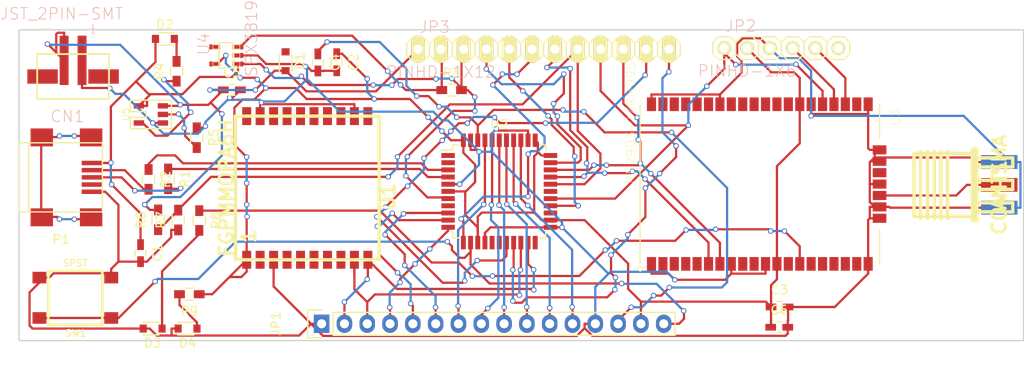
<source format=kicad_pcb>
(kicad_pcb (version 20171130) (host pcbnew "(5.1.12)-1")

  (general
    (thickness 1.6)
    (drawings 4)
    (tracks 943)
    (zones 0)
    (modules 31)
    (nets 85)
  )

  (page A4)
  (layers
    (0 F.Cu signal)
    (31 B.Cu signal)
    (32 B.Adhes user hide)
    (33 F.Adhes user hide)
    (34 B.Paste user)
    (35 F.Paste user)
    (36 B.SilkS user)
    (37 F.SilkS user)
    (38 B.Mask user)
    (39 F.Mask user)
    (40 Dwgs.User user)
    (41 Cmts.User user)
    (42 Eco1.User user)
    (43 Eco2.User user)
    (44 Edge.Cuts user)
    (45 Margin user)
    (46 B.CrtYd user)
    (47 F.CrtYd user)
    (48 B.Fab user)
    (49 F.Fab user)
  )

  (setup
    (last_trace_width 0.25)
    (trace_clearance 0.2)
    (zone_clearance 0.508)
    (zone_45_only no)
    (trace_min 0.2)
    (via_size 0.6)
    (via_drill 0.4)
    (via_min_size 0.4)
    (via_min_drill 0.3)
    (uvia_size 0.3)
    (uvia_drill 0.1)
    (uvias_allowed no)
    (uvia_min_size 0.2)
    (uvia_min_drill 0.1)
    (edge_width 0.15)
    (segment_width 0.2)
    (pcb_text_width 0.3)
    (pcb_text_size 1.5 1.5)
    (mod_edge_width 0.15)
    (mod_text_size 1 1)
    (mod_text_width 0.15)
    (pad_size 1.524 1.524)
    (pad_drill 0.762)
    (pad_to_mask_clearance 0.2)
    (aux_axis_origin 0 0)
    (visible_elements 7FFFFFFF)
    (pcbplotparams
      (layerselection 0x00030_80000001)
      (usegerberextensions false)
      (usegerberattributes true)
      (usegerberadvancedattributes true)
      (creategerberjobfile true)
      (excludeedgelayer true)
      (linewidth 0.100000)
      (plotframeref false)
      (viasonmask false)
      (mode 1)
      (useauxorigin false)
      (hpglpennumber 1)
      (hpglpenspeed 20)
      (hpglpendiameter 15.000000)
      (psnegative false)
      (psa4output false)
      (plotreference true)
      (plotvalue true)
      (plotinvisibletext false)
      (padsonsilk false)
      (subtractmaskfromsilk false)
      (outputformat 1)
      (mirror false)
      (drillshape 1)
      (scaleselection 1)
      (outputdirectory ""))
  )

  (net 0 "")
  (net 1 "Net-(ANT1-Pad1)")
  (net 2 GND)
  (net 3 3v3)
  (net 4 ARFF)
  (net 5 VBAT)
  (net 6 VBUS)
  (net 7 "Net-(D2-Pad1)")
  (net 8 "Net-(D3-Pad2)")
  (net 9 "Net-(D4-Pad2)")
  (net 10 /1)
  (net 11 /0)
  (net 12 /MISO)
  (net 13 /MOSI)
  (net 14 /SCK)
  (net 15 /A5)
  (net 16 /A4)
  (net 17 /A3)
  (net 18 /A2)
  (net 19 /A1)
  (net 20 /A0)
  (net 21 RST)
  (net 22 /6)
  (net 23 /TEST1)
  (net 24 /TEST0)
  (net 25 "Net-(JP2-Pad6)")
  (net 26 /EN)
  (net 27 /13)
  (net 28 /12)
  (net 29 /11)
  (net 30 /10)
  (net 31 9)
  (net 32 /5)
  (net 33 /3)
  (net 34 /2)
  (net 35 "Net-(P1-Pad2)")
  (net 36 "Net-(P1-Pad3)")
  (net 37 "Net-(P1-Pad4)")
  (net 38 "Net-(P1-Pad6)")
  (net 39 "Net-(R1-Pad1)")
  (net 40 "Net-(R2-Pad1)")
  (net 41 "Net-(R4-Pad1)")
  (net 42 "Net-(R5-Pad2)")
  (net 43 "Net-(R8-Pad1)")
  (net 44 "Net-(U1-Pad2)")
  (net 45 "Net-(U1-Pad4)")
  (net 46 "Net-(U1-Pad5)")
  (net 47 "Net-(U1-Pad6)")
  (net 48 "Net-(U1-Pad7)")
  (net 49 "Net-(U1-Pad11)")
  (net 50 "Net-(U1-Pad13)")
  (net 51 "Net-(U1-Pad14)")
  (net 52 "Net-(U1-Pad15)")
  (net 53 "Net-(U1-Pad16)")
  (net 54 "Net-(U1-Pad17)")
  (net 55 "Net-(U1-Pad18)")
  (net 56 "Net-(U1-Pad20)")
  (net 57 /D7)
  (net 58 "Net-(U2-Pad2)")
  (net 59 "Net-(U2-Pad8)")
  (net 60 "Net-(U2-Pad16)")
  (net 61 "Net-(U2-Pad17)")
  (net 62 "Net-(U2-Pad22)")
  (net 63 /D4)
  (net 64 /D8)
  (net 65 "Net-(U3-Pad2)")
  (net 66 "Net-(U3-Pad3)")
  (net 67 "Net-(U3-Pad4)")
  (net 68 "Net-(U3-Pad5)")
  (net 69 "Net-(U3-Pad9)")
  (net 70 "Net-(U3-Pad10)")
  (net 71 "Net-(U3-Pad13)")
  (net 72 "Net-(U3-Pad35)")
  (net 73 "Net-(U3-Pad36)")
  (net 74 "Net-(U3-Pad37)")
  (net 75 "Net-(U3-Pad38)")
  (net 76 "Net-(U3-Pad39)")
  (net 77 "Net-(U3-Pad40)")
  (net 78 "Net-(U3-Pad43)")
  (net 79 "Net-(U3-Pad44)")
  (net 80 "Net-(U3-Pad45)")
  (net 81 "Net-(U3-Pad46)")
  (net 82 "Net-(U4-Pad5)")
  (net 83 "Net-(D1-Pad2)")
  (net 84 "Net-(U1-Pad8)")

  (net_class Default "This is the default net class."
    (clearance 0.2)
    (trace_width 0.25)
    (via_dia 0.6)
    (via_drill 0.4)
    (uvia_dia 0.3)
    (uvia_drill 0.1)
    (add_net /0)
    (add_net /1)
    (add_net /10)
    (add_net /11)
    (add_net /12)
    (add_net /13)
    (add_net /2)
    (add_net /3)
    (add_net /5)
    (add_net /6)
    (add_net /A0)
    (add_net /A1)
    (add_net /A2)
    (add_net /A3)
    (add_net /A4)
    (add_net /A5)
    (add_net /D4)
    (add_net /D7)
    (add_net /D8)
    (add_net /EN)
    (add_net /MISO)
    (add_net /MOSI)
    (add_net /SCK)
    (add_net /TEST0)
    (add_net /TEST1)
    (add_net 3v3)
    (add_net 9)
    (add_net ARFF)
    (add_net GND)
    (add_net "Net-(ANT1-Pad1)")
    (add_net "Net-(D1-Pad2)")
    (add_net "Net-(D2-Pad1)")
    (add_net "Net-(D3-Pad2)")
    (add_net "Net-(D4-Pad2)")
    (add_net "Net-(JP2-Pad6)")
    (add_net "Net-(P1-Pad2)")
    (add_net "Net-(P1-Pad3)")
    (add_net "Net-(P1-Pad4)")
    (add_net "Net-(P1-Pad6)")
    (add_net "Net-(R1-Pad1)")
    (add_net "Net-(R2-Pad1)")
    (add_net "Net-(R4-Pad1)")
    (add_net "Net-(R5-Pad2)")
    (add_net "Net-(R8-Pad1)")
    (add_net "Net-(U1-Pad11)")
    (add_net "Net-(U1-Pad13)")
    (add_net "Net-(U1-Pad14)")
    (add_net "Net-(U1-Pad15)")
    (add_net "Net-(U1-Pad16)")
    (add_net "Net-(U1-Pad17)")
    (add_net "Net-(U1-Pad18)")
    (add_net "Net-(U1-Pad2)")
    (add_net "Net-(U1-Pad20)")
    (add_net "Net-(U1-Pad4)")
    (add_net "Net-(U1-Pad5)")
    (add_net "Net-(U1-Pad6)")
    (add_net "Net-(U1-Pad7)")
    (add_net "Net-(U1-Pad8)")
    (add_net "Net-(U2-Pad16)")
    (add_net "Net-(U2-Pad17)")
    (add_net "Net-(U2-Pad2)")
    (add_net "Net-(U2-Pad22)")
    (add_net "Net-(U2-Pad8)")
    (add_net "Net-(U3-Pad10)")
    (add_net "Net-(U3-Pad13)")
    (add_net "Net-(U3-Pad2)")
    (add_net "Net-(U3-Pad3)")
    (add_net "Net-(U3-Pad35)")
    (add_net "Net-(U3-Pad36)")
    (add_net "Net-(U3-Pad37)")
    (add_net "Net-(U3-Pad38)")
    (add_net "Net-(U3-Pad39)")
    (add_net "Net-(U3-Pad4)")
    (add_net "Net-(U3-Pad40)")
    (add_net "Net-(U3-Pad43)")
    (add_net "Net-(U3-Pad44)")
    (add_net "Net-(U3-Pad45)")
    (add_net "Net-(U3-Pad46)")
    (add_net "Net-(U3-Pad5)")
    (add_net "Net-(U3-Pad9)")
    (add_net "Net-(U4-Pad5)")
    (add_net RST)
    (add_net VBAT)
    (add_net VBUS)
  )

  (module misc:CON-SMA-EDGE (layer F.Cu) (tedit 4D2E2BC5) (tstamp 58631F33)
    (at 235.229 61.0768 270)
    (path /5864678E)
    (fp_text reference ANT1 (at 0 0 270) (layer F.SilkS)
      (effects (font (size 1.524 1.524) (thickness 0.3048)))
    )
    (fp_text value CON-SMA (at 0 0 270) (layer F.SilkS)
      (effects (font (size 1.524 1.524) (thickness 0.3048)))
    )
    (fp_line (start 3.50012 2.49936) (end 3.50012 8.99922) (layer F.SilkS) (width 0.381))
    (fp_line (start -4.0005 2.49936) (end 4.0005 2.49936) (layer F.SilkS) (width 0.381))
    (fp_line (start -3.50012 9.4996) (end -3.50012 2.49936) (layer F.SilkS) (width 0.381))
    (fp_line (start -1.99898 -1.50114) (end -1.99898 2.49936) (layer F.SilkS) (width 0.381))
    (fp_line (start -2.99974 -1.50114) (end -1.99898 -1.50114) (layer F.SilkS) (width 0.381))
    (fp_line (start -2.99974 2.49936) (end -2.99974 -1.50114) (layer F.SilkS) (width 0.381))
    (fp_line (start 0.50038 -1.50114) (end 0.50038 2.49936) (layer F.SilkS) (width 0.381))
    (fp_line (start -0.50038 -1.50114) (end 0.50038 -1.50114) (layer F.SilkS) (width 0.381))
    (fp_line (start -0.50038 2.49936) (end -0.50038 -1.50114) (layer F.SilkS) (width 0.381))
    (fp_line (start 2.99974 -1.50114) (end 2.99974 2.49936) (layer F.SilkS) (width 0.381))
    (fp_line (start 1.99898 -1.50114) (end 2.99974 -1.50114) (layer F.SilkS) (width 0.381))
    (fp_line (start 1.99898 2.49936) (end 1.99898 -1.50114) (layer F.SilkS) (width 0.381))
    (fp_line (start -4.0005 2.99974) (end 4.0005 2.99974) (layer F.SilkS) (width 0.381))
    (fp_line (start 4.0005 2.75082) (end -4.0005 2.75082) (layer F.SilkS) (width 0.381))
    (fp_line (start 4.0005 2.99974) (end 4.0005 2.49936) (layer F.SilkS) (width 0.381))
    (fp_line (start -4.0005 2.99974) (end -4.0005 2.49936) (layer F.SilkS) (width 0.381))
    (fp_line (start 3.50012 9.4996) (end 3.50012 8.99922) (layer F.SilkS) (width 0.381))
    (fp_line (start -3.50012 9.4996) (end 3.50012 9.4996) (layer F.SilkS) (width 0.381))
    (fp_line (start 3.74904 6.49986) (end -3.74904 6.49986) (layer F.SilkS) (width 0.381))
    (fp_line (start -3.74904 5.75056) (end 3.74904 5.75056) (layer F.SilkS) (width 0.381))
    (fp_line (start 3.74904 7.24916) (end -3.74904 7.24916) (layer F.SilkS) (width 0.381))
    (fp_line (start -3.74904 8.001) (end 3.74904 8.001) (layer F.SilkS) (width 0.381))
    (fp_line (start 3.74904 8.7503) (end -3.74904 8.7503) (layer F.SilkS) (width 0.381))
    (pad 1 smd rect (at 0 0 270) (size 1.524 4.064) (layers F.Cu F.Paste F.Mask)
      (net 1 "Net-(ANT1-Pad1)"))
    (pad 2 smd rect (at -2.54 0 270) (size 1.524 4.064) (layers F.Cu F.Paste F.Mask)
      (net 2 GND))
    (pad 4 smd rect (at 2.54 0 270) (size 1.524 4.064) (layers F.Cu F.Paste F.Mask)
      (net 2 GND))
    (pad 3 smd rect (at -2.54 0 270) (size 1.524 4.064) (layers B.Cu B.Paste B.Mask)
      (net 2 GND))
    (pad 5 smd rect (at 2.54 0 270) (size 1.524 4.064) (layers B.Cu B.Paste B.Mask)
      (net 2 GND))
  )

  (module Pin_Headers:Pin_Header_Straight_1x16 (layer F.Cu) (tedit 0) (tstamp 58631F8B)
    (at 159.756 76.5454 90)
    (descr "Through hole pin header")
    (tags "pin header")
    (path /5863988A)
    (fp_text reference JP1 (at 0 -5.1 90) (layer F.SilkS)
      (effects (font (size 1 1) (thickness 0.15)))
    )
    (fp_text value CONN_01X16 (at 0 -3.1 90) (layer F.Fab)
      (effects (font (size 1 1) (thickness 0.15)))
    )
    (fp_line (start -1.55 -1.55) (end 1.55 -1.55) (layer F.SilkS) (width 0.15))
    (fp_line (start -1.55 0) (end -1.55 -1.55) (layer F.SilkS) (width 0.15))
    (fp_line (start 1.27 1.27) (end -1.27 1.27) (layer F.SilkS) (width 0.15))
    (fp_line (start 1.55 -1.55) (end 1.55 0) (layer F.SilkS) (width 0.15))
    (fp_line (start 1.27 39.37) (end 1.27 1.27) (layer F.SilkS) (width 0.15))
    (fp_line (start -1.27 39.37) (end 1.27 39.37) (layer F.SilkS) (width 0.15))
    (fp_line (start -1.27 1.27) (end -1.27 39.37) (layer F.SilkS) (width 0.15))
    (fp_line (start -1.75 39.85) (end 1.75 39.85) (layer F.CrtYd) (width 0.05))
    (fp_line (start -1.75 -1.75) (end 1.75 -1.75) (layer F.CrtYd) (width 0.05))
    (fp_line (start 1.75 -1.75) (end 1.75 39.85) (layer F.CrtYd) (width 0.05))
    (fp_line (start -1.75 -1.75) (end -1.75 39.85) (layer F.CrtYd) (width 0.05))
    (pad 1 thru_hole rect (at 0 0 90) (size 2.032 1.7272) (drill 1.016) (layers *.Cu *.Mask)
      (net 2 GND))
    (pad 2 thru_hole oval (at 0 2.54 90) (size 2.032 1.7272) (drill 1.016) (layers *.Cu *.Mask)
      (net 10 /1))
    (pad 3 thru_hole oval (at 0 5.08 90) (size 2.032 1.7272) (drill 1.016) (layers *.Cu *.Mask)
      (net 11 /0))
    (pad 4 thru_hole oval (at 0 7.62 90) (size 2.032 1.7272) (drill 1.016) (layers *.Cu *.Mask)
      (net 12 /MISO))
    (pad 5 thru_hole oval (at 0 10.16 90) (size 2.032 1.7272) (drill 1.016) (layers *.Cu *.Mask)
      (net 13 /MOSI))
    (pad 6 thru_hole oval (at 0 12.7 90) (size 2.032 1.7272) (drill 1.016) (layers *.Cu *.Mask)
      (net 14 /SCK))
    (pad 7 thru_hole oval (at 0 15.24 90) (size 2.032 1.7272) (drill 1.016) (layers *.Cu *.Mask)
      (net 15 /A5))
    (pad 8 thru_hole oval (at 0 17.78 90) (size 2.032 1.7272) (drill 1.016) (layers *.Cu *.Mask)
      (net 16 /A4))
    (pad 9 thru_hole oval (at 0 20.32 90) (size 2.032 1.7272) (drill 1.016) (layers *.Cu *.Mask)
      (net 17 /A3))
    (pad 10 thru_hole oval (at 0 22.86 90) (size 2.032 1.7272) (drill 1.016) (layers *.Cu *.Mask)
      (net 18 /A2))
    (pad 11 thru_hole oval (at 0 25.4 90) (size 2.032 1.7272) (drill 1.016) (layers *.Cu *.Mask)
      (net 19 /A1))
    (pad 12 thru_hole oval (at 0 27.94 90) (size 2.032 1.7272) (drill 1.016) (layers *.Cu *.Mask)
      (net 20 /A0))
    (pad 13 thru_hole oval (at 0 30.48 90) (size 2.032 1.7272) (drill 1.016) (layers *.Cu *.Mask)
      (net 2 GND))
    (pad 14 thru_hole oval (at 0 33.02 90) (size 2.032 1.7272) (drill 1.016) (layers *.Cu *.Mask)
      (net 4 ARFF))
    (pad 15 thru_hole oval (at 0 35.56 90) (size 2.032 1.7272) (drill 1.016) (layers *.Cu *.Mask)
      (net 3 3v3))
    (pad 16 thru_hole oval (at 0 38.1 90) (size 2.032 1.7272) (drill 1.016) (layers *.Cu *.Mask)
      (net 21 RST))
    (model Pin_Headers.3dshapes/Pin_Header_Straight_1x16.wrl
      (offset (xyz 0 -19.04999971389771 0))
      (scale (xyz 1 1 1))
      (rotate (xyz 0 0 90))
    )
  )

  (module adafruit:adafruit-1X06 (layer F.Cu) (tedit 200000) (tstamp 58631F95)
    (at 210.947 45.847)
    (descr "PIN HEADER")
    (tags "PIN HEADER")
    (path /58642B24)
    (attr virtual)
    (fp_text reference JP2 (at -4.5212 -2.4638) (layer B.SilkS)
      (effects (font (size 1.27 1.27) (thickness 0.0889)))
    )
    (fp_text value PINHD-1X6 (at -3.81 2.54) (layer B.SilkS)
      (effects (font (size 1.27 1.27) (thickness 0.0889)))
    )
    (fp_line (start 6.985 1.27) (end 5.715 1.27) (layer F.SilkS) (width 0.1524))
    (fp_line (start 5.08 0.635) (end 5.715 1.27) (layer F.SilkS) (width 0.1524))
    (fp_line (start 5.715 -1.27) (end 5.08 -0.635) (layer F.SilkS) (width 0.1524))
    (fp_line (start 7.62 0.635) (end 6.985 1.27) (layer F.SilkS) (width 0.1524))
    (fp_line (start 7.62 -0.635) (end 7.62 0.635) (layer F.SilkS) (width 0.1524))
    (fp_line (start 6.985 -1.27) (end 7.62 -0.635) (layer F.SilkS) (width 0.1524))
    (fp_line (start 5.715 -1.27) (end 6.985 -1.27) (layer F.SilkS) (width 0.1524))
    (fp_line (start -5.715 1.27) (end -6.985 1.27) (layer F.SilkS) (width 0.1524))
    (fp_line (start -7.62 0.635) (end -6.985 1.27) (layer F.SilkS) (width 0.1524))
    (fp_line (start -6.985 -1.27) (end -7.62 -0.635) (layer F.SilkS) (width 0.1524))
    (fp_line (start -7.62 -0.635) (end -7.62 0.635) (layer F.SilkS) (width 0.1524))
    (fp_line (start -4.445 1.27) (end -5.08 0.635) (layer F.SilkS) (width 0.1524))
    (fp_line (start -3.175 1.27) (end -4.445 1.27) (layer F.SilkS) (width 0.1524))
    (fp_line (start -2.54 0.635) (end -3.175 1.27) (layer F.SilkS) (width 0.1524))
    (fp_line (start -2.54 -0.635) (end -2.54 0.635) (layer F.SilkS) (width 0.1524))
    (fp_line (start -3.175 -1.27) (end -2.54 -0.635) (layer F.SilkS) (width 0.1524))
    (fp_line (start -4.445 -1.27) (end -3.175 -1.27) (layer F.SilkS) (width 0.1524))
    (fp_line (start -5.08 -0.635) (end -4.445 -1.27) (layer F.SilkS) (width 0.1524))
    (fp_line (start -5.08 0.635) (end -5.715 1.27) (layer F.SilkS) (width 0.1524))
    (fp_line (start -5.08 -0.635) (end -5.08 0.635) (layer F.SilkS) (width 0.1524))
    (fp_line (start -5.715 -1.27) (end -5.08 -0.635) (layer F.SilkS) (width 0.1524))
    (fp_line (start -6.985 -1.27) (end -5.715 -1.27) (layer F.SilkS) (width 0.1524))
    (fp_line (start 1.905 1.27) (end 0.635 1.27) (layer F.SilkS) (width 0.1524))
    (fp_line (start 0 0.635) (end 0.635 1.27) (layer F.SilkS) (width 0.1524))
    (fp_line (start 0.635 -1.27) (end 0 -0.635) (layer F.SilkS) (width 0.1524))
    (fp_line (start -1.905 1.27) (end -2.54 0.635) (layer F.SilkS) (width 0.1524))
    (fp_line (start -0.635 1.27) (end -1.905 1.27) (layer F.SilkS) (width 0.1524))
    (fp_line (start 0 0.635) (end -0.635 1.27) (layer F.SilkS) (width 0.1524))
    (fp_line (start 0 -0.635) (end 0 0.635) (layer F.SilkS) (width 0.1524))
    (fp_line (start -0.635 -1.27) (end 0 -0.635) (layer F.SilkS) (width 0.1524))
    (fp_line (start -1.905 -1.27) (end -0.635 -1.27) (layer F.SilkS) (width 0.1524))
    (fp_line (start -2.54 -0.635) (end -1.905 -1.27) (layer F.SilkS) (width 0.1524))
    (fp_line (start 3.175 1.27) (end 2.54 0.635) (layer F.SilkS) (width 0.1524))
    (fp_line (start 4.445 1.27) (end 3.175 1.27) (layer F.SilkS) (width 0.1524))
    (fp_line (start 5.08 0.635) (end 4.445 1.27) (layer F.SilkS) (width 0.1524))
    (fp_line (start 5.08 -0.635) (end 5.08 0.635) (layer F.SilkS) (width 0.1524))
    (fp_line (start 4.445 -1.27) (end 5.08 -0.635) (layer F.SilkS) (width 0.1524))
    (fp_line (start 3.175 -1.27) (end 4.445 -1.27) (layer F.SilkS) (width 0.1524))
    (fp_line (start 2.54 -0.635) (end 3.175 -1.27) (layer F.SilkS) (width 0.1524))
    (fp_line (start 2.54 0.635) (end 1.905 1.27) (layer F.SilkS) (width 0.1524))
    (fp_line (start 2.54 -0.635) (end 2.54 0.635) (layer F.SilkS) (width 0.1524))
    (fp_line (start 1.905 -1.27) (end 2.54 -0.635) (layer F.SilkS) (width 0.1524))
    (fp_line (start 0.635 -1.27) (end 1.905 -1.27) (layer F.SilkS) (width 0.1524))
    (fp_line (start 6.096 0.254) (end 6.096 -0.254) (layer F.SilkS) (width 0.06604))
    (fp_line (start 6.096 -0.254) (end 6.604 -0.254) (layer F.SilkS) (width 0.06604))
    (fp_line (start 6.604 0.254) (end 6.604 -0.254) (layer F.SilkS) (width 0.06604))
    (fp_line (start 6.096 0.254) (end 6.604 0.254) (layer F.SilkS) (width 0.06604))
    (fp_line (start -6.604 0.254) (end -6.604 -0.254) (layer F.SilkS) (width 0.06604))
    (fp_line (start -6.604 -0.254) (end -6.096 -0.254) (layer F.SilkS) (width 0.06604))
    (fp_line (start -6.096 0.254) (end -6.096 -0.254) (layer F.SilkS) (width 0.06604))
    (fp_line (start -6.604 0.254) (end -6.096 0.254) (layer F.SilkS) (width 0.06604))
    (fp_line (start -4.064 0.254) (end -4.064 -0.254) (layer F.SilkS) (width 0.06604))
    (fp_line (start -4.064 -0.254) (end -3.556 -0.254) (layer F.SilkS) (width 0.06604))
    (fp_line (start -3.556 0.254) (end -3.556 -0.254) (layer F.SilkS) (width 0.06604))
    (fp_line (start -4.064 0.254) (end -3.556 0.254) (layer F.SilkS) (width 0.06604))
    (fp_line (start -1.524 0.254) (end -1.524 -0.254) (layer F.SilkS) (width 0.06604))
    (fp_line (start -1.524 -0.254) (end -1.016 -0.254) (layer F.SilkS) (width 0.06604))
    (fp_line (start -1.016 0.254) (end -1.016 -0.254) (layer F.SilkS) (width 0.06604))
    (fp_line (start -1.524 0.254) (end -1.016 0.254) (layer F.SilkS) (width 0.06604))
    (fp_line (start 1.016 0.254) (end 1.016 -0.254) (layer F.SilkS) (width 0.06604))
    (fp_line (start 1.016 -0.254) (end 1.524 -0.254) (layer F.SilkS) (width 0.06604))
    (fp_line (start 1.524 0.254) (end 1.524 -0.254) (layer F.SilkS) (width 0.06604))
    (fp_line (start 1.016 0.254) (end 1.524 0.254) (layer F.SilkS) (width 0.06604))
    (fp_line (start 3.556 0.254) (end 3.556 -0.254) (layer F.SilkS) (width 0.06604))
    (fp_line (start 3.556 -0.254) (end 4.064 -0.254) (layer F.SilkS) (width 0.06604))
    (fp_line (start 4.064 0.254) (end 4.064 -0.254) (layer F.SilkS) (width 0.06604))
    (fp_line (start 3.556 0.254) (end 4.064 0.254) (layer F.SilkS) (width 0.06604))
    (pad 1 thru_hole circle (at -6.35 0) (size 1.524 3.048) (drill 1.016) (layers *.Cu F.Paste F.SilkS F.Mask)
      (net 22 /6))
    (pad 2 thru_hole circle (at -3.81 0) (size 1.524 3.048) (drill 1.016) (layers *.Cu F.Paste F.SilkS F.Mask)
      (net 3 3v3))
    (pad 3 thru_hole circle (at -1.27 0) (size 1.524 3.048) (drill 1.016) (layers *.Cu F.Paste F.SilkS F.Mask)
      (net 2 GND))
    (pad 4 thru_hole circle (at 1.27 0) (size 1.524 3.048) (drill 1.016) (layers *.Cu F.Paste F.SilkS F.Mask)
      (net 23 /TEST1))
    (pad 5 thru_hole circle (at 3.81 0) (size 1.524 3.048) (drill 1.016) (layers *.Cu F.Paste F.SilkS F.Mask)
      (net 24 /TEST0))
    (pad 6 thru_hole circle (at 6.35 0) (size 1.524 3.048) (drill 1.016) (layers *.Cu F.Paste F.SilkS F.Mask)
      (net 25 "Net-(JP2-Pad6)"))
  )

  (module adafruit:adafruit-1X12 (layer F.Cu) (tedit 200000) (tstamp 58631FA5)
    (at 184.47 45.9638)
    (descr "PIN HEADER")
    (tags "PIN HEADER")
    (path /586397F9)
    (attr virtual)
    (fp_text reference JP3 (at -12.1412 -2.4638) (layer B.SilkS)
      (effects (font (size 1.27 1.27) (thickness 0.0889)))
    )
    (fp_text value PINHD-1X12 (at -11.43 2.54) (layer B.SilkS)
      (effects (font (size 1.27 1.27) (thickness 0.0889)))
    )
    (fp_line (start 13.335 1.27) (end 12.7 0.635) (layer F.SilkS) (width 0.1524))
    (fp_line (start 14.605 1.27) (end 13.335 1.27) (layer F.SilkS) (width 0.1524))
    (fp_line (start 15.24 0.635) (end 14.605 1.27) (layer F.SilkS) (width 0.1524))
    (fp_line (start 15.24 -0.635) (end 15.24 0.635) (layer F.SilkS) (width 0.1524))
    (fp_line (start 14.605 -1.27) (end 15.24 -0.635) (layer F.SilkS) (width 0.1524))
    (fp_line (start 13.335 -1.27) (end 14.605 -1.27) (layer F.SilkS) (width 0.1524))
    (fp_line (start 12.7 -0.635) (end 13.335 -1.27) (layer F.SilkS) (width 0.1524))
    (fp_line (start -13.335 1.27) (end -14.605 1.27) (layer F.SilkS) (width 0.1524))
    (fp_line (start -15.24 0.635) (end -14.605 1.27) (layer F.SilkS) (width 0.1524))
    (fp_line (start -14.605 -1.27) (end -15.24 -0.635) (layer F.SilkS) (width 0.1524))
    (fp_line (start -15.24 -0.635) (end -15.24 0.635) (layer F.SilkS) (width 0.1524))
    (fp_line (start -12.065 1.27) (end -12.7 0.635) (layer F.SilkS) (width 0.1524))
    (fp_line (start -10.795 1.27) (end -12.065 1.27) (layer F.SilkS) (width 0.1524))
    (fp_line (start -10.16 0.635) (end -10.795 1.27) (layer F.SilkS) (width 0.1524))
    (fp_line (start -10.16 -0.635) (end -10.16 0.635) (layer F.SilkS) (width 0.1524))
    (fp_line (start -10.795 -1.27) (end -10.16 -0.635) (layer F.SilkS) (width 0.1524))
    (fp_line (start -12.065 -1.27) (end -10.795 -1.27) (layer F.SilkS) (width 0.1524))
    (fp_line (start -12.7 -0.635) (end -12.065 -1.27) (layer F.SilkS) (width 0.1524))
    (fp_line (start -12.7 0.635) (end -13.335 1.27) (layer F.SilkS) (width 0.1524))
    (fp_line (start -12.7 -0.635) (end -12.7 0.635) (layer F.SilkS) (width 0.1524))
    (fp_line (start -13.335 -1.27) (end -12.7 -0.635) (layer F.SilkS) (width 0.1524))
    (fp_line (start -14.605 -1.27) (end -13.335 -1.27) (layer F.SilkS) (width 0.1524))
    (fp_line (start -5.715 1.27) (end -6.985 1.27) (layer F.SilkS) (width 0.1524))
    (fp_line (start -7.62 0.635) (end -6.985 1.27) (layer F.SilkS) (width 0.1524))
    (fp_line (start -6.985 -1.27) (end -7.62 -0.635) (layer F.SilkS) (width 0.1524))
    (fp_line (start -9.525 1.27) (end -10.16 0.635) (layer F.SilkS) (width 0.1524))
    (fp_line (start -8.255 1.27) (end -9.525 1.27) (layer F.SilkS) (width 0.1524))
    (fp_line (start -7.62 0.635) (end -8.255 1.27) (layer F.SilkS) (width 0.1524))
    (fp_line (start -7.62 -0.635) (end -7.62 0.635) (layer F.SilkS) (width 0.1524))
    (fp_line (start -8.255 -1.27) (end -7.62 -0.635) (layer F.SilkS) (width 0.1524))
    (fp_line (start -9.525 -1.27) (end -8.255 -1.27) (layer F.SilkS) (width 0.1524))
    (fp_line (start -10.16 -0.635) (end -9.525 -1.27) (layer F.SilkS) (width 0.1524))
    (fp_line (start -4.445 1.27) (end -5.08 0.635) (layer F.SilkS) (width 0.1524))
    (fp_line (start -3.175 1.27) (end -4.445 1.27) (layer F.SilkS) (width 0.1524))
    (fp_line (start -2.54 0.635) (end -3.175 1.27) (layer F.SilkS) (width 0.1524))
    (fp_line (start -2.54 -0.635) (end -2.54 0.635) (layer F.SilkS) (width 0.1524))
    (fp_line (start -3.175 -1.27) (end -2.54 -0.635) (layer F.SilkS) (width 0.1524))
    (fp_line (start -4.445 -1.27) (end -3.175 -1.27) (layer F.SilkS) (width 0.1524))
    (fp_line (start -5.08 -0.635) (end -4.445 -1.27) (layer F.SilkS) (width 0.1524))
    (fp_line (start -5.08 0.635) (end -5.715 1.27) (layer F.SilkS) (width 0.1524))
    (fp_line (start -5.08 -0.635) (end -5.08 0.635) (layer F.SilkS) (width 0.1524))
    (fp_line (start -5.715 -1.27) (end -5.08 -0.635) (layer F.SilkS) (width 0.1524))
    (fp_line (start -6.985 -1.27) (end -5.715 -1.27) (layer F.SilkS) (width 0.1524))
    (fp_line (start 1.905 1.27) (end 0.635 1.27) (layer F.SilkS) (width 0.1524))
    (fp_line (start 0 0.635) (end 0.635 1.27) (layer F.SilkS) (width 0.1524))
    (fp_line (start 0.635 -1.27) (end 0 -0.635) (layer F.SilkS) (width 0.1524))
    (fp_line (start -1.905 1.27) (end -2.54 0.635) (layer F.SilkS) (width 0.1524))
    (fp_line (start -0.635 1.27) (end -1.905 1.27) (layer F.SilkS) (width 0.1524))
    (fp_line (start 0 0.635) (end -0.635 1.27) (layer F.SilkS) (width 0.1524))
    (fp_line (start 0 -0.635) (end 0 0.635) (layer F.SilkS) (width 0.1524))
    (fp_line (start -0.635 -1.27) (end 0 -0.635) (layer F.SilkS) (width 0.1524))
    (fp_line (start -1.905 -1.27) (end -0.635 -1.27) (layer F.SilkS) (width 0.1524))
    (fp_line (start -2.54 -0.635) (end -1.905 -1.27) (layer F.SilkS) (width 0.1524))
    (fp_line (start 3.175 1.27) (end 2.54 0.635) (layer F.SilkS) (width 0.1524))
    (fp_line (start 4.445 1.27) (end 3.175 1.27) (layer F.SilkS) (width 0.1524))
    (fp_line (start 5.08 0.635) (end 4.445 1.27) (layer F.SilkS) (width 0.1524))
    (fp_line (start 5.08 -0.635) (end 5.08 0.635) (layer F.SilkS) (width 0.1524))
    (fp_line (start 4.445 -1.27) (end 5.08 -0.635) (layer F.SilkS) (width 0.1524))
    (fp_line (start 3.175 -1.27) (end 4.445 -1.27) (layer F.SilkS) (width 0.1524))
    (fp_line (start 2.54 -0.635) (end 3.175 -1.27) (layer F.SilkS) (width 0.1524))
    (fp_line (start 2.54 0.635) (end 1.905 1.27) (layer F.SilkS) (width 0.1524))
    (fp_line (start 2.54 -0.635) (end 2.54 0.635) (layer F.SilkS) (width 0.1524))
    (fp_line (start 1.905 -1.27) (end 2.54 -0.635) (layer F.SilkS) (width 0.1524))
    (fp_line (start 0.635 -1.27) (end 1.905 -1.27) (layer F.SilkS) (width 0.1524))
    (fp_line (start 9.525 1.27) (end 8.255 1.27) (layer F.SilkS) (width 0.1524))
    (fp_line (start 7.62 0.635) (end 8.255 1.27) (layer F.SilkS) (width 0.1524))
    (fp_line (start 8.255 -1.27) (end 7.62 -0.635) (layer F.SilkS) (width 0.1524))
    (fp_line (start 5.715 1.27) (end 5.08 0.635) (layer F.SilkS) (width 0.1524))
    (fp_line (start 6.985 1.27) (end 5.715 1.27) (layer F.SilkS) (width 0.1524))
    (fp_line (start 7.62 0.635) (end 6.985 1.27) (layer F.SilkS) (width 0.1524))
    (fp_line (start 7.62 -0.635) (end 7.62 0.635) (layer F.SilkS) (width 0.1524))
    (fp_line (start 6.985 -1.27) (end 7.62 -0.635) (layer F.SilkS) (width 0.1524))
    (fp_line (start 5.715 -1.27) (end 6.985 -1.27) (layer F.SilkS) (width 0.1524))
    (fp_line (start 5.08 -0.635) (end 5.715 -1.27) (layer F.SilkS) (width 0.1524))
    (fp_line (start 10.795 1.27) (end 10.16 0.635) (layer F.SilkS) (width 0.1524))
    (fp_line (start 12.065 1.27) (end 10.795 1.27) (layer F.SilkS) (width 0.1524))
    (fp_line (start 12.7 0.635) (end 12.065 1.27) (layer F.SilkS) (width 0.1524))
    (fp_line (start 12.7 -0.635) (end 12.7 0.635) (layer F.SilkS) (width 0.1524))
    (fp_line (start 12.065 -1.27) (end 12.7 -0.635) (layer F.SilkS) (width 0.1524))
    (fp_line (start 10.795 -1.27) (end 12.065 -1.27) (layer F.SilkS) (width 0.1524))
    (fp_line (start 10.16 -0.635) (end 10.795 -1.27) (layer F.SilkS) (width 0.1524))
    (fp_line (start 10.16 0.635) (end 9.525 1.27) (layer F.SilkS) (width 0.1524))
    (fp_line (start 10.16 -0.635) (end 10.16 0.635) (layer F.SilkS) (width 0.1524))
    (fp_line (start 9.525 -1.27) (end 10.16 -0.635) (layer F.SilkS) (width 0.1524))
    (fp_line (start 8.255 -1.27) (end 9.525 -1.27) (layer F.SilkS) (width 0.1524))
    (fp_line (start 13.716 0.254) (end 13.716 -0.254) (layer F.SilkS) (width 0.06604))
    (fp_line (start 13.716 -0.254) (end 14.224 -0.254) (layer F.SilkS) (width 0.06604))
    (fp_line (start 14.224 0.254) (end 14.224 -0.254) (layer F.SilkS) (width 0.06604))
    (fp_line (start 13.716 0.254) (end 14.224 0.254) (layer F.SilkS) (width 0.06604))
    (fp_line (start -14.224 0.254) (end -14.224 -0.254) (layer F.SilkS) (width 0.06604))
    (fp_line (start -14.224 -0.254) (end -13.716 -0.254) (layer F.SilkS) (width 0.06604))
    (fp_line (start -13.716 0.254) (end -13.716 -0.254) (layer F.SilkS) (width 0.06604))
    (fp_line (start -14.224 0.254) (end -13.716 0.254) (layer F.SilkS) (width 0.06604))
    (fp_line (start -11.684 0.254) (end -11.684 -0.254) (layer F.SilkS) (width 0.06604))
    (fp_line (start -11.684 -0.254) (end -11.176 -0.254) (layer F.SilkS) (width 0.06604))
    (fp_line (start -11.176 0.254) (end -11.176 -0.254) (layer F.SilkS) (width 0.06604))
    (fp_line (start -11.684 0.254) (end -11.176 0.254) (layer F.SilkS) (width 0.06604))
    (fp_line (start -9.144 0.254) (end -9.144 -0.254) (layer F.SilkS) (width 0.06604))
    (fp_line (start -9.144 -0.254) (end -8.636 -0.254) (layer F.SilkS) (width 0.06604))
    (fp_line (start -8.636 0.254) (end -8.636 -0.254) (layer F.SilkS) (width 0.06604))
    (fp_line (start -9.144 0.254) (end -8.636 0.254) (layer F.SilkS) (width 0.06604))
    (fp_line (start -6.604 0.254) (end -6.604 -0.254) (layer F.SilkS) (width 0.06604))
    (fp_line (start -6.604 -0.254) (end -6.096 -0.254) (layer F.SilkS) (width 0.06604))
    (fp_line (start -6.096 0.254) (end -6.096 -0.254) (layer F.SilkS) (width 0.06604))
    (fp_line (start -6.604 0.254) (end -6.096 0.254) (layer F.SilkS) (width 0.06604))
    (fp_line (start -4.064 0.254) (end -4.064 -0.254) (layer F.SilkS) (width 0.06604))
    (fp_line (start -4.064 -0.254) (end -3.556 -0.254) (layer F.SilkS) (width 0.06604))
    (fp_line (start -3.556 0.254) (end -3.556 -0.254) (layer F.SilkS) (width 0.06604))
    (fp_line (start -4.064 0.254) (end -3.556 0.254) (layer F.SilkS) (width 0.06604))
    (fp_line (start -1.524 0.254) (end -1.524 -0.254) (layer F.SilkS) (width 0.06604))
    (fp_line (start -1.524 -0.254) (end -1.016 -0.254) (layer F.SilkS) (width 0.06604))
    (fp_line (start -1.016 0.254) (end -1.016 -0.254) (layer F.SilkS) (width 0.06604))
    (fp_line (start -1.524 0.254) (end -1.016 0.254) (layer F.SilkS) (width 0.06604))
    (fp_line (start 1.016 0.254) (end 1.016 -0.254) (layer F.SilkS) (width 0.06604))
    (fp_line (start 1.016 -0.254) (end 1.524 -0.254) (layer F.SilkS) (width 0.06604))
    (fp_line (start 1.524 0.254) (end 1.524 -0.254) (layer F.SilkS) (width 0.06604))
    (fp_line (start 1.016 0.254) (end 1.524 0.254) (layer F.SilkS) (width 0.06604))
    (fp_line (start 3.556 0.254) (end 3.556 -0.254) (layer F.SilkS) (width 0.06604))
    (fp_line (start 3.556 -0.254) (end 4.064 -0.254) (layer F.SilkS) (width 0.06604))
    (fp_line (start 4.064 0.254) (end 4.064 -0.254) (layer F.SilkS) (width 0.06604))
    (fp_line (start 3.556 0.254) (end 4.064 0.254) (layer F.SilkS) (width 0.06604))
    (fp_line (start 6.096 0.254) (end 6.096 -0.254) (layer F.SilkS) (width 0.06604))
    (fp_line (start 6.096 -0.254) (end 6.604 -0.254) (layer F.SilkS) (width 0.06604))
    (fp_line (start 6.604 0.254) (end 6.604 -0.254) (layer F.SilkS) (width 0.06604))
    (fp_line (start 6.096 0.254) (end 6.604 0.254) (layer F.SilkS) (width 0.06604))
    (fp_line (start 8.636 0.254) (end 8.636 -0.254) (layer F.SilkS) (width 0.06604))
    (fp_line (start 8.636 -0.254) (end 9.144 -0.254) (layer F.SilkS) (width 0.06604))
    (fp_line (start 9.144 0.254) (end 9.144 -0.254) (layer F.SilkS) (width 0.06604))
    (fp_line (start 8.636 0.254) (end 9.144 0.254) (layer F.SilkS) (width 0.06604))
    (fp_line (start 11.176 0.254) (end 11.176 -0.254) (layer F.SilkS) (width 0.06604))
    (fp_line (start 11.176 -0.254) (end 11.684 -0.254) (layer F.SilkS) (width 0.06604))
    (fp_line (start 11.684 0.254) (end 11.684 -0.254) (layer F.SilkS) (width 0.06604))
    (fp_line (start 11.176 0.254) (end 11.684 0.254) (layer F.SilkS) (width 0.06604))
    (pad 1 thru_hole oval (at -13.97 0) (size 1.524 3.048) (drill 1.016) (layers *.Cu F.Paste F.SilkS F.Mask)
      (net 5 VBAT))
    (pad 2 thru_hole oval (at -11.43 0) (size 1.524 3.048) (drill 1.016) (layers *.Cu F.Paste F.SilkS F.Mask)
      (net 26 /EN))
    (pad 3 thru_hole oval (at -8.89 0) (size 1.524 3.048) (drill 1.016) (layers *.Cu F.Paste F.SilkS F.Mask)
      (net 6 VBUS))
    (pad 4 thru_hole oval (at -6.35 0) (size 1.524 3.048) (drill 1.016) (layers *.Cu F.Paste F.SilkS F.Mask)
      (net 27 /13))
    (pad 5 thru_hole oval (at -3.81 0) (size 1.524 3.048) (drill 1.016) (layers *.Cu F.Paste F.SilkS F.Mask)
      (net 28 /12))
    (pad 6 thru_hole oval (at -1.27 0) (size 1.524 3.048) (drill 1.016) (layers *.Cu F.Paste F.SilkS F.Mask)
      (net 29 /11))
    (pad 7 thru_hole oval (at 1.27 0) (size 1.524 3.048) (drill 1.016) (layers *.Cu F.Paste F.SilkS F.Mask)
      (net 30 /10))
    (pad 8 thru_hole oval (at 3.81 0) (size 1.524 3.048) (drill 1.016) (layers *.Cu F.Paste F.SilkS F.Mask)
      (net 31 9))
    (pad 9 thru_hole oval (at 6.35 0) (size 1.524 3.048) (drill 1.016) (layers *.Cu F.Paste F.SilkS F.Mask)
      (net 22 /6))
    (pad 10 thru_hole oval (at 8.89 0) (size 1.524 3.048) (drill 1.016) (layers *.Cu F.Paste F.SilkS F.Mask)
      (net 32 /5))
    (pad 11 thru_hole oval (at 11.43 0) (size 1.524 3.048) (drill 1.016) (layers *.Cu F.Paste F.SilkS F.Mask)
      (net 33 /3))
    (pad 12 thru_hole oval (at 13.97 0) (size 1.524 3.048) (drill 1.016) (layers *.Cu F.Paste F.SilkS F.Mask)
      (net 34 /2))
  )

  (module open-project:SW_PUSH_SMD (layer F.Cu) (tedit 514E2F98) (tstamp 58631FF0)
    (at 132.324 73.6498 180)
    (path /5862D6FA)
    (fp_text reference SW1 (at -0.05 -3.95 180) (layer F.SilkS)
      (effects (font (size 0.762 0.762) (thickness 0.127)))
    )
    (fp_text value SPST (at 0 3.85 180) (layer F.SilkS)
      (effects (font (size 0.762 0.762) (thickness 0.127)))
    )
    (fp_line (start -2.99974 2.99974) (end -2.99974 -2.99974) (layer F.SilkS) (width 0.29972))
    (fp_line (start 2.99974 2.99974) (end -2.99974 2.99974) (layer F.SilkS) (width 0.29972))
    (fp_line (start 2.99974 -2.99974) (end 2.99974 2.99974) (layer F.SilkS) (width 0.29972))
    (fp_line (start -2.99974 -2.99974) (end 2.99974 -2.99974) (layer F.SilkS) (width 0.29972))
    (pad 1 smd rect (at -3.99796 -2.2479 180) (size 1.5494 1.2954) (layers F.Cu F.Paste F.Mask)
      (net 21 RST))
    (pad 1 smd rect (at 3.99796 -2.2479 180) (size 1.5494 1.2954) (layers F.Cu F.Paste F.Mask)
      (net 21 RST))
    (pad 2 smd rect (at 3.99796 2.2479 180) (size 1.5494 1.2954) (layers F.Cu F.Paste F.Mask)
      (net 2 GND))
    (pad 2 smd rect (at -3.99796 2.2479 180) (size 1.5494 1.2954) (layers F.Cu F.Paste F.Mask)
      (net 2 GND))
  )

  (module FGPMMOPA6H:FGPMMOPA6H (layer F.Cu) (tedit 50BDFD05) (tstamp 58632008)
    (at 158.156 61.4172 90)
    (path /5862B1DC)
    (fp_text reference U1 (at -1.00076 8.99922 90) (layer F.SilkS)
      (effects (font (size 1.524 1.524) (thickness 0.3048)))
    )
    (fp_text value FGPMMOPA6H (at 0 -8.99922 90) (layer F.SilkS)
      (effects (font (size 1.524 1.524) (thickness 0.3048)))
    )
    (fp_line (start -8.001 8.001) (end -8.001 0) (layer F.SilkS) (width 0.381))
    (fp_line (start 8.001 8.001) (end -8.001 8.001) (layer F.SilkS) (width 0.381))
    (fp_line (start 8.001 5.99948) (end 8.001 8.001) (layer F.SilkS) (width 0.381))
    (fp_line (start 8.001 -8.001) (end 8.001 5.99948) (layer F.SilkS) (width 0.381))
    (fp_line (start -8.001 -8.001) (end 8.001 -8.001) (layer F.SilkS) (width 0.381))
    (fp_line (start -8.001 0) (end -8.001 -8.001) (layer F.SilkS) (width 0.381))
    (fp_text user 1 (at -5.3848 -6.5024 90) (layer F.SilkS)
      (effects (font (size 1.524 1.524) (thickness 0.3048)))
    )
    (pad 1 smd rect (at -8.001 -6.74878 90) (size 1.99898 1.00076) (layers F.Cu F.Paste F.Mask)
      (net 3 3v3))
    (pad 2 smd rect (at -8.001 -5.25018 90) (size 1.99898 1.00076) (layers F.Cu F.Paste F.Mask)
      (net 44 "Net-(U1-Pad2)"))
    (pad 3 smd rect (at -8.001 -3.74904 90) (size 1.99898 1.00076) (layers F.Cu F.Paste F.Mask)
      (net 2 GND))
    (pad 4 smd rect (at -8.001 -2.25044 90) (size 1.99898 1.00076) (layers F.Cu F.Paste F.Mask)
      (net 45 "Net-(U1-Pad4)"))
    (pad 5 smd rect (at -8.001 -0.7493 90) (size 1.99898 1.00076) (layers F.Cu F.Paste F.Mask)
      (net 46 "Net-(U1-Pad5)"))
    (pad 6 smd rect (at -8.001 0.7493 90) (size 1.99898 1.00076) (layers F.Cu F.Paste F.Mask)
      (net 47 "Net-(U1-Pad6)"))
    (pad 7 smd rect (at -8.001 2.25044 90) (size 1.99898 1.00076) (layers F.Cu F.Paste F.Mask)
      (net 48 "Net-(U1-Pad7)"))
    (pad 8 smd rect (at -8.001 3.74904 90) (size 1.99898 1.00076) (layers F.Cu F.Paste F.Mask)
      (net 84 "Net-(U1-Pad8)"))
    (pad 9 smd rect (at -8.001 5.25018 90) (size 1.99898 1.00076) (layers F.Cu F.Paste F.Mask)
      (net 11 /0))
    (pad 10 smd rect (at -8.001 6.74878 90) (size 1.99898 1.00076) (layers F.Cu F.Paste F.Mask)
      (net 10 /1))
    (pad 11 smd rect (at 8.001 6.74878 90) (size 1.99898 1.00076) (layers F.Cu F.Paste F.Mask)
      (net 49 "Net-(U1-Pad11)"))
    (pad 12 smd rect (at 8.001 5.25018 90) (size 1.99898 1.00076) (layers F.Cu F.Paste F.Mask)
      (net 2 GND))
    (pad 13 smd rect (at 8.001 3.74904 90) (size 1.99898 1.00076) (layers F.Cu F.Paste F.Mask)
      (net 50 "Net-(U1-Pad13)"))
    (pad 14 smd rect (at 8.001 2.25044 90) (size 1.99898 1.00076) (layers F.Cu F.Paste F.Mask)
      (net 51 "Net-(U1-Pad14)"))
    (pad 15 smd rect (at 8.001 0.7493 90) (size 1.99898 1.00076) (layers F.Cu F.Paste F.Mask)
      (net 52 "Net-(U1-Pad15)"))
    (pad 16 smd rect (at 8.001 -0.7493 90) (size 1.99898 1.00076) (layers F.Cu F.Paste F.Mask)
      (net 53 "Net-(U1-Pad16)"))
    (pad 17 smd rect (at 8.001 -2.25044 90) (size 1.99898 1.00076) (layers F.Cu F.Paste F.Mask)
      (net 54 "Net-(U1-Pad17)"))
    (pad 18 smd rect (at 8.001 -3.74904 90) (size 1.99898 1.00076) (layers F.Cu F.Paste F.Mask)
      (net 55 "Net-(U1-Pad18)"))
    (pad 19 smd rect (at 8.001 -5.25018 90) (size 1.99898 1.00076) (layers F.Cu F.Paste F.Mask)
      (net 2 GND))
    (pad 20 smd rect (at 8.001 -6.74878 90) (size 1.99898 1.00076) (layers F.Cu F.Paste F.Mask)
      (net 56 "Net-(U1-Pad20)"))
  )

  (module Housings_QFP:TQFP-44_10x10mm_Pitch0.8mm (layer F.Cu) (tedit 54130A77) (tstamp 58632038)
    (at 179.542 61.8033)
    (descr "44-Lead Plastic Thin Quad Flatpack (PT) - 10x10x1.0 mm Body [TQFP] (see Microchip Packaging Specification 00000049BS.pdf)")
    (tags "QFP 0.8")
    (path /5862A4D5)
    (attr smd)
    (fp_text reference U2 (at 0 -7.45) (layer F.SilkS)
      (effects (font (size 1 1) (thickness 0.15)))
    )
    (fp_text value ATmega32U4-AU (at 0 7.45) (layer F.Fab)
      (effects (font (size 1 1) (thickness 0.15)))
    )
    (fp_line (start -5.175 -4.6) (end -6.45 -4.6) (layer F.SilkS) (width 0.15))
    (fp_line (start 5.175 -5.175) (end 4.5 -5.175) (layer F.SilkS) (width 0.15))
    (fp_line (start 5.175 5.175) (end 4.5 5.175) (layer F.SilkS) (width 0.15))
    (fp_line (start -5.175 5.175) (end -4.5 5.175) (layer F.SilkS) (width 0.15))
    (fp_line (start -5.175 -5.175) (end -4.5 -5.175) (layer F.SilkS) (width 0.15))
    (fp_line (start -5.175 5.175) (end -5.175 4.5) (layer F.SilkS) (width 0.15))
    (fp_line (start 5.175 5.175) (end 5.175 4.5) (layer F.SilkS) (width 0.15))
    (fp_line (start 5.175 -5.175) (end 5.175 -4.5) (layer F.SilkS) (width 0.15))
    (fp_line (start -5.175 -5.175) (end -5.175 -4.6) (layer F.SilkS) (width 0.15))
    (fp_line (start -6.7 6.7) (end 6.7 6.7) (layer F.CrtYd) (width 0.05))
    (fp_line (start -6.7 -6.7) (end 6.7 -6.7) (layer F.CrtYd) (width 0.05))
    (fp_line (start 6.7 -6.7) (end 6.7 6.7) (layer F.CrtYd) (width 0.05))
    (fp_line (start -6.7 -6.7) (end -6.7 6.7) (layer F.CrtYd) (width 0.05))
    (fp_line (start -5 -4) (end -4 -5) (layer F.Fab) (width 0.15))
    (fp_line (start -5 5) (end -5 -4) (layer F.Fab) (width 0.15))
    (fp_line (start 5 5) (end -5 5) (layer F.Fab) (width 0.15))
    (fp_line (start 5 -5) (end 5 5) (layer F.Fab) (width 0.15))
    (fp_line (start -4 -5) (end 5 -5) (layer F.Fab) (width 0.15))
    (fp_text user %R (at 0 0) (layer F.Fab)
      (effects (font (size 1 1) (thickness 0.15)))
    )
    (pad 1 smd rect (at -5.7 -4) (size 1.5 0.55) (layers F.Cu F.Paste F.Mask)
      (net 57 /D7))
    (pad 2 smd rect (at -5.7 -3.2) (size 1.5 0.55) (layers F.Cu F.Paste F.Mask)
      (net 58 "Net-(U2-Pad2)"))
    (pad 3 smd rect (at -5.7 -2.4) (size 1.5 0.55) (layers F.Cu F.Paste F.Mask)
      (net 40 "Net-(R2-Pad1)"))
    (pad 4 smd rect (at -5.7 -1.6) (size 1.5 0.55) (layers F.Cu F.Paste F.Mask)
      (net 39 "Net-(R1-Pad1)"))
    (pad 5 smd rect (at -5.7 -0.8) (size 1.5 0.55) (layers F.Cu F.Paste F.Mask)
      (net 2 GND))
    (pad 6 smd rect (at -5.7 0) (size 1.5 0.55) (layers F.Cu F.Paste F.Mask)
      (net 3 3v3))
    (pad 7 smd rect (at -5.7 0.8) (size 1.5 0.55) (layers F.Cu F.Paste F.Mask)
      (net 6 VBUS))
    (pad 8 smd rect (at -5.7 1.6) (size 1.5 0.55) (layers F.Cu F.Paste F.Mask)
      (net 59 "Net-(U2-Pad8)"))
    (pad 9 smd rect (at -5.7 2.4) (size 1.5 0.55) (layers F.Cu F.Paste F.Mask)
      (net 14 /SCK))
    (pad 10 smd rect (at -5.7 3.2) (size 1.5 0.55) (layers F.Cu F.Paste F.Mask)
      (net 13 /MOSI))
    (pad 11 smd rect (at -5.7 4) (size 1.5 0.55) (layers F.Cu F.Paste F.Mask)
      (net 12 /MISO))
    (pad 12 smd rect (at -4 5.7 90) (size 1.5 0.55) (layers F.Cu F.Paste F.Mask)
      (net 29 /11))
    (pad 13 smd rect (at -3.2 5.7 90) (size 1.5 0.55) (layers F.Cu F.Paste F.Mask)
      (net 21 RST))
    (pad 14 smd rect (at -2.4 5.7 90) (size 1.5 0.55) (layers F.Cu F.Paste F.Mask)
      (net 3 3v3))
    (pad 15 smd rect (at -1.6 5.7 90) (size 1.5 0.55) (layers F.Cu F.Paste F.Mask)
      (net 2 GND))
    (pad 16 smd rect (at -0.8 5.7 90) (size 1.5 0.55) (layers F.Cu F.Paste F.Mask)
      (net 60 "Net-(U2-Pad16)"))
    (pad 17 smd rect (at 0 5.7 90) (size 1.5 0.55) (layers F.Cu F.Paste F.Mask)
      (net 61 "Net-(U2-Pad17)"))
    (pad 18 smd rect (at 0.8 5.7 90) (size 1.5 0.55) (layers F.Cu F.Paste F.Mask)
      (net 33 /3))
    (pad 19 smd rect (at 1.6 5.7 90) (size 1.5 0.55) (layers F.Cu F.Paste F.Mask)
      (net 34 /2))
    (pad 20 smd rect (at 2.4 5.7 90) (size 1.5 0.55) (layers F.Cu F.Paste F.Mask)
      (net 11 /0))
    (pad 21 smd rect (at 3.2 5.7 90) (size 1.5 0.55) (layers F.Cu F.Paste F.Mask)
      (net 10 /1))
    (pad 22 smd rect (at 4 5.7 90) (size 1.5 0.55) (layers F.Cu F.Paste F.Mask)
      (net 62 "Net-(U2-Pad22)"))
    (pad 23 smd rect (at 5.7 4) (size 1.5 0.55) (layers F.Cu F.Paste F.Mask)
      (net 2 GND))
    (pad 24 smd rect (at 5.7 3.2) (size 1.5 0.55) (layers F.Cu F.Paste F.Mask)
      (net 3 3v3))
    (pad 25 smd rect (at 5.7 2.4) (size 1.5 0.55) (layers F.Cu F.Paste F.Mask)
      (net 63 /D4))
    (pad 26 smd rect (at 5.7 1.6) (size 1.5 0.55) (layers F.Cu F.Paste F.Mask)
      (net 28 /12))
    (pad 27 smd rect (at 5.7 0.8) (size 1.5 0.55) (layers F.Cu F.Paste F.Mask)
      (net 22 /6))
    (pad 28 smd rect (at 5.7 0) (size 1.5 0.55) (layers F.Cu F.Paste F.Mask)
      (net 64 /D8))
    (pad 29 smd rect (at 5.7 -0.8) (size 1.5 0.55) (layers F.Cu F.Paste F.Mask)
      (net 31 9))
    (pad 30 smd rect (at 5.7 -1.6) (size 1.5 0.55) (layers F.Cu F.Paste F.Mask)
      (net 30 /10))
    (pad 31 smd rect (at 5.7 -2.4) (size 1.5 0.55) (layers F.Cu F.Paste F.Mask)
      (net 32 /5))
    (pad 32 smd rect (at 5.7 -3.2) (size 1.5 0.55) (layers F.Cu F.Paste F.Mask)
      (net 27 /13))
    (pad 33 smd rect (at 5.7 -4) (size 1.5 0.55) (layers F.Cu F.Paste F.Mask)
      (net 3 3v3))
    (pad 34 smd rect (at 4 -5.7 90) (size 1.5 0.55) (layers F.Cu F.Paste F.Mask)
      (net 3 3v3))
    (pad 35 smd rect (at 3.2 -5.7 90) (size 1.5 0.55) (layers F.Cu F.Paste F.Mask)
      (net 2 GND))
    (pad 36 smd rect (at 2.4 -5.7 90) (size 1.5 0.55) (layers F.Cu F.Paste F.Mask)
      (net 20 /A0))
    (pad 37 smd rect (at 1.6 -5.7 90) (size 1.5 0.55) (layers F.Cu F.Paste F.Mask)
      (net 19 /A1))
    (pad 38 smd rect (at 0.8 -5.7 90) (size 1.5 0.55) (layers F.Cu F.Paste F.Mask)
      (net 18 /A2))
    (pad 39 smd rect (at 0 -5.7 90) (size 1.5 0.55) (layers F.Cu F.Paste F.Mask)
      (net 17 /A3))
    (pad 40 smd rect (at -0.8 -5.7 90) (size 1.5 0.55) (layers F.Cu F.Paste F.Mask)
      (net 16 /A4))
    (pad 41 smd rect (at -1.6 -5.7 90) (size 1.5 0.55) (layers F.Cu F.Paste F.Mask)
      (net 15 /A5))
    (pad 42 smd rect (at -2.4 -5.7 90) (size 1.5 0.55) (layers F.Cu F.Paste F.Mask)
      (net 4 ARFF))
    (pad 43 smd rect (at -3.2 -5.7 90) (size 1.5 0.55) (layers F.Cu F.Paste F.Mask)
      (net 2 GND))
    (pad 44 smd rect (at -4 -5.7 90) (size 1.5 0.55) (layers F.Cu F.Paste F.Mask)
      (net 3 3v3))
    (model Housings_QFP.3dshapes/TQFP-44_10x10mm_Pitch0.8mm.wrl
      (at (xyz 0 0 0))
      (scale (xyz 1 1 1))
      (rotate (xyz 0 0 0))
    )
  )

  (module RN2903-I_RM095:XCVR_RN2903-I%2fRM095 (layer F.Cu) (tedit 0) (tstamp 5863206B)
    (at 208.559 60.9854 270)
    (path /5862A0BC)
    (solder_mask_margin 0.1)
    (attr smd)
    (fp_text reference U3 (at -7.46 -15.135 270) (layer F.SilkS)
      (effects (font (size 1 1) (thickness 0.05)))
    )
    (fp_text value RN2903-I/RM095 (at -6.825 14.365 270) (layer F.SilkS)
      (effects (font (size 1 1) (thickness 0.05)))
    )
    (fp_circle (center 9.43 13.315) (end 9.684 13.315) (layer F.SilkS) (width 0.1))
    (fp_line (start -10 -14.5) (end -10 13.75) (layer Dwgs.User) (width 0.05))
    (fp_line (start 10 -14.5) (end -10 -14.5) (layer Dwgs.User) (width 0.05))
    (fp_line (start 10 13.75) (end 10 -14.5) (layer Dwgs.User) (width 0.05))
    (fp_line (start -10 13.75) (end 10 13.75) (layer Dwgs.User) (width 0.05))
    (fp_line (start 5.08 -13.335) (end 8.89 -13.335) (layer F.SilkS) (width 0.127))
    (fp_line (start -8.89 -13.335) (end -5.08 -13.335) (layer F.SilkS) (width 0.127))
    (fp_line (start -8.89 13.335) (end 8.89 13.335) (layer F.SilkS) (width 0.127))
    (fp_line (start -8.89 -13.335) (end -8.89 13.335) (layer Dwgs.User) (width 0.127))
    (fp_line (start 8.89 -13.335) (end -8.89 -13.335) (layer Dwgs.User) (width 0.127))
    (fp_line (start 8.89 13.335) (end 8.89 -13.335) (layer Dwgs.User) (width 0.127))
    (fp_line (start -8.89 13.335) (end 8.89 13.335) (layer Dwgs.User) (width 0.127))
    (pad 1 smd rect (at 8.89 12.065) (size 1.016 1.524) (layers F.Cu F.Paste F.Mask)
      (net 2 GND) (solder_mask_margin 0.2))
    (pad 2 smd rect (at 8.89 10.795) (size 1.016 1.524) (layers F.Cu F.Paste F.Mask)
      (net 65 "Net-(U3-Pad2)") (solder_mask_margin 0.2))
    (pad 3 smd rect (at 8.89 9.525) (size 1.016 1.524) (layers F.Cu F.Paste F.Mask)
      (net 66 "Net-(U3-Pad3)") (solder_mask_margin 0.2))
    (pad 4 smd rect (at 8.89 8.255) (size 1.016 1.524) (layers F.Cu F.Paste F.Mask)
      (net 67 "Net-(U3-Pad4)") (solder_mask_margin 0.2))
    (pad 5 smd rect (at 8.89 6.985) (size 1.016 1.524) (layers F.Cu F.Paste F.Mask)
      (net 68 "Net-(U3-Pad5)") (solder_mask_margin 0.2))
    (pad 6 smd rect (at 8.89 5.715) (size 1.016 1.524) (layers F.Cu F.Paste F.Mask)
      (net 30 /10) (solder_mask_margin 0.2))
    (pad 7 smd rect (at 8.89 4.445) (size 1.016 1.524) (layers F.Cu F.Paste F.Mask)
      (net 32 /5) (solder_mask_margin 0.2))
    (pad 8 smd rect (at 8.89 3.175) (size 1.016 1.524) (layers F.Cu F.Paste F.Mask)
      (net 2 GND) (solder_mask_margin 0.2))
    (pad 9 smd rect (at 8.89 1.905) (size 1.016 1.524) (layers F.Cu F.Paste F.Mask)
      (net 69 "Net-(U3-Pad9)") (solder_mask_margin 0.2))
    (pad 10 smd rect (at 8.89 0.635) (size 1.016 1.524) (layers F.Cu F.Paste F.Mask)
      (net 70 "Net-(U3-Pad10)") (solder_mask_margin 0.2))
    (pad 11 smd rect (at 8.89 -0.635) (size 1.016 1.524) (layers F.Cu F.Paste F.Mask)
      (net 2 GND) (solder_mask_margin 0.2))
    (pad 12 smd rect (at 8.89 -1.905) (size 1.016 1.524) (layers F.Cu F.Paste F.Mask)
      (net 3 3v3) (solder_mask_margin 0.2))
    (pad 13 smd rect (at 8.89 -3.175) (size 1.016 1.524) (layers F.Cu F.Paste F.Mask)
      (net 71 "Net-(U3-Pad13)") (solder_mask_margin 0.2))
    (pad 14 smd rect (at 8.89 -4.445) (size 1.016 1.524) (layers F.Cu F.Paste F.Mask)
      (net 43 "Net-(R8-Pad1)") (solder_mask_margin 0.2))
    (pad 15 smd rect (at 8.89 -5.715) (size 1.016 1.524) (layers F.Cu F.Paste F.Mask)
      (solder_mask_margin 0.2))
    (pad 16 smd rect (at 8.89 -6.985) (size 1.016 1.524) (layers F.Cu F.Paste F.Mask)
      (solder_mask_margin 0.2))
    (pad 17 smd rect (at 8.89 -8.255) (size 1.016 1.524) (layers F.Cu F.Paste F.Mask)
      (solder_mask_margin 0.2))
    (pad 18 smd rect (at 8.89 -9.525) (size 1.016 1.524) (layers F.Cu F.Paste F.Mask)
      (solder_mask_margin 0.2))
    (pad 19 smd rect (at 8.89 -10.795) (size 1.016 1.524) (layers F.Cu F.Paste F.Mask)
      (solder_mask_margin 0.2))
    (pad 20 smd rect (at 8.89 -12.065) (size 1.016 1.524) (layers F.Cu F.Paste F.Mask)
      (net 2 GND) (solder_mask_margin 0.2))
    (pad 21 smd rect (at 3.81 -13.335 90) (size 1.016 1.524) (layers F.Cu F.Paste F.Mask)
      (net 2 GND) (solder_mask_margin 0.2))
    (pad 22 smd rect (at 2.54 -13.335 90) (size 1.016 1.524) (layers F.Cu F.Paste F.Mask)
      (net 2 GND) (solder_mask_margin 0.2))
    (pad 23 smd rect (at 1.27 -13.335 90) (size 1.016 1.524) (layers F.Cu F.Paste F.Mask)
      (net 1 "Net-(ANT1-Pad1)") (solder_mask_margin 0.2))
    (pad 24 smd rect (at 0 -13.335 90) (size 1.016 1.524) (layers F.Cu F.Paste F.Mask)
      (net 2 GND) (solder_mask_margin 0.2))
    (pad 25 smd rect (at -1.27 -13.335 90) (size 1.016 1.524) (layers F.Cu F.Paste F.Mask)
      (solder_mask_margin 0.2))
    (pad 26 smd rect (at -2.54 -13.335 90) (size 1.016 1.524) (layers F.Cu F.Paste F.Mask)
      (net 2 GND) (solder_mask_margin 0.2))
    (pad 27 smd rect (at -3.81 -13.335 90) (size 1.016 1.524) (layers F.Cu F.Paste F.Mask)
      (net 2 GND) (solder_mask_margin 0.2))
    (pad 28 smd rect (at -8.89 -12.065 180) (size 1.016 1.524) (layers F.Cu F.Paste F.Mask)
      (net 2 GND) (solder_mask_margin 0.2))
    (pad 29 smd rect (at -8.89 -10.795 180) (size 1.016 1.524) (layers F.Cu F.Paste F.Mask)
      (solder_mask_margin 0.2))
    (pad 30 smd rect (at -8.89 -9.525 180) (size 1.016 1.524) (layers F.Cu F.Paste F.Mask)
      (net 24 /TEST0) (solder_mask_margin 0.2))
    (pad 31 smd rect (at -8.89 -8.255 180) (size 1.016 1.524) (layers F.Cu F.Paste F.Mask)
      (net 23 /TEST1) (solder_mask_margin 0.2))
    (pad 32 smd rect (at -8.89 -6.985 180) (size 1.016 1.524) (layers F.Cu F.Paste F.Mask)
      (net 22 /6) (solder_mask_margin 0.2))
    (pad 33 smd rect (at -8.89 -5.715 180) (size 1.016 1.524) (layers F.Cu F.Paste F.Mask)
      (net 2 GND) (solder_mask_margin 0.2))
    (pad 34 smd rect (at -8.89 -4.445 180) (size 1.016 1.524) (layers F.Cu F.Paste F.Mask)
      (net 3 3v3) (solder_mask_margin 0.2))
    (pad 35 smd rect (at -8.89 -3.175 180) (size 1.016 1.524) (layers F.Cu F.Paste F.Mask)
      (net 72 "Net-(U3-Pad35)") (solder_mask_margin 0.2))
    (pad 36 smd rect (at -8.89 -1.905 180) (size 1.016 1.524) (layers F.Cu F.Paste F.Mask)
      (net 73 "Net-(U3-Pad36)") (solder_mask_margin 0.2))
    (pad 37 smd rect (at -8.89 -0.635 180) (size 1.016 1.524) (layers F.Cu F.Paste F.Mask)
      (net 74 "Net-(U3-Pad37)") (solder_mask_margin 0.2))
    (pad 38 smd rect (at -8.89 0.635 180) (size 1.016 1.524) (layers F.Cu F.Paste F.Mask)
      (net 75 "Net-(U3-Pad38)") (solder_mask_margin 0.2))
    (pad 39 smd rect (at -8.89 1.905 180) (size 1.016 1.524) (layers F.Cu F.Paste F.Mask)
      (net 76 "Net-(U3-Pad39)") (solder_mask_margin 0.2))
    (pad 40 smd rect (at -8.89 3.175 180) (size 1.016 1.524) (layers F.Cu F.Paste F.Mask)
      (net 77 "Net-(U3-Pad40)") (solder_mask_margin 0.2))
    (pad 41 smd rect (at -8.89 4.445 180) (size 1.016 1.524) (layers F.Cu F.Paste F.Mask)
      (net 2 GND) (solder_mask_margin 0.2))
    (pad 42 smd rect (at -8.89 5.715 180) (size 1.016 1.524) (layers F.Cu F.Paste F.Mask)
      (solder_mask_margin 0.2))
    (pad 43 smd rect (at -8.89 6.985 180) (size 1.016 1.524) (layers F.Cu F.Paste F.Mask)
      (net 78 "Net-(U3-Pad43)") (solder_mask_margin 0.2))
    (pad 44 smd rect (at -8.89 8.255 180) (size 1.016 1.524) (layers F.Cu F.Paste F.Mask)
      (net 79 "Net-(U3-Pad44)") (solder_mask_margin 0.2))
    (pad 45 smd rect (at -8.89 9.525 180) (size 1.016 1.524) (layers F.Cu F.Paste F.Mask)
      (net 80 "Net-(U3-Pad45)") (solder_mask_margin 0.2))
    (pad 46 smd rect (at -8.89 10.795 180) (size 1.016 1.524) (layers F.Cu F.Paste F.Mask)
      (net 81 "Net-(U3-Pad46)") (solder_mask_margin 0.2))
    (pad 47 smd rect (at -8.89 12.065 180) (size 1.016 1.524) (layers F.Cu F.Paste F.Mask)
      (net 2 GND) (solder_mask_margin 0.2))
  )

  (module Connect:USB_Mini-B (layer F.Cu) (tedit 0) (tstamp 58632941)
    (at 130.734 60.2386)
    (descr "USB Mini-B 5-pin SMD connector")
    (tags "USB USB_B USB_Mini connector")
    (path /5862B4D2)
    (attr smd)
    (fp_text reference P1 (at 0 6.90118) (layer F.SilkS)
      (effects (font (size 1 1) (thickness 0.15)))
    )
    (fp_text value USB_OTG (at 0 -7.0993) (layer F.Fab)
      (effects (font (size 1 1) (thickness 0.15)))
    )
    (fp_line (start 4.59994 -3.85064) (end -4.59994 -3.85064) (layer F.SilkS) (width 0.15))
    (fp_line (start 4.59994 3.85064) (end 4.59994 -3.85064) (layer F.SilkS) (width 0.15))
    (fp_line (start -4.59994 3.85064) (end 4.59994 3.85064) (layer F.SilkS) (width 0.15))
    (fp_line (start -4.59994 -3.85064) (end -4.59994 3.85064) (layer F.SilkS) (width 0.15))
    (fp_line (start -3.59918 -3.85064) (end -3.59918 3.85064) (layer F.SilkS) (width 0.15))
    (fp_line (start -4.85 5.7) (end -4.85 -5.7) (layer F.CrtYd) (width 0.05))
    (fp_line (start 4.85 5.7) (end -4.85 5.7) (layer F.CrtYd) (width 0.05))
    (fp_line (start 4.85 -5.7) (end 4.85 5.7) (layer F.CrtYd) (width 0.05))
    (fp_line (start -4.85 -5.7) (end 4.85 -5.7) (layer F.CrtYd) (width 0.05))
    (pad 1 smd rect (at 3.44932 -1.6002) (size 2.30124 0.50038) (layers F.Cu F.Paste F.Mask)
      (net 6 VBUS))
    (pad 2 smd rect (at 3.44932 -0.8001) (size 2.30124 0.50038) (layers F.Cu F.Paste F.Mask)
      (net 35 "Net-(P1-Pad2)"))
    (pad 3 smd rect (at 3.44932 0) (size 2.30124 0.50038) (layers F.Cu F.Paste F.Mask)
      (net 36 "Net-(P1-Pad3)"))
    (pad 4 smd rect (at 3.44932 0.8001) (size 2.30124 0.50038) (layers F.Cu F.Paste F.Mask)
      (net 37 "Net-(P1-Pad4)"))
    (pad 5 smd rect (at 3.44932 1.6002) (size 2.30124 0.50038) (layers F.Cu F.Paste F.Mask)
      (net 2 GND))
    (pad 6 smd rect (at 3.35026 -4.45008) (size 2.49936 1.99898) (layers F.Cu F.Paste F.Mask)
      (net 38 "Net-(P1-Pad6)"))
    (pad 6 smd rect (at -2.14884 -4.45008) (size 2.49936 1.99898) (layers F.Cu F.Paste F.Mask)
      (net 38 "Net-(P1-Pad6)"))
    (pad 6 smd rect (at 3.35026 4.45008) (size 2.49936 1.99898) (layers F.Cu F.Paste F.Mask)
      (net 38 "Net-(P1-Pad6)"))
    (pad 6 smd rect (at -2.14884 4.45008) (size 2.49936 1.99898) (layers F.Cu F.Paste F.Mask)
      (net 38 "Net-(P1-Pad6)"))
    (pad "" np_thru_hole circle (at 0.8509 -2.19964) (size 0.89916 0.89916) (drill 0.89916) (layers *.Cu *.Mask))
    (pad "" np_thru_hole circle (at 0.8509 2.19964) (size 0.89916 0.89916) (drill 0.89916) (layers *.Cu *.Mask))
  )

  (module Capacitors_SMD:C_0603_HandSoldering placed (layer F.Cu) (tedit 541A9B4D) (tstamp 58632C38)
    (at 161.437 47.4167 270)
    (descr "Capacitor SMD 0603, hand soldering")
    (tags "capacitor 0603")
    (path /5862C237)
    (attr smd)
    (fp_text reference C2 (at 0 -1.9 270) (layer F.SilkS)
      (effects (font (size 1 1) (thickness 0.15)))
    )
    (fp_text value 10uF (at 0 1.9 270) (layer F.Fab)
      (effects (font (size 1 1) (thickness 0.15)))
    )
    (fp_line (start 0.35 0.6) (end -0.35 0.6) (layer F.SilkS) (width 0.15))
    (fp_line (start -0.35 -0.6) (end 0.35 -0.6) (layer F.SilkS) (width 0.15))
    (fp_line (start 1.85 -0.75) (end 1.85 0.75) (layer F.CrtYd) (width 0.05))
    (fp_line (start -1.85 -0.75) (end -1.85 0.75) (layer F.CrtYd) (width 0.05))
    (fp_line (start -1.85 0.75) (end 1.85 0.75) (layer F.CrtYd) (width 0.05))
    (fp_line (start -1.85 -0.75) (end 1.85 -0.75) (layer F.CrtYd) (width 0.05))
    (fp_line (start -0.8 -0.4) (end 0.8 -0.4) (layer F.Fab) (width 0.15))
    (fp_line (start 0.8 -0.4) (end 0.8 0.4) (layer F.Fab) (width 0.15))
    (fp_line (start 0.8 0.4) (end -0.8 0.4) (layer F.Fab) (width 0.15))
    (fp_line (start -0.8 0.4) (end -0.8 -0.4) (layer F.Fab) (width 0.15))
    (pad 1 smd rect (at -0.95 0 270) (size 1.2 0.75) (layers F.Cu F.Paste F.Mask)
      (net 3 3v3))
    (pad 2 smd rect (at 0.95 0 270) (size 1.2 0.75) (layers F.Cu F.Paste F.Mask)
      (net 2 GND))
    (model Capacitors_SMD.3dshapes/C_0603_HandSoldering.wrl
      (at (xyz 0 0 0))
      (scale (xyz 1 1 1))
      (rotate (xyz 0 0 0))
    )
  )

  (module Capacitors_SMD:C_0603_HandSoldering placed (layer F.Cu) (tedit 541A9B4D) (tstamp 58632C3E)
    (at 210.759 74.676)
    (descr "Capacitor SMD 0603, hand soldering")
    (tags "capacitor 0603")
    (path /5862C444)
    (attr smd)
    (fp_text reference C3 (at 0 -1.9) (layer F.SilkS)
      (effects (font (size 1 1) (thickness 0.15)))
    )
    (fp_text value 1uF (at 0 1.9) (layer F.Fab)
      (effects (font (size 1 1) (thickness 0.15)))
    )
    (fp_line (start 0.35 0.6) (end -0.35 0.6) (layer F.SilkS) (width 0.15))
    (fp_line (start -0.35 -0.6) (end 0.35 -0.6) (layer F.SilkS) (width 0.15))
    (fp_line (start 1.85 -0.75) (end 1.85 0.75) (layer F.CrtYd) (width 0.05))
    (fp_line (start -1.85 -0.75) (end -1.85 0.75) (layer F.CrtYd) (width 0.05))
    (fp_line (start -1.85 0.75) (end 1.85 0.75) (layer F.CrtYd) (width 0.05))
    (fp_line (start -1.85 -0.75) (end 1.85 -0.75) (layer F.CrtYd) (width 0.05))
    (fp_line (start -0.8 -0.4) (end 0.8 -0.4) (layer F.Fab) (width 0.15))
    (fp_line (start 0.8 -0.4) (end 0.8 0.4) (layer F.Fab) (width 0.15))
    (fp_line (start 0.8 0.4) (end -0.8 0.4) (layer F.Fab) (width 0.15))
    (fp_line (start -0.8 0.4) (end -0.8 -0.4) (layer F.Fab) (width 0.15))
    (pad 1 smd rect (at -0.95 0) (size 1.2 0.75) (layers F.Cu F.Paste F.Mask)
      (net 3 3v3))
    (pad 2 smd rect (at 0.95 0) (size 1.2 0.75) (layers F.Cu F.Paste F.Mask)
      (net 2 GND))
    (model Capacitors_SMD.3dshapes/C_0603_HandSoldering.wrl
      (at (xyz 0 0 0))
      (scale (xyz 1 1 1))
      (rotate (xyz 0 0 0))
    )
  )

  (module Capacitors_SMD:C_0603_HandSoldering placed (layer F.Cu) (tedit 541A9B4D) (tstamp 58632C44)
    (at 159.334 47.437 270)
    (descr "Capacitor SMD 0603, hand soldering")
    (tags "capacitor 0603")
    (path /5862D356)
    (attr smd)
    (fp_text reference C4 (at 0 -1.9 270) (layer F.SilkS)
      (effects (font (size 1 1) (thickness 0.15)))
    )
    (fp_text value 1uF (at 0 1.9 270) (layer F.Fab)
      (effects (font (size 1 1) (thickness 0.15)))
    )
    (fp_line (start 0.35 0.6) (end -0.35 0.6) (layer F.SilkS) (width 0.15))
    (fp_line (start -0.35 -0.6) (end 0.35 -0.6) (layer F.SilkS) (width 0.15))
    (fp_line (start 1.85 -0.75) (end 1.85 0.75) (layer F.CrtYd) (width 0.05))
    (fp_line (start -1.85 -0.75) (end -1.85 0.75) (layer F.CrtYd) (width 0.05))
    (fp_line (start -1.85 0.75) (end 1.85 0.75) (layer F.CrtYd) (width 0.05))
    (fp_line (start -1.85 -0.75) (end 1.85 -0.75) (layer F.CrtYd) (width 0.05))
    (fp_line (start -0.8 -0.4) (end 0.8 -0.4) (layer F.Fab) (width 0.15))
    (fp_line (start 0.8 -0.4) (end 0.8 0.4) (layer F.Fab) (width 0.15))
    (fp_line (start 0.8 0.4) (end -0.8 0.4) (layer F.Fab) (width 0.15))
    (fp_line (start -0.8 0.4) (end -0.8 -0.4) (layer F.Fab) (width 0.15))
    (pad 1 smd rect (at -0.95 0 270) (size 1.2 0.75) (layers F.Cu F.Paste F.Mask)
      (net 4 ARFF))
    (pad 2 smd rect (at 0.95 0 270) (size 1.2 0.75) (layers F.Cu F.Paste F.Mask)
      (net 2 GND))
    (model Capacitors_SMD.3dshapes/C_0603_HandSoldering.wrl
      (at (xyz 0 0 0))
      (scale (xyz 1 1 1))
      (rotate (xyz 0 0 0))
    )
  )

  (module Capacitors_SMD:C_0603_HandSoldering placed (layer F.Cu) (tedit 541A9B4D) (tstamp 58632C4A)
    (at 149.758 50.4901)
    (descr "Capacitor SMD 0603, hand soldering")
    (tags "capacitor 0603")
    (path /5862FF75)
    (attr smd)
    (fp_text reference C5 (at 0 -1.9) (layer F.SilkS)
      (effects (font (size 1 1) (thickness 0.15)))
    )
    (fp_text value 10uF (at 0 1.9) (layer F.Fab)
      (effects (font (size 1 1) (thickness 0.15)))
    )
    (fp_line (start 0.35 0.6) (end -0.35 0.6) (layer F.SilkS) (width 0.15))
    (fp_line (start -0.35 -0.6) (end 0.35 -0.6) (layer F.SilkS) (width 0.15))
    (fp_line (start 1.85 -0.75) (end 1.85 0.75) (layer F.CrtYd) (width 0.05))
    (fp_line (start -1.85 -0.75) (end -1.85 0.75) (layer F.CrtYd) (width 0.05))
    (fp_line (start -1.85 0.75) (end 1.85 0.75) (layer F.CrtYd) (width 0.05))
    (fp_line (start -1.85 -0.75) (end 1.85 -0.75) (layer F.CrtYd) (width 0.05))
    (fp_line (start -0.8 -0.4) (end 0.8 -0.4) (layer F.Fab) (width 0.15))
    (fp_line (start 0.8 -0.4) (end 0.8 0.4) (layer F.Fab) (width 0.15))
    (fp_line (start 0.8 0.4) (end -0.8 0.4) (layer F.Fab) (width 0.15))
    (fp_line (start -0.8 0.4) (end -0.8 -0.4) (layer F.Fab) (width 0.15))
    (pad 1 smd rect (at -0.95 0) (size 1.2 0.75) (layers F.Cu F.Paste F.Mask)
      (net 5 VBAT))
    (pad 2 smd rect (at 0.95 0) (size 1.2 0.75) (layers F.Cu F.Paste F.Mask)
      (net 2 GND))
    (model Capacitors_SMD.3dshapes/C_0603_HandSoldering.wrl
      (at (xyz 0 0 0))
      (scale (xyz 1 1 1))
      (rotate (xyz 0 0 0))
    )
  )

  (module Capacitors_SMD:C_0603_HandSoldering placed (layer F.Cu) (tedit 541A9B4D) (tstamp 58632C50)
    (at 210.718 76.9315)
    (descr "Capacitor SMD 0603, hand soldering")
    (tags "capacitor 0603")
    (path /586331F6)
    (attr smd)
    (fp_text reference C6 (at 0 -1.9) (layer F.SilkS)
      (effects (font (size 1 1) (thickness 0.15)))
    )
    (fp_text value 10uF (at 0 1.9) (layer F.Fab)
      (effects (font (size 1 1) (thickness 0.15)))
    )
    (fp_line (start 0.35 0.6) (end -0.35 0.6) (layer F.SilkS) (width 0.15))
    (fp_line (start -0.35 -0.6) (end 0.35 -0.6) (layer F.SilkS) (width 0.15))
    (fp_line (start 1.85 -0.75) (end 1.85 0.75) (layer F.CrtYd) (width 0.05))
    (fp_line (start -1.85 -0.75) (end -1.85 0.75) (layer F.CrtYd) (width 0.05))
    (fp_line (start -1.85 0.75) (end 1.85 0.75) (layer F.CrtYd) (width 0.05))
    (fp_line (start -1.85 -0.75) (end 1.85 -0.75) (layer F.CrtYd) (width 0.05))
    (fp_line (start -0.8 -0.4) (end 0.8 -0.4) (layer F.Fab) (width 0.15))
    (fp_line (start 0.8 -0.4) (end 0.8 0.4) (layer F.Fab) (width 0.15))
    (fp_line (start 0.8 0.4) (end -0.8 0.4) (layer F.Fab) (width 0.15))
    (fp_line (start -0.8 0.4) (end -0.8 -0.4) (layer F.Fab) (width 0.15))
    (pad 1 smd rect (at -0.95 0) (size 1.2 0.75) (layers F.Cu F.Paste F.Mask)
      (net 3 3v3))
    (pad 2 smd rect (at 0.95 0) (size 1.2 0.75) (layers F.Cu F.Paste F.Mask)
      (net 2 GND))
    (model Capacitors_SMD.3dshapes/C_0603_HandSoldering.wrl
      (at (xyz 0 0 0))
      (scale (xyz 1 1 1))
      (rotate (xyz 0 0 0))
    )
  )

  (module adafruit:adafruit-JST-PH-2-SMT placed (layer F.Cu) (tedit 200000) (tstamp 58632C58)
    (at 132.075 49.0068 180)
    (path /5862D14E)
    (attr smd)
    (fp_text reference CN1 (at 0.635 -4.445 180) (layer B.SilkS)
      (effects (font (size 1.27 1.27) (thickness 0.0889)))
    )
    (fp_text value JST_2PIN-SMT (at 1.27 6.985 180) (layer B.SilkS)
      (effects (font (size 1.27 1.27) (thickness 0.0889)))
    )
    (fp_line (start -3.99796 2.49936) (end -3.99796 0.49784) (layer F.SilkS) (width 0.127))
    (fp_line (start -1.74752 2.49936) (end -3.99796 2.49936) (layer F.SilkS) (width 0.127))
    (fp_line (start 3.99796 2.49936) (end 1.74752 2.49936) (layer F.SilkS) (width 0.127))
    (fp_line (start 3.99796 0.49784) (end 3.99796 2.49936) (layer F.SilkS) (width 0.127))
    (fp_line (start -2.2479 -2.49936) (end 2.2479 -2.49936) (layer F.SilkS) (width 0.127))
    (fp_line (start 3.99796 2.49936) (end -3.99796 2.49936) (layer F.SilkS) (width 0.2032))
    (fp_line (start -3.99796 2.49936) (end -3.99796 -2.49936) (layer F.SilkS) (width 0.2032))
    (fp_line (start 3.99796 -2.49936) (end 3.99796 2.49936) (layer F.SilkS) (width 0.2032))
    (fp_line (start -3.99796 -2.49936) (end 3.99796 -2.49936) (layer F.SilkS) (width 0.2032))
    (fp_text user + (at -2.20218 5.3848 180) (layer B.SilkS)
      (effects (font (size 1.4224 1.4224) (thickness 0.0889)))
    )
    (fp_text user - (at 2.98196 5.3848 180) (layer B.SilkS)
      (effects (font (size 1.4224 1.4224) (thickness 0.0889)))
    )
    (pad 1 smd rect (at -0.99822 1.79832 180) (size 0.99822 5.4991) (layers F.Cu F.Paste F.Mask)
      (net 2 GND))
    (pad 2 smd rect (at 0.99822 1.79832 180) (size 0.99822 5.4991) (layers F.Cu F.Paste F.Mask)
      (net 5 VBAT))
    (pad NC1 smd rect (at -3.39852 0 180) (size 3.39852 1.59766) (layers F.Cu F.Paste F.Mask))
    (pad NC2 smd rect (at 3.39852 0 180) (size 3.39852 1.59766) (layers F.Cu F.Paste F.Mask))
  )

  (module Diodes_SMD:D_0805 placed (layer F.Cu) (tedit 574BBB4C) (tstamp 58632C5E)
    (at 155.738 47.305 90)
    (descr "Diode SMD in 0805 package")
    (tags "smd diode")
    (path /5862C575)
    (attr smd)
    (fp_text reference D1 (at 0 1.6 90) (layer F.SilkS)
      (effects (font (size 1 1) (thickness 0.15)))
    )
    (fp_text value DIODESCH (at 0 -1.6 90) (layer F.Fab)
      (effects (font (size 1 1) (thickness 0.15)))
    )
    (fp_line (start -1.1 -0.7) (end 0.7 -0.7) (layer F.SilkS) (width 0.15))
    (fp_line (start -1.1 0.7) (end 0.7 0.7) (layer F.SilkS) (width 0.15))
    (fp_line (start -1 -0.6) (end 1 -0.6) (layer F.Fab) (width 0.15))
    (fp_line (start 1 -0.6) (end 1 0.6) (layer F.Fab) (width 0.15))
    (fp_line (start 1 0.6) (end -1 0.6) (layer F.Fab) (width 0.15))
    (fp_line (start -1 0.6) (end -1 -0.6) (layer F.Fab) (width 0.15))
    (fp_line (start 0.2 -0.2) (end -0.1 0) (layer F.Fab) (width 0.15))
    (fp_line (start -0.1 0) (end 0.2 0.2) (layer F.Fab) (width 0.15))
    (fp_line (start 0.2 0.2) (end 0.2 -0.2) (layer F.Fab) (width 0.15))
    (fp_line (start -0.1 -0.2) (end -0.1 0.2) (layer F.Fab) (width 0.15))
    (fp_line (start -0.1 0) (end -0.3 0) (layer F.Fab) (width 0.15))
    (fp_line (start 0.2 0) (end 0.4 0) (layer F.Fab) (width 0.15))
    (fp_line (start -1.8 -0.9) (end 1.8 -0.9) (layer F.CrtYd) (width 0.05))
    (fp_line (start 1.8 -0.9) (end 1.8 0.9) (layer F.CrtYd) (width 0.05))
    (fp_line (start 1.8 0.9) (end -1.8 0.9) (layer F.CrtYd) (width 0.05))
    (fp_line (start -1.8 0.9) (end -1.8 -0.9) (layer F.CrtYd) (width 0.05))
    (pad 1 smd rect (at -1.05 0 90) (size 0.8 0.9) (layers F.Cu F.Paste F.Mask)
      (net 5 VBAT))
    (pad 2 smd rect (at 1.05 0 90) (size 0.8 0.9) (layers F.Cu F.Paste F.Mask)
      (net 83 "Net-(D1-Pad2)"))
  )

  (module Diodes_SMD:D_0805 placed (layer F.Cu) (tedit 574BBB4C) (tstamp 58632C64)
    (at 142.301 44.8158 180)
    (descr "Diode SMD in 0805 package")
    (tags "smd diode")
    (path /5862E407)
    (attr smd)
    (fp_text reference D2 (at 0 1.6 180) (layer F.SilkS)
      (effects (font (size 1 1) (thickness 0.15)))
    )
    (fp_text value LED-BAT (at 0 -1.6 180) (layer F.Fab)
      (effects (font (size 1 1) (thickness 0.15)))
    )
    (fp_line (start -1.1 -0.7) (end 0.7 -0.7) (layer F.SilkS) (width 0.15))
    (fp_line (start -1.1 0.7) (end 0.7 0.7) (layer F.SilkS) (width 0.15))
    (fp_line (start -1 -0.6) (end 1 -0.6) (layer F.Fab) (width 0.15))
    (fp_line (start 1 -0.6) (end 1 0.6) (layer F.Fab) (width 0.15))
    (fp_line (start 1 0.6) (end -1 0.6) (layer F.Fab) (width 0.15))
    (fp_line (start -1 0.6) (end -1 -0.6) (layer F.Fab) (width 0.15))
    (fp_line (start 0.2 -0.2) (end -0.1 0) (layer F.Fab) (width 0.15))
    (fp_line (start -0.1 0) (end 0.2 0.2) (layer F.Fab) (width 0.15))
    (fp_line (start 0.2 0.2) (end 0.2 -0.2) (layer F.Fab) (width 0.15))
    (fp_line (start -0.1 -0.2) (end -0.1 0.2) (layer F.Fab) (width 0.15))
    (fp_line (start -0.1 0) (end -0.3 0) (layer F.Fab) (width 0.15))
    (fp_line (start 0.2 0) (end 0.4 0) (layer F.Fab) (width 0.15))
    (fp_line (start -1.8 -0.9) (end 1.8 -0.9) (layer F.CrtYd) (width 0.05))
    (fp_line (start 1.8 -0.9) (end 1.8 0.9) (layer F.CrtYd) (width 0.05))
    (fp_line (start 1.8 0.9) (end -1.8 0.9) (layer F.CrtYd) (width 0.05))
    (fp_line (start -1.8 0.9) (end -1.8 -0.9) (layer F.CrtYd) (width 0.05))
    (pad 1 smd rect (at -1.05 0 180) (size 0.8 0.9) (layers F.Cu F.Paste F.Mask)
      (net 7 "Net-(D2-Pad1)"))
    (pad 2 smd rect (at 1.05 0 180) (size 0.8 0.9) (layers F.Cu F.Paste F.Mask)
      (net 6 VBUS))
  )

  (module Diodes_SMD:D_0805 placed (layer F.Cu) (tedit 574BBB4C) (tstamp 58632C6A)
    (at 140.934 77.0788)
    (descr "Diode SMD in 0805 package")
    (tags "smd diode")
    (path /5864B9A3)
    (attr smd)
    (fp_text reference D3 (at 0 1.6) (layer F.SilkS)
      (effects (font (size 1 1) (thickness 0.15)))
    )
    (fp_text value LED-RED (at 0 -1.6) (layer F.Fab)
      (effects (font (size 1 1) (thickness 0.15)))
    )
    (fp_line (start -1.1 -0.7) (end 0.7 -0.7) (layer F.SilkS) (width 0.15))
    (fp_line (start -1.1 0.7) (end 0.7 0.7) (layer F.SilkS) (width 0.15))
    (fp_line (start -1 -0.6) (end 1 -0.6) (layer F.Fab) (width 0.15))
    (fp_line (start 1 -0.6) (end 1 0.6) (layer F.Fab) (width 0.15))
    (fp_line (start 1 0.6) (end -1 0.6) (layer F.Fab) (width 0.15))
    (fp_line (start -1 0.6) (end -1 -0.6) (layer F.Fab) (width 0.15))
    (fp_line (start 0.2 -0.2) (end -0.1 0) (layer F.Fab) (width 0.15))
    (fp_line (start -0.1 0) (end 0.2 0.2) (layer F.Fab) (width 0.15))
    (fp_line (start 0.2 0.2) (end 0.2 -0.2) (layer F.Fab) (width 0.15))
    (fp_line (start -0.1 -0.2) (end -0.1 0.2) (layer F.Fab) (width 0.15))
    (fp_line (start -0.1 0) (end -0.3 0) (layer F.Fab) (width 0.15))
    (fp_line (start 0.2 0) (end 0.4 0) (layer F.Fab) (width 0.15))
    (fp_line (start -1.8 -0.9) (end 1.8 -0.9) (layer F.CrtYd) (width 0.05))
    (fp_line (start 1.8 -0.9) (end 1.8 0.9) (layer F.CrtYd) (width 0.05))
    (fp_line (start 1.8 0.9) (end -1.8 0.9) (layer F.CrtYd) (width 0.05))
    (fp_line (start -1.8 0.9) (end -1.8 -0.9) (layer F.CrtYd) (width 0.05))
    (pad 1 smd rect (at -1.05 0) (size 0.8 0.9) (layers F.Cu F.Paste F.Mask)
      (net 2 GND))
    (pad 2 smd rect (at 1.05 0) (size 0.8 0.9) (layers F.Cu F.Paste F.Mask)
      (net 8 "Net-(D3-Pad2)"))
  )

  (module Diodes_SMD:D_0805 placed (layer F.Cu) (tedit 574BBB4C) (tstamp 58632C70)
    (at 144.821 77.0788)
    (descr "Diode SMD in 0805 package")
    (tags "smd diode")
    (path /5864E894)
    (attr smd)
    (fp_text reference D4 (at 0 1.6) (layer F.SilkS)
      (effects (font (size 1 1) (thickness 0.15)))
    )
    (fp_text value LED-POW (at 0 -1.6) (layer F.Fab)
      (effects (font (size 1 1) (thickness 0.15)))
    )
    (fp_line (start -1.1 -0.7) (end 0.7 -0.7) (layer F.SilkS) (width 0.15))
    (fp_line (start -1.1 0.7) (end 0.7 0.7) (layer F.SilkS) (width 0.15))
    (fp_line (start -1 -0.6) (end 1 -0.6) (layer F.Fab) (width 0.15))
    (fp_line (start 1 -0.6) (end 1 0.6) (layer F.Fab) (width 0.15))
    (fp_line (start 1 0.6) (end -1 0.6) (layer F.Fab) (width 0.15))
    (fp_line (start -1 0.6) (end -1 -0.6) (layer F.Fab) (width 0.15))
    (fp_line (start 0.2 -0.2) (end -0.1 0) (layer F.Fab) (width 0.15))
    (fp_line (start -0.1 0) (end 0.2 0.2) (layer F.Fab) (width 0.15))
    (fp_line (start 0.2 0.2) (end 0.2 -0.2) (layer F.Fab) (width 0.15))
    (fp_line (start -0.1 -0.2) (end -0.1 0.2) (layer F.Fab) (width 0.15))
    (fp_line (start -0.1 0) (end -0.3 0) (layer F.Fab) (width 0.15))
    (fp_line (start 0.2 0) (end 0.4 0) (layer F.Fab) (width 0.15))
    (fp_line (start -1.8 -0.9) (end 1.8 -0.9) (layer F.CrtYd) (width 0.05))
    (fp_line (start 1.8 -0.9) (end 1.8 0.9) (layer F.CrtYd) (width 0.05))
    (fp_line (start 1.8 0.9) (end -1.8 0.9) (layer F.CrtYd) (width 0.05))
    (fp_line (start -1.8 0.9) (end -1.8 -0.9) (layer F.CrtYd) (width 0.05))
    (pad 1 smd rect (at -1.05 0) (size 0.8 0.9) (layers F.Cu F.Paste F.Mask)
      (net 2 GND))
    (pad 2 smd rect (at 1.05 0) (size 0.8 0.9) (layers F.Cu F.Paste F.Mask)
      (net 9 "Net-(D4-Pad2)"))
  )

  (module Resistors_SMD:R_0603_HandSoldering placed (layer F.Cu) (tedit 58307AEF) (tstamp 58632C76)
    (at 142.662 60.4063 270)
    (descr "Resistor SMD 0603, hand soldering")
    (tags "resistor 0603")
    (path /5862B7D7)
    (attr smd)
    (fp_text reference R1 (at 0 -1.9 270) (layer F.SilkS)
      (effects (font (size 1 1) (thickness 0.15)))
    )
    (fp_text value 22 (at 0 1.9 270) (layer F.Fab)
      (effects (font (size 1 1) (thickness 0.15)))
    )
    (fp_line (start -0.5 -0.675) (end 0.5 -0.675) (layer F.SilkS) (width 0.15))
    (fp_line (start 0.5 0.675) (end -0.5 0.675) (layer F.SilkS) (width 0.15))
    (fp_line (start 2 -0.8) (end 2 0.8) (layer F.CrtYd) (width 0.05))
    (fp_line (start -2 -0.8) (end -2 0.8) (layer F.CrtYd) (width 0.05))
    (fp_line (start -2 0.8) (end 2 0.8) (layer F.CrtYd) (width 0.05))
    (fp_line (start -2 -0.8) (end 2 -0.8) (layer F.CrtYd) (width 0.05))
    (fp_line (start -0.8 -0.4) (end 0.8 -0.4) (layer F.Fab) (width 0.1))
    (fp_line (start 0.8 -0.4) (end 0.8 0.4) (layer F.Fab) (width 0.1))
    (fp_line (start 0.8 0.4) (end -0.8 0.4) (layer F.Fab) (width 0.1))
    (fp_line (start -0.8 0.4) (end -0.8 -0.4) (layer F.Fab) (width 0.1))
    (pad 1 smd rect (at -1.1 0 270) (size 1.2 0.9) (layers F.Cu F.Paste F.Mask)
      (net 39 "Net-(R1-Pad1)"))
    (pad 2 smd rect (at 1.1 0 270) (size 1.2 0.9) (layers F.Cu F.Paste F.Mask)
      (net 36 "Net-(P1-Pad3)"))
    (model Resistors_SMD.3dshapes/R_0603_HandSoldering.wrl
      (at (xyz 0 0 0))
      (scale (xyz 1 1 1))
      (rotate (xyz 0 0 0))
    )
  )

  (module Resistors_SMD:R_0603_HandSoldering placed (layer F.Cu) (tedit 58307AEF) (tstamp 58632C7C)
    (at 140.482 60.4622 270)
    (descr "Resistor SMD 0603, hand soldering")
    (tags "resistor 0603")
    (path /5862B889)
    (attr smd)
    (fp_text reference R2 (at 0 -1.9 270) (layer F.SilkS)
      (effects (font (size 1 1) (thickness 0.15)))
    )
    (fp_text value 22 (at 0 1.9 270) (layer F.Fab)
      (effects (font (size 1 1) (thickness 0.15)))
    )
    (fp_line (start -0.5 -0.675) (end 0.5 -0.675) (layer F.SilkS) (width 0.15))
    (fp_line (start 0.5 0.675) (end -0.5 0.675) (layer F.SilkS) (width 0.15))
    (fp_line (start 2 -0.8) (end 2 0.8) (layer F.CrtYd) (width 0.05))
    (fp_line (start -2 -0.8) (end -2 0.8) (layer F.CrtYd) (width 0.05))
    (fp_line (start -2 0.8) (end 2 0.8) (layer F.CrtYd) (width 0.05))
    (fp_line (start -2 -0.8) (end 2 -0.8) (layer F.CrtYd) (width 0.05))
    (fp_line (start -0.8 -0.4) (end 0.8 -0.4) (layer F.Fab) (width 0.1))
    (fp_line (start 0.8 -0.4) (end 0.8 0.4) (layer F.Fab) (width 0.1))
    (fp_line (start 0.8 0.4) (end -0.8 0.4) (layer F.Fab) (width 0.1))
    (fp_line (start -0.8 0.4) (end -0.8 -0.4) (layer F.Fab) (width 0.1))
    (pad 1 smd rect (at -1.1 0 270) (size 1.2 0.9) (layers F.Cu F.Paste F.Mask)
      (net 40 "Net-(R2-Pad1)"))
    (pad 2 smd rect (at 1.1 0 270) (size 1.2 0.9) (layers F.Cu F.Paste F.Mask)
      (net 35 "Net-(P1-Pad2)"))
    (model Resistors_SMD.3dshapes/R_0603_HandSoldering.wrl
      (at (xyz 0 0 0))
      (scale (xyz 1 1 1))
      (rotate (xyz 0 0 0))
    )
  )

  (module Resistors_SMD:R_0603_HandSoldering placed (layer F.Cu) (tedit 58307AEF) (tstamp 58632C82)
    (at 174.234 50.5155)
    (descr "Resistor SMD 0603, hand soldering")
    (tags "resistor 0603")
    (path /5862BDA8)
    (attr smd)
    (fp_text reference R3 (at 0 -1.9) (layer F.SilkS)
      (effects (font (size 1 1) (thickness 0.15)))
    )
    (fp_text value 100k (at 0 1.9) (layer F.Fab)
      (effects (font (size 1 1) (thickness 0.15)))
    )
    (fp_line (start -0.5 -0.675) (end 0.5 -0.675) (layer F.SilkS) (width 0.15))
    (fp_line (start 0.5 0.675) (end -0.5 0.675) (layer F.SilkS) (width 0.15))
    (fp_line (start 2 -0.8) (end 2 0.8) (layer F.CrtYd) (width 0.05))
    (fp_line (start -2 -0.8) (end -2 0.8) (layer F.CrtYd) (width 0.05))
    (fp_line (start -2 0.8) (end 2 0.8) (layer F.CrtYd) (width 0.05))
    (fp_line (start -2 -0.8) (end 2 -0.8) (layer F.CrtYd) (width 0.05))
    (fp_line (start -0.8 -0.4) (end 0.8 -0.4) (layer F.Fab) (width 0.1))
    (fp_line (start 0.8 -0.4) (end 0.8 0.4) (layer F.Fab) (width 0.1))
    (fp_line (start 0.8 0.4) (end -0.8 0.4) (layer F.Fab) (width 0.1))
    (fp_line (start -0.8 0.4) (end -0.8 -0.4) (layer F.Fab) (width 0.1))
    (pad 1 smd rect (at -1.1 0) (size 1.2 0.9) (layers F.Cu F.Paste F.Mask)
      (net 26 /EN))
    (pad 2 smd rect (at 1.1 0) (size 1.2 0.9) (layers F.Cu F.Paste F.Mask)
      (net 6 VBUS))
    (model Resistors_SMD.3dshapes/R_0603_HandSoldering.wrl
      (at (xyz 0 0 0))
      (scale (xyz 1 1 1))
      (rotate (xyz 0 0 0))
    )
  )

  (module Resistors_SMD:R_0603_HandSoldering placed (layer F.Cu) (tedit 58307AEF) (tstamp 58632C88)
    (at 143.601 48.4226 90)
    (descr "Resistor SMD 0603, hand soldering")
    (tags "resistor 0603")
    (path /5862F8CA)
    (attr smd)
    (fp_text reference R4 (at 0 -1.9 90) (layer F.SilkS)
      (effects (font (size 1 1) (thickness 0.15)))
    )
    (fp_text value 1k (at 0 1.9 90) (layer F.Fab)
      (effects (font (size 1 1) (thickness 0.15)))
    )
    (fp_line (start -0.5 -0.675) (end 0.5 -0.675) (layer F.SilkS) (width 0.15))
    (fp_line (start 0.5 0.675) (end -0.5 0.675) (layer F.SilkS) (width 0.15))
    (fp_line (start 2 -0.8) (end 2 0.8) (layer F.CrtYd) (width 0.05))
    (fp_line (start -2 -0.8) (end -2 0.8) (layer F.CrtYd) (width 0.05))
    (fp_line (start -2 0.8) (end 2 0.8) (layer F.CrtYd) (width 0.05))
    (fp_line (start -2 -0.8) (end 2 -0.8) (layer F.CrtYd) (width 0.05))
    (fp_line (start -0.8 -0.4) (end 0.8 -0.4) (layer F.Fab) (width 0.1))
    (fp_line (start 0.8 -0.4) (end 0.8 0.4) (layer F.Fab) (width 0.1))
    (fp_line (start 0.8 0.4) (end -0.8 0.4) (layer F.Fab) (width 0.1))
    (fp_line (start -0.8 0.4) (end -0.8 -0.4) (layer F.Fab) (width 0.1))
    (pad 1 smd rect (at -1.1 0 90) (size 1.2 0.9) (layers F.Cu F.Paste F.Mask)
      (net 41 "Net-(R4-Pad1)"))
    (pad 2 smd rect (at 1.1 0 90) (size 1.2 0.9) (layers F.Cu F.Paste F.Mask)
      (net 7 "Net-(D2-Pad1)"))
    (model Resistors_SMD.3dshapes/R_0603_HandSoldering.wrl
      (at (xyz 0 0 0))
      (scale (xyz 1 1 1))
      (rotate (xyz 0 0 0))
    )
  )

  (module Resistors_SMD:R_0603_HandSoldering placed (layer F.Cu) (tedit 5863E8B4) (tstamp 58632C8E)
    (at 145.847 55.819 270)
    (descr "Resistor SMD 0603, hand soldering")
    (tags "resistor 0603")
    (path /5862FCB0)
    (attr smd)
    (fp_text reference R5 (at 0 -1.9 90) (layer F.SilkS)
      (effects (font (size 1 1) (thickness 0.15)))
    )
    (fp_text value 10k (at 0 1.9 90) (layer F.Fab)
      (effects (font (size 1 1) (thickness 0.15)))
    )
    (fp_line (start -0.5 -0.675) (end 0.5 -0.675) (layer F.SilkS) (width 0.15))
    (fp_line (start 0.5 0.675) (end -0.5 0.675) (layer F.SilkS) (width 0.15))
    (fp_line (start 2 -0.8) (end 2 0.8) (layer F.CrtYd) (width 0.05))
    (fp_line (start -2 -0.8) (end -2 0.8) (layer F.CrtYd) (width 0.05))
    (fp_line (start -2 0.8) (end 2 0.8) (layer F.CrtYd) (width 0.05))
    (fp_line (start -2 -0.8) (end 2 -0.8) (layer F.CrtYd) (width 0.05))
    (fp_line (start -0.8 -0.4) (end 0.8 -0.4) (layer F.Fab) (width 0.1))
    (fp_line (start 0.8 -0.4) (end 0.8 0.4) (layer F.Fab) (width 0.1))
    (fp_line (start 0.8 0.4) (end -0.8 0.4) (layer F.Fab) (width 0.1))
    (fp_line (start -0.8 0.4) (end -0.8 -0.4) (layer F.Fab) (width 0.1))
    (pad 1 smd rect (at -1.1 0 270) (size 1.2 0.9) (layers F.Cu F.Paste F.Mask)
      (net 2 GND))
    (pad 2 smd rect (at 1.1 0 270) (size 1.2 0.9) (layers F.Cu F.Paste F.Mask)
      (net 42 "Net-(R5-Pad2)"))
    (model Resistors_SMD.3dshapes/R_0603_HandSoldering.wrl
      (at (xyz 0 0 0))
      (scale (xyz 1 1 1))
      (rotate (xyz 0 0 0))
    )
  )

  (module Resistors_SMD:R_0603_HandSoldering placed (layer F.Cu) (tedit 58307AEF) (tstamp 58632C94)
    (at 141.544 64.963 90)
    (descr "Resistor SMD 0603, hand soldering")
    (tags "resistor 0603")
    (path /5863036F)
    (attr smd)
    (fp_text reference R6 (at 0 -1.9 90) (layer F.SilkS)
      (effects (font (size 1 1) (thickness 0.15)))
    )
    (fp_text value 100k (at 0 1.9 90) (layer F.Fab)
      (effects (font (size 1 1) (thickness 0.15)))
    )
    (fp_line (start -0.5 -0.675) (end 0.5 -0.675) (layer F.SilkS) (width 0.15))
    (fp_line (start 0.5 0.675) (end -0.5 0.675) (layer F.SilkS) (width 0.15))
    (fp_line (start 2 -0.8) (end 2 0.8) (layer F.CrtYd) (width 0.05))
    (fp_line (start -2 -0.8) (end -2 0.8) (layer F.CrtYd) (width 0.05))
    (fp_line (start -2 0.8) (end 2 0.8) (layer F.CrtYd) (width 0.05))
    (fp_line (start -2 -0.8) (end 2 -0.8) (layer F.CrtYd) (width 0.05))
    (fp_line (start -0.8 -0.4) (end 0.8 -0.4) (layer F.Fab) (width 0.1))
    (fp_line (start 0.8 -0.4) (end 0.8 0.4) (layer F.Fab) (width 0.1))
    (fp_line (start 0.8 0.4) (end -0.8 0.4) (layer F.Fab) (width 0.1))
    (fp_line (start -0.8 0.4) (end -0.8 -0.4) (layer F.Fab) (width 0.1))
    (pad 1 smd rect (at -1.1 0 90) (size 1.2 0.9) (layers F.Cu F.Paste F.Mask)
      (net 31 9))
    (pad 2 smd rect (at 1.1 0 90) (size 1.2 0.9) (layers F.Cu F.Paste F.Mask)
      (net 5 VBAT))
    (model Resistors_SMD.3dshapes/R_0603_HandSoldering.wrl
      (at (xyz 0 0 0))
      (scale (xyz 1 1 1))
      (rotate (xyz 0 0 0))
    )
  )

  (module Resistors_SMD:R_0603_HandSoldering placed (layer F.Cu) (tedit 58307AEF) (tstamp 58632C9A)
    (at 143.779 64.9884 90)
    (descr "Resistor SMD 0603, hand soldering")
    (tags "resistor 0603")
    (path /586303CB)
    (attr smd)
    (fp_text reference R7 (at 0 -1.9 90) (layer F.SilkS)
      (effects (font (size 1 1) (thickness 0.15)))
    )
    (fp_text value 100k (at 0 1.9 90) (layer F.Fab)
      (effects (font (size 1 1) (thickness 0.15)))
    )
    (fp_line (start -0.5 -0.675) (end 0.5 -0.675) (layer F.SilkS) (width 0.15))
    (fp_line (start 0.5 0.675) (end -0.5 0.675) (layer F.SilkS) (width 0.15))
    (fp_line (start 2 -0.8) (end 2 0.8) (layer F.CrtYd) (width 0.05))
    (fp_line (start -2 -0.8) (end -2 0.8) (layer F.CrtYd) (width 0.05))
    (fp_line (start -2 0.8) (end 2 0.8) (layer F.CrtYd) (width 0.05))
    (fp_line (start -2 -0.8) (end 2 -0.8) (layer F.CrtYd) (width 0.05))
    (fp_line (start -0.8 -0.4) (end 0.8 -0.4) (layer F.Fab) (width 0.1))
    (fp_line (start 0.8 -0.4) (end 0.8 0.4) (layer F.Fab) (width 0.1))
    (fp_line (start 0.8 0.4) (end -0.8 0.4) (layer F.Fab) (width 0.1))
    (fp_line (start -0.8 0.4) (end -0.8 -0.4) (layer F.Fab) (width 0.1))
    (pad 1 smd rect (at -1.1 0 90) (size 1.2 0.9) (layers F.Cu F.Paste F.Mask)
      (net 2 GND))
    (pad 2 smd rect (at 1.1 0 90) (size 1.2 0.9) (layers F.Cu F.Paste F.Mask)
      (net 31 9))
    (model Resistors_SMD.3dshapes/R_0603_HandSoldering.wrl
      (at (xyz 0 0 0))
      (scale (xyz 1 1 1))
      (rotate (xyz 0 0 0))
    )
  )

  (module Resistors_SMD:R_0603_HandSoldering placed (layer F.Cu) (tedit 58307AEF) (tstamp 58632CA0)
    (at 146.126 65.0443 270)
    (descr "Resistor SMD 0603, hand soldering")
    (tags "resistor 0603")
    (path /5864C05A)
    (attr smd)
    (fp_text reference R8 (at 0 -1.9 270) (layer F.SilkS)
      (effects (font (size 1 1) (thickness 0.15)))
    )
    (fp_text value 1k (at 0 1.9 270) (layer F.Fab)
      (effects (font (size 1 1) (thickness 0.15)))
    )
    (fp_line (start -0.5 -0.675) (end 0.5 -0.675) (layer F.SilkS) (width 0.15))
    (fp_line (start 0.5 0.675) (end -0.5 0.675) (layer F.SilkS) (width 0.15))
    (fp_line (start 2 -0.8) (end 2 0.8) (layer F.CrtYd) (width 0.05))
    (fp_line (start -2 -0.8) (end -2 0.8) (layer F.CrtYd) (width 0.05))
    (fp_line (start -2 0.8) (end 2 0.8) (layer F.CrtYd) (width 0.05))
    (fp_line (start -2 -0.8) (end 2 -0.8) (layer F.CrtYd) (width 0.05))
    (fp_line (start -0.8 -0.4) (end 0.8 -0.4) (layer F.Fab) (width 0.1))
    (fp_line (start 0.8 -0.4) (end 0.8 0.4) (layer F.Fab) (width 0.1))
    (fp_line (start 0.8 0.4) (end -0.8 0.4) (layer F.Fab) (width 0.1))
    (fp_line (start -0.8 0.4) (end -0.8 -0.4) (layer F.Fab) (width 0.1))
    (pad 1 smd rect (at -1.1 0 270) (size 1.2 0.9) (layers F.Cu F.Paste F.Mask)
      (net 43 "Net-(R8-Pad1)"))
    (pad 2 smd rect (at 1.1 0 270) (size 1.2 0.9) (layers F.Cu F.Paste F.Mask)
      (net 8 "Net-(D3-Pad2)"))
    (model Resistors_SMD.3dshapes/R_0603_HandSoldering.wrl
      (at (xyz 0 0 0))
      (scale (xyz 1 1 1))
      (rotate (xyz 0 0 0))
    )
  )

  (module Resistors_SMD:R_0603_HandSoldering placed (layer F.Cu) (tedit 58307AEF) (tstamp 58632CA6)
    (at 145.024 73.2536 180)
    (descr "Resistor SMD 0603, hand soldering")
    (tags "resistor 0603")
    (path /5864ED99)
    (attr smd)
    (fp_text reference R9 (at 0 -1.9 180) (layer F.SilkS)
      (effects (font (size 1 1) (thickness 0.15)))
    )
    (fp_text value 1k (at 0 1.9 180) (layer F.Fab)
      (effects (font (size 1 1) (thickness 0.15)))
    )
    (fp_line (start -0.5 -0.675) (end 0.5 -0.675) (layer F.SilkS) (width 0.15))
    (fp_line (start 0.5 0.675) (end -0.5 0.675) (layer F.SilkS) (width 0.15))
    (fp_line (start 2 -0.8) (end 2 0.8) (layer F.CrtYd) (width 0.05))
    (fp_line (start -2 -0.8) (end -2 0.8) (layer F.CrtYd) (width 0.05))
    (fp_line (start -2 0.8) (end 2 0.8) (layer F.CrtYd) (width 0.05))
    (fp_line (start -2 -0.8) (end 2 -0.8) (layer F.CrtYd) (width 0.05))
    (fp_line (start -0.8 -0.4) (end 0.8 -0.4) (layer F.Fab) (width 0.1))
    (fp_line (start 0.8 -0.4) (end 0.8 0.4) (layer F.Fab) (width 0.1))
    (fp_line (start 0.8 0.4) (end -0.8 0.4) (layer F.Fab) (width 0.1))
    (fp_line (start -0.8 0.4) (end -0.8 -0.4) (layer F.Fab) (width 0.1))
    (pad 1 smd rect (at -1.1 0 180) (size 1.2 0.9) (layers F.Cu F.Paste F.Mask)
      (net 3 3v3))
    (pad 2 smd rect (at 1.1 0 180) (size 1.2 0.9) (layers F.Cu F.Paste F.Mask)
      (net 9 "Net-(D4-Pad2)"))
    (model Resistors_SMD.3dshapes/R_0603_HandSoldering.wrl
      (at (xyz 0 0 0))
      (scale (xyz 1 1 1))
      (rotate (xyz 0 0 0))
    )
  )

  (module Capacitors_SMD:C_0603_HandSoldering (layer F.Cu) (tedit 541A9B4D) (tstamp 58633203)
    (at 139.588 68.6765 270)
    (descr "Capacitor SMD 0603, hand soldering")
    (tags "capacitor 0603")
    (path /5862BFED)
    (attr smd)
    (fp_text reference C1 (at 0 -1.9 270) (layer F.SilkS)
      (effects (font (size 1 1) (thickness 0.15)))
    )
    (fp_text value 10uF (at 0 1.9 270) (layer F.Fab)
      (effects (font (size 1 1) (thickness 0.15)))
    )
    (fp_line (start 0.35 0.6) (end -0.35 0.6) (layer F.SilkS) (width 0.15))
    (fp_line (start -0.35 -0.6) (end 0.35 -0.6) (layer F.SilkS) (width 0.15))
    (fp_line (start 1.85 -0.75) (end 1.85 0.75) (layer F.CrtYd) (width 0.05))
    (fp_line (start -1.85 -0.75) (end -1.85 0.75) (layer F.CrtYd) (width 0.05))
    (fp_line (start -1.85 0.75) (end 1.85 0.75) (layer F.CrtYd) (width 0.05))
    (fp_line (start -1.85 -0.75) (end 1.85 -0.75) (layer F.CrtYd) (width 0.05))
    (fp_line (start -0.8 -0.4) (end 0.8 -0.4) (layer F.Fab) (width 0.15))
    (fp_line (start 0.8 -0.4) (end 0.8 0.4) (layer F.Fab) (width 0.15))
    (fp_line (start 0.8 0.4) (end -0.8 0.4) (layer F.Fab) (width 0.15))
    (fp_line (start -0.8 0.4) (end -0.8 -0.4) (layer F.Fab) (width 0.15))
    (pad 1 smd rect (at -0.95 0 270) (size 1.2 0.75) (layers F.Cu F.Paste F.Mask)
      (net 6 VBUS))
    (pad 2 smd rect (at 0.95 0 270) (size 1.2 0.75) (layers F.Cu F.Paste F.Mask)
      (net 2 GND))
    (model Capacitors_SMD.3dshapes/C_0603_HandSoldering.wrl
      (at (xyz 0 0 0))
      (scale (xyz 1 1 1))
      (rotate (xyz 0 0 0))
    )
  )

  (module misc:MCP73831 placed (layer F.Cu) (tedit 5863EDEF) (tstamp 58632CB8)
    (at 140.741 53.2282 90)
    (descr SOT23-5)
    (path /5862DCBA)
    (attr smd)
    (fp_text reference U5 (at 0 -2.794 90) (layer F.SilkS)
      (effects (font (size 0.762 0.762) (thickness 0.1016)))
    )
    (fp_text value MCP73831 (at 0 0 90) (layer F.SilkS) hide
      (effects (font (size 0.762 0.762) (thickness 0.1016)))
    )
    (fp_line (start 1.5875 2.286) (end 1.5875 -2.286) (layer F.SilkS) (width 0.1524))
    (fp_line (start -1.5875 2.286) (end 1.5875 2.286) (layer F.SilkS) (width 0.1524))
    (fp_line (start -1.5875 -2.286) (end -1.5875 2.286) (layer F.SilkS) (width 0.1524))
    (fp_line (start 0.3175 -0.508) (end 0.3175 -2.286) (layer F.SilkS) (width 0.1524))
    (fp_line (start -0.3175 -0.508) (end 0.3175 -0.508) (layer F.SilkS) (width 0.1524))
    (fp_line (start -0.3175 -2.286) (end -0.3175 -0.508) (layer F.SilkS) (width 0.1524))
    (fp_line (start 0.3175 -2.286) (end 1.5875 -2.286) (layer F.SilkS) (width 0.1524))
    (fp_line (start -0.3175 -2.286) (end -1.5875 -2.286) (layer F.SilkS) (width 0.1524))
    (pad 2 smd rect (at -0.9525 1.3335 90) (size 0.59944 1.15062) (layers F.Cu F.Paste F.Mask)
      (net 2 GND))
    (pad 3 smd rect (at 0.9525 1.3335 90) (size 0.59944 1.15062) (layers F.Cu F.Paste F.Mask)
      (net 5 VBAT))
    (pad 5 smd rect (at 0 1.3335 90) (size 0.59944 1.15062) (layers F.Cu F.Paste F.Mask)
      (net 42 "Net-(R5-Pad2)"))
    (pad 4 smd rect (at 0.9525 -1.3335 90) (size 0.59944 1.15062) (layers F.Cu F.Paste F.Mask)
      (net 6 VBUS))
    (pad 1 smd rect (at -0.9525 -1.3335 90) (size 0.59944 1.15062) (layers F.Cu F.Paste F.Mask)
      (net 41 "Net-(R4-Pad1)"))
    (model libs/3D_Modules/SOT23_3.wrl
      (at (xyz 0 0 0))
      (scale (xyz 0.5 0.5 0.5))
      (rotate (xyz 0 0 180))
    )
  )

  (module misc:SPX3819 placed (layer F.Cu) (tedit 5863EF37) (tstamp 58632CAF)
    (at 149.144 46.6598 90)
    (descr "SMALL OUTLINE TRANSISTOR")
    (tags "SMALL OUTLINE TRANSISTOR")
    (path /5862BBD5)
    (attr smd)
    (fp_text reference U4 (at 1.27 -2.54 90) (layer B.SilkS)
      (effects (font (size 1.27 1.27) (thickness 0.0889)))
    )
    (fp_text value SPX3819 (at 1.905 2.794 90) (layer B.SilkS)
      (effects (font (size 1.27 1.27) (thickness 0.0889)))
    )
    (fp_line (start -1.41986 -0.80772) (end -1.32588 -0.80772) (layer F.SilkS) (width 0.1524))
    (fp_line (start 1.32588 -0.80772) (end 1.41986 -0.80772) (layer F.SilkS) (width 0.1524))
    (fp_line (start 1.41986 0.80772) (end 1.32588 0.80772) (layer F.SilkS) (width 0.1524))
    (fp_line (start -1.32588 0.80772) (end -1.41986 0.80772) (layer F.SilkS) (width 0.1524))
    (fp_line (start 0.5207 0.80772) (end 0.42672 0.80772) (layer F.SilkS) (width 0.1524))
    (fp_line (start -0.42672 0.80772) (end -0.5207 0.80772) (layer F.SilkS) (width 0.1524))
    (fp_line (start -0.5207 -0.80772) (end 0.5207 -0.80772) (layer F.SilkS) (width 0.1524))
    (fp_line (start -1.41986 -0.80772) (end 1.41986 -0.80772) (layer F.SilkS) (width 0.1524))
    (fp_line (start -1.41986 0.80772) (end -1.41986 -0.80772) (layer F.SilkS) (width 0.1524))
    (fp_line (start 1.41986 0.80772) (end -1.41986 0.80772) (layer F.SilkS) (width 0.1524))
    (fp_line (start 1.41986 -0.80772) (end 1.41986 0.80772) (layer F.SilkS) (width 0.1524))
    (fp_line (start -1.19888 -0.84836) (end -1.19888 -1.4986) (layer F.SilkS) (width 0.06604))
    (fp_line (start -1.19888 -1.4986) (end -0.6985 -1.4986) (layer F.SilkS) (width 0.06604))
    (fp_line (start -0.6985 -0.84836) (end -0.6985 -1.4986) (layer F.SilkS) (width 0.06604))
    (fp_line (start -1.19888 -0.84836) (end -0.6985 -0.84836) (layer F.SilkS) (width 0.06604))
    (fp_line (start 0.6985 -0.84836) (end 0.6985 -1.4986) (layer F.SilkS) (width 0.06604))
    (fp_line (start 0.6985 -1.4986) (end 1.19888 -1.4986) (layer F.SilkS) (width 0.06604))
    (fp_line (start 1.19888 -0.84836) (end 1.19888 -1.4986) (layer F.SilkS) (width 0.06604))
    (fp_line (start 0.6985 -0.84836) (end 1.19888 -0.84836) (layer F.SilkS) (width 0.06604))
    (fp_line (start 0.6985 1.4986) (end 0.6985 0.84836) (layer F.SilkS) (width 0.06604))
    (fp_line (start 0.6985 0.84836) (end 1.19888 0.84836) (layer F.SilkS) (width 0.06604))
    (fp_line (start 1.19888 1.4986) (end 1.19888 0.84836) (layer F.SilkS) (width 0.06604))
    (fp_line (start 0.6985 1.4986) (end 1.19888 1.4986) (layer F.SilkS) (width 0.06604))
    (fp_line (start -0.24892 1.4986) (end -0.24892 0.84836) (layer F.SilkS) (width 0.06604))
    (fp_line (start -0.24892 0.84836) (end 0.24892 0.84836) (layer F.SilkS) (width 0.06604))
    (fp_line (start 0.24892 1.4986) (end 0.24892 0.84836) (layer F.SilkS) (width 0.06604))
    (fp_line (start -0.24892 1.4986) (end 0.24892 1.4986) (layer F.SilkS) (width 0.06604))
    (fp_line (start -1.19888 1.4986) (end -1.19888 0.84836) (layer F.SilkS) (width 0.06604))
    (fp_line (start -1.19888 0.84836) (end -0.6985 0.84836) (layer F.SilkS) (width 0.06604))
    (fp_line (start -0.6985 1.4986) (end -0.6985 0.84836) (layer F.SilkS) (width 0.06604))
    (fp_line (start -1.19888 1.4986) (end -0.6985 1.4986) (layer F.SilkS) (width 0.06604))
    (pad 1 smd rect (at -0.94996 1.29794 90) (size 0.54864 1.19888) (layers F.Cu F.Paste F.Mask)
      (net 6 VBUS))
    (pad 2 smd rect (at 0 1.29794 90) (size 0.54864 1.19888) (layers F.Cu F.Paste F.Mask)
      (net 2 GND))
    (pad 3 smd rect (at 0.94996 1.29794 90) (size 0.54864 1.19888) (layers F.Cu F.Paste F.Mask)
      (net 26 /EN))
    (pad 5 smd rect (at 0.94996 -1.29794 90) (size 0.54864 1.19888) (layers F.Cu F.Paste F.Mask)
      (net 82 "Net-(U4-Pad5)"))
    (pad 4 smd rect (at -0.94996 -1.29794 90) (size 0.54864 1.19888) (layers F.Cu F.Paste F.Mask)
      (net 3 3v3))
  )

  (gr_line (start 126.0602 43.83024) (end 126.0602 78.32344) (angle 90) (layer Edge.Cuts) (width 0.15))
  (gr_line (start 237.92688 43.80992) (end 126.238 43.80992) (angle 90) (layer Edge.Cuts) (width 0.15))
  (gr_line (start 237.92688 78.41488) (end 237.92688 43.80992) (angle 90) (layer Edge.Cuts) (width 0.15))
  (gr_line (start 126.111 78.41488) (end 237.92688 78.41488) (angle 90) (layer Edge.Cuts) (width 0.15))

  (segment (start 221.894 62.2554) (end 230.444 62.2554) (width 0.25) (layer F.Cu) (net 1))
  (segment (start 230.444 62.2554) (end 231.623 61.0768) (width 0.25) (layer F.Cu) (net 1))
  (segment (start 231.623 61.0768) (end 235.229 61.0768) (width 0.25) (layer F.Cu) (net 1))
  (segment (start 211.668 76.9315) (end 211.668 77.6316) (width 0.25) (layer F.Cu) (net 2))
  (segment (start 189.0473 77.0291) (end 189.0473 76.5454) (width 0.25) (layer F.Cu) (net 2))
  (segment (start 158.5673 76.5454) (end 159.9202 77.8983) (width 0.25) (layer F.Cu) (net 2))
  (segment (start 159.9202 77.8983) (end 188.1781 77.8983) (width 0.25) (layer F.Cu) (net 2))
  (segment (start 188.1781 77.8983) (end 189.0473 77.0291) (width 0.25) (layer F.Cu) (net 2))
  (segment (start 211.668 77.6316) (end 211.413 77.8866) (width 0.25) (layer F.Cu) (net 2))
  (segment (start 211.413 77.8866) (end 189.9048 77.8866) (width 0.25) (layer F.Cu) (net 2))
  (segment (start 189.9048 77.8866) (end 189.0473 77.0291) (width 0.25) (layer F.Cu) (net 2))
  (segment (start 211.668 76.5814) (end 211.668 76.9315) (width 0.25) (layer F.Cu) (net 2))
  (segment (start 211.668 76.5814) (end 211.668 76.2314) (width 0.25) (layer F.Cu) (net 2))
  (segment (start 221.894 63.5254) (end 222.9811 63.5254) (width 0.25) (layer F.Cu) (net 2))
  (segment (start 235.229 63.6168) (end 223.0725 63.6168) (width 0.25) (layer F.Cu) (net 2))
  (segment (start 223.0725 63.6168) (end 222.9811 63.5254) (width 0.25) (layer F.Cu) (net 2))
  (segment (start 236.4076 58.5368) (end 231.2626 53.3918) (width 0.25) (layer B.Cu) (net 2))
  (segment (start 231.2626 53.3918) (end 214.2739 53.3918) (width 0.25) (layer B.Cu) (net 2))
  (segment (start 236.4076 58.5368) (end 237.5861 58.5368) (width 0.25) (layer B.Cu) (net 2))
  (segment (start 235.229 58.5368) (end 236.4076 58.5368) (width 0.25) (layer B.Cu) (net 2))
  (segment (start 235.229 63.6168) (end 237.5861 63.6168) (width 0.25) (layer B.Cu) (net 2))
  (segment (start 237.5861 63.6168) (end 237.5861 58.5368) (width 0.25) (layer B.Cu) (net 2))
  (segment (start 190.236 76.5454) (end 189.0473 76.5454) (width 0.25) (layer F.Cu) (net 2))
  (segment (start 143.0459 77.854) (end 157.2587 77.854) (width 0.25) (layer F.Cu) (net 2))
  (segment (start 157.2587 77.854) (end 158.5673 76.5454) (width 0.25) (layer F.Cu) (net 2))
  (segment (start 158.1302 49.2825) (end 158.1302 48.0677) (width 0.25) (layer B.Cu) (net 2))
  (segment (start 158.1302 48.0677) (end 157.9604 47.8979) (width 0.25) (layer B.Cu) (net 2))
  (segment (start 153.0449 51.7857) (end 155.627 51.7857) (width 0.25) (layer B.Cu) (net 2))
  (segment (start 155.627 51.7857) (end 158.1302 49.2825) (width 0.25) (layer B.Cu) (net 2))
  (segment (start 177.2866 57.3869) (end 177.2866 57.3584) (width 0.25) (layer B.Cu) (net 2))
  (segment (start 177.2866 57.3584) (end 173.8212 53.893) (width 0.25) (layer B.Cu) (net 2))
  (segment (start 173.8212 53.893) (end 173.1642 53.893) (width 0.25) (layer B.Cu) (net 2))
  (segment (start 173.1642 53.893) (end 172.1904 52.9192) (width 0.25) (layer B.Cu) (net 2))
  (segment (start 172.1904 52.9192) (end 161.7669 52.9192) (width 0.25) (layer B.Cu) (net 2))
  (segment (start 161.7669 52.9192) (end 158.1302 49.2825) (width 0.25) (layer B.Cu) (net 2))
  (segment (start 175.129 61.0033) (end 177.2866 58.8457) (width 0.25) (layer B.Cu) (net 2))
  (segment (start 177.2866 58.8457) (end 177.2866 57.3869) (width 0.25) (layer B.Cu) (net 2))
  (segment (start 214.274 53.1825) (end 214.274 53.3918) (width 0.25) (layer F.Cu) (net 2))
  (segment (start 214.274 53.3918) (end 214.2739 53.3918) (width 0.25) (layer F.Cu) (net 2))
  (segment (start 209.677 45.847) (end 210.8096 46.9796) (width 0.25) (layer B.Cu) (net 2))
  (segment (start 210.8096 46.9796) (end 212.8825 46.9796) (width 0.25) (layer B.Cu) (net 2))
  (segment (start 212.8825 46.9796) (end 214.2739 48.371) (width 0.25) (layer B.Cu) (net 2))
  (segment (start 214.2739 48.371) (end 214.2739 53.3918) (width 0.25) (layer B.Cu) (net 2))
  (segment (start 128.8759 71.4019) (end 127.2261 73.0517) (width 0.25) (layer F.Cu) (net 2))
  (segment (start 127.2261 73.0517) (end 127.2261 76.7513) (width 0.25) (layer F.Cu) (net 2))
  (segment (start 127.2261 76.7513) (end 127.5536 77.0788) (width 0.25) (layer F.Cu) (net 2))
  (segment (start 127.5536 77.0788) (end 139.884 77.0788) (width 0.25) (layer F.Cu) (net 2))
  (segment (start 128.8759 71.4019) (end 129.4258 71.4019) (width 0.25) (layer F.Cu) (net 2))
  (segment (start 128.326 71.4019) (end 128.8759 71.4019) (width 0.25) (layer F.Cu) (net 2))
  (segment (start 136.322 70.9155) (end 129.9122 70.9155) (width 0.25) (layer F.Cu) (net 2))
  (segment (start 129.9122 70.9155) (end 129.4258 71.4019) (width 0.25) (layer F.Cu) (net 2))
  (segment (start 136.322 70.9155) (end 136.322 70.4291) (width 0.25) (layer F.Cu) (net 2))
  (segment (start 136.322 71.4019) (end 136.322 70.9155) (width 0.25) (layer F.Cu) (net 2))
  (segment (start 154.407 69.4182) (end 154.407 72.3851) (width 0.25) (layer F.Cu) (net 2))
  (segment (start 154.407 72.3851) (end 158.5673 76.5454) (width 0.25) (layer F.Cu) (net 2))
  (segment (start 149.5117 51.6) (end 152.8592 51.6) (width 0.25) (layer B.Cu) (net 2))
  (segment (start 152.8592 51.6) (end 153.0449 51.7857) (width 0.25) (layer B.Cu) (net 2))
  (segment (start 153.0449 51.7857) (end 153.0449 51.9024) (width 0.25) (layer B.Cu) (net 2))
  (segment (start 150.4419 46.6598) (end 152.6256 46.6598) (width 0.25) (layer F.Cu) (net 2))
  (segment (start 152.6256 46.6598) (end 153.5856 47.6198) (width 0.25) (layer F.Cu) (net 2))
  (segment (start 153.5856 47.6198) (end 157.6823 47.6198) (width 0.25) (layer F.Cu) (net 2))
  (segment (start 157.6823 47.6198) (end 157.9604 47.8979) (width 0.25) (layer F.Cu) (net 2))
  (segment (start 157.9604 47.8979) (end 158.1448 47.8979) (width 0.25) (layer F.Cu) (net 2))
  (segment (start 158.1448 47.8979) (end 158.6339 48.387) (width 0.25) (layer F.Cu) (net 2))
  (segment (start 163.4062 53.4162) (end 163.4062 52.0916) (width 0.25) (layer F.Cu) (net 2))
  (segment (start 153.0449 51.9525) (end 153.184 52.0916) (width 0.25) (layer F.Cu) (net 2))
  (segment (start 153.184 52.0916) (end 163.4062 52.0916) (width 0.25) (layer F.Cu) (net 2))
  (segment (start 153.0449 51.9024) (end 153.0449 51.9525) (width 0.25) (layer F.Cu) (net 2))
  (segment (start 153.0449 51.9525) (end 152.9058 52.0916) (width 0.25) (layer F.Cu) (net 2))
  (segment (start 174.9171 61.0033) (end 175.129 61.0033) (width 0.25) (layer F.Cu) (net 2))
  (segment (start 173.842 61.0033) (end 174.9171 61.0033) (width 0.25) (layer F.Cu) (net 2))
  (segment (start 191.7041 70.9762) (end 190.236 72.4443) (width 0.25) (layer B.Cu) (net 2))
  (segment (start 190.236 72.4443) (end 190.236 76.5454) (width 0.25) (layer B.Cu) (net 2))
  (segment (start 199.0832 71.646) (end 198.1927 70.7555) (width 0.25) (layer B.Cu) (net 2))
  (segment (start 198.1927 70.7555) (end 191.9248 70.7555) (width 0.25) (layer B.Cu) (net 2))
  (segment (start 191.9248 70.7555) (end 191.7041 70.9762) (width 0.25) (layer B.Cu) (net 2))
  (segment (start 191.7041 70.9762) (end 186.5312 65.8033) (width 0.25) (layer B.Cu) (net 2))
  (segment (start 186.5312 65.8033) (end 186.5312 65.2313) (width 0.25) (layer B.Cu) (net 2))
  (segment (start 186.5312 65.2313) (end 178.6868 57.3869) (width 0.25) (layer B.Cu) (net 2))
  (segment (start 185.242 65.8033) (end 186.5312 65.8033) (width 0.25) (layer F.Cu) (net 2))
  (segment (start 177.942 66.4282) (end 178.5669 65.8033) (width 0.25) (layer F.Cu) (net 2))
  (segment (start 178.5669 65.8033) (end 185.242 65.8033) (width 0.25) (layer F.Cu) (net 2))
  (segment (start 177.942 67.5033) (end 177.942 66.4282) (width 0.25) (layer F.Cu) (net 2))
  (segment (start 178.6868 57.3869) (end 177.2866 57.3869) (width 0.25) (layer B.Cu) (net 2))
  (segment (start 178.6868 57.3869) (end 178.6868 55.3654) (width 0.25) (layer B.Cu) (net 2))
  (segment (start 178.6868 55.3654) (end 179.2189 54.8333) (width 0.25) (layer B.Cu) (net 2))
  (segment (start 182.742 56.1033) (end 182.742 55.0282) (width 0.25) (layer F.Cu) (net 2))
  (segment (start 182.742 55.0282) (end 179.4138 55.0282) (width 0.25) (layer F.Cu) (net 2))
  (segment (start 179.4138 55.0282) (end 179.2189 54.8333) (width 0.25) (layer F.Cu) (net 2))
  (segment (start 176.342 57.1784) (end 177.0781 57.1784) (width 0.25) (layer F.Cu) (net 2))
  (segment (start 177.0781 57.1784) (end 177.2866 57.3869) (width 0.25) (layer F.Cu) (net 2))
  (segment (start 176.342 56.1033) (end 176.342 57.1784) (width 0.25) (layer F.Cu) (net 2))
  (segment (start 196.494 69.8754) (end 196.494 70.9625) (width 0.25) (layer F.Cu) (net 2))
  (segment (start 196.494 70.9625) (end 198.3997 70.9625) (width 0.25) (layer F.Cu) (net 2))
  (segment (start 198.3997 70.9625) (end 199.0832 71.646) (width 0.25) (layer F.Cu) (net 2))
  (segment (start 205.384 70.9625) (end 204.7005 71.646) (width 0.25) (layer F.Cu) (net 2))
  (segment (start 204.7005 71.646) (end 199.0832 71.646) (width 0.25) (layer F.Cu) (net 2))
  (segment (start 205.384 70.8499) (end 205.384 70.9625) (width 0.25) (layer F.Cu) (net 2))
  (segment (start 205.384 69.8754) (end 205.384 70.8499) (width 0.25) (layer F.Cu) (net 2))
  (segment (start 209.194 69.8754) (end 209.194 70.9625) (width 0.25) (layer F.Cu) (net 2))
  (segment (start 209.194 70.9625) (end 205.384 70.9625) (width 0.25) (layer F.Cu) (net 2))
  (segment (start 220.624 69.8754) (end 220.624 64.9783) (width 0.25) (layer F.Cu) (net 2))
  (segment (start 220.624 64.9783) (end 220.8069 64.7954) (width 0.25) (layer F.Cu) (net 2))
  (segment (start 220.624 70.3064) (end 220.624 69.8754) (width 0.25) (layer F.Cu) (net 2))
  (segment (start 220.624 70.3064) (end 220.624 70.9625) (width 0.25) (layer F.Cu) (net 2))
  (segment (start 221.3505 63.5254) (end 220.8069 62.9818) (width 0.25) (layer F.Cu) (net 2))
  (segment (start 220.8069 62.9818) (end 220.8069 60.9854) (width 0.25) (layer F.Cu) (net 2))
  (segment (start 221.3505 63.5254) (end 220.8069 63.5254) (width 0.25) (layer F.Cu) (net 2))
  (segment (start 221.894 63.5254) (end 221.3505 63.5254) (width 0.25) (layer F.Cu) (net 2))
  (segment (start 221.894 64.7954) (end 220.8069 64.7954) (width 0.25) (layer F.Cu) (net 2))
  (segment (start 220.8069 63.5254) (end 220.8069 64.7954) (width 0.25) (layer F.Cu) (net 2))
  (segment (start 221.3505 58.0259) (end 232.361 58.0259) (width 0.25) (layer F.Cu) (net 2))
  (segment (start 232.361 58.0259) (end 232.8719 58.5368) (width 0.25) (layer F.Cu) (net 2))
  (segment (start 220.9195 58.4454) (end 221.339 58.0259) (width 0.25) (layer F.Cu) (net 2))
  (segment (start 221.339 58.0259) (end 221.3505 58.0259) (width 0.25) (layer F.Cu) (net 2))
  (segment (start 221.3505 57.1754) (end 221.3505 58.0259) (width 0.25) (layer F.Cu) (net 2))
  (segment (start 235.229 58.5368) (end 232.8719 58.5368) (width 0.25) (layer F.Cu) (net 2))
  (segment (start 221.894 60.9854) (end 220.8069 60.9854) (width 0.25) (layer F.Cu) (net 2))
  (segment (start 220.9195 58.4454) (end 220.8069 58.558) (width 0.25) (layer F.Cu) (net 2))
  (segment (start 220.8069 58.558) (end 220.8069 60.9854) (width 0.25) (layer F.Cu) (net 2))
  (segment (start 221.894 58.4454) (end 220.9195 58.4454) (width 0.25) (layer F.Cu) (net 2))
  (segment (start 221.3505 57.1754) (end 220.8069 57.1754) (width 0.25) (layer F.Cu) (net 2))
  (segment (start 221.894 57.1754) (end 221.3505 57.1754) (width 0.25) (layer F.Cu) (net 2))
  (segment (start 220.624 53.1825) (end 220.624 56.9925) (width 0.25) (layer F.Cu) (net 2))
  (segment (start 220.624 56.9925) (end 220.8069 57.1754) (width 0.25) (layer F.Cu) (net 2))
  (segment (start 220.624 53.0699) (end 220.624 53.1825) (width 0.25) (layer F.Cu) (net 2))
  (segment (start 220.624 52.0954) (end 220.624 53.0699) (width 0.25) (layer F.Cu) (net 2))
  (segment (start 214.274 52.0954) (end 214.274 53.1825) (width 0.25) (layer F.Cu) (net 2))
  (segment (start 214.274 53.1825) (end 220.624 53.1825) (width 0.25) (layer F.Cu) (net 2))
  (segment (start 204.114 51.0083) (end 206.5165 48.6058) (width 0.25) (layer F.Cu) (net 2))
  (segment (start 206.5165 48.6058) (end 206.5165 47.2427) (width 0.25) (layer F.Cu) (net 2))
  (segment (start 206.5165 47.2427) (end 206.0294 46.7556) (width 0.25) (layer F.Cu) (net 2))
  (segment (start 206.0294 46.7556) (end 206.0294 45.3809) (width 0.25) (layer F.Cu) (net 2))
  (segment (start 206.0294 45.3809) (end 206.6623 44.748) (width 0.25) (layer F.Cu) (net 2))
  (segment (start 206.6623 44.748) (end 208.578 44.748) (width 0.25) (layer F.Cu) (net 2))
  (segment (start 208.578 44.748) (end 209.677 45.847) (width 0.25) (layer F.Cu) (net 2))
  (segment (start 204.114 51.1208) (end 204.114 51.0083) (width 0.25) (layer F.Cu) (net 2))
  (segment (start 204.114 52.0954) (end 204.114 51.1208) (width 0.25) (layer F.Cu) (net 2))
  (segment (start 196.494 52.0954) (end 196.494 51.0083) (width 0.25) (layer F.Cu) (net 2))
  (segment (start 196.494 51.0083) (end 204.114 51.0083) (width 0.25) (layer F.Cu) (net 2))
  (segment (start 134.1833 61.8388) (end 135.659 61.8388) (width 0.25) (layer F.Cu) (net 2))
  (segment (start 137.1246 69.6265) (end 136.322 70.4291) (width 0.25) (layer F.Cu) (net 2))
  (segment (start 139.588 69.6265) (end 137.1246 69.6265) (width 0.25) (layer F.Cu) (net 2))
  (segment (start 135.659 61.8388) (end 137.1246 63.3044) (width 0.25) (layer F.Cu) (net 2))
  (segment (start 137.1246 63.3044) (end 137.1246 69.6265) (width 0.25) (layer F.Cu) (net 2))
  (segment (start 159.334 48.387) (end 160.0341 48.387) (width 0.25) (layer F.Cu) (net 2))
  (segment (start 161.437 48.3667) (end 160.0544 48.3667) (width 0.25) (layer F.Cu) (net 2))
  (segment (start 160.0544 48.3667) (end 160.0341 48.387) (width 0.25) (layer F.Cu) (net 2))
  (segment (start 211.709 74.676) (end 216.9105 74.676) (width 0.25) (layer F.Cu) (net 2))
  (segment (start 216.9105 74.676) (end 220.624 70.9625) (width 0.25) (layer F.Cu) (net 2))
  (segment (start 211.668 76.2314) (end 211.709 76.1904) (width 0.25) (layer F.Cu) (net 2))
  (segment (start 211.709 76.1904) (end 211.709 74.676) (width 0.25) (layer F.Cu) (net 2))
  (segment (start 146.807 54.5341) (end 146.807 54.0744) (width 0.25) (layer B.Cu) (net 2))
  (segment (start 146.807 54.0744) (end 149.2814 51.6) (width 0.25) (layer B.Cu) (net 2))
  (segment (start 149.2814 51.6) (end 149.5117 51.6) (width 0.25) (layer B.Cu) (net 2))
  (segment (start 149.5117 51.6) (end 149.5117 51.3697) (width 0.25) (layer B.Cu) (net 2))
  (segment (start 152.9058 53.4162) (end 152.9058 52.0916) (width 0.25) (layer F.Cu) (net 2))
  (segment (start 139.9381 69.6265) (end 139.588 69.6265) (width 0.25) (layer F.Cu) (net 2))
  (segment (start 139.9381 69.6265) (end 140.2881 69.6265) (width 0.25) (layer F.Cu) (net 2))
  (segment (start 133.0732 50.2832) (end 136.1259 50.2832) (width 0.25) (layer F.Cu) (net 2))
  (segment (start 136.1259 50.2832) (end 136.1672 50.3245) (width 0.25) (layer F.Cu) (net 2))
  (segment (start 140.9556 54.1807) (end 137.7185 50.9436) (width 0.25) (layer B.Cu) (net 2))
  (segment (start 137.7185 50.9436) (end 136.7862 50.9436) (width 0.25) (layer B.Cu) (net 2))
  (segment (start 136.7862 50.9436) (end 136.7862 50.9435) (width 0.25) (layer B.Cu) (net 2))
  (segment (start 136.7862 50.9435) (end 136.1672 50.3245) (width 0.25) (layer B.Cu) (net 2))
  (segment (start 133.0732 47.2085) (end 133.0732 50.2832) (width 0.25) (layer F.Cu) (net 2))
  (segment (start 140.6091 77.0788) (end 141.3843 77.854) (width 0.25) (layer F.Cu) (net 2))
  (segment (start 141.3843 77.854) (end 143.0459 77.854) (width 0.25) (layer F.Cu) (net 2))
  (segment (start 143.0459 77.0788) (end 143.0459 77.854) (width 0.25) (layer F.Cu) (net 2))
  (segment (start 159.756 76.5454) (end 158.5673 76.5454) (width 0.25) (layer F.Cu) (net 2))
  (segment (start 139.884 77.0788) (end 140.6091 77.0788) (width 0.25) (layer F.Cu) (net 2))
  (segment (start 143.771 77.0788) (end 143.0459 77.0788) (width 0.25) (layer F.Cu) (net 2))
  (segment (start 150.708 50.4901) (end 149.8284 51.3697) (width 0.25) (layer F.Cu) (net 2))
  (segment (start 149.8284 51.3697) (end 149.5117 51.3697) (width 0.25) (layer F.Cu) (net 2))
  (segment (start 140.9556 54.1807) (end 142.1511 55.3762) (width 0.25) (layer B.Cu) (net 2))
  (segment (start 142.1511 55.3762) (end 145.9649 55.3762) (width 0.25) (layer B.Cu) (net 2))
  (segment (start 145.9649 55.3762) (end 146.807 54.5341) (width 0.25) (layer B.Cu) (net 2))
  (segment (start 143.779 66.0884) (end 143.0039 66.0884) (width 0.25) (layer F.Cu) (net 2))
  (segment (start 143.0039 66.0884) (end 143.0039 66.9107) (width 0.25) (layer F.Cu) (net 2))
  (segment (start 143.0039 66.9107) (end 140.2881 69.6265) (width 0.25) (layer F.Cu) (net 2))
  (segment (start 142.0745 54.1807) (end 140.9556 54.1807) (width 0.25) (layer F.Cu) (net 2))
  (segment (start 146.807 54.5341) (end 146.6221 54.719) (width 0.25) (layer F.Cu) (net 2))
  (segment (start 145.847 54.719) (end 146.6221 54.719) (width 0.25) (layer F.Cu) (net 2))
  (segment (start 159.334 48.387) (end 158.6339 48.387) (width 0.25) (layer F.Cu) (net 2))
  (via (at 214.2739 53.3918) (size 0.6) (layers F.Cu B.Cu) (net 2))
  (via (at 157.9604 47.8979) (size 0.6) (layers F.Cu B.Cu) (net 2))
  (via (at 175.129 61.0033) (size 0.6) (layers F.Cu B.Cu) (net 2))
  (via (at 186.5312 65.8033) (size 0.6) (layers F.Cu B.Cu) (net 2))
  (via (at 179.2189 54.8333) (size 0.6) (layers F.Cu B.Cu) (net 2))
  (via (at 177.2866 57.3869) (size 0.6) (layers F.Cu B.Cu) (net 2))
  (via (at 199.0832 71.646) (size 0.6) (layers F.Cu B.Cu) (net 2))
  (via (at 153.0449 51.9024) (size 0.6) (layers F.Cu B.Cu) (net 2))
  (via (at 136.1672 50.3245) (size 0.6) (layers F.Cu B.Cu) (net 2))
  (via (at 149.5117 51.3697) (size 0.6) (layers F.Cu B.Cu) (net 2))
  (via (at 146.807 54.5341) (size 0.6) (layers F.Cu B.Cu) (net 2))
  (via (at 140.9556 54.1807) (size 0.6) (layers F.Cu B.Cu) (net 2))
  (segment (start 151.4072 69.4182) (end 151.4072 70.7428) (width 0.25) (layer F.Cu) (net 3))
  (segment (start 149.489 71.3359) (end 150.8141 71.3359) (width 0.25) (layer F.Cu) (net 3))
  (segment (start 150.8141 71.3359) (end 151.4072 70.7428) (width 0.25) (layer F.Cu) (net 3))
  (segment (start 149.489 71.3359) (end 151.407 69.4182) (width 0.25) (layer F.Cu) (net 3))
  (segment (start 151.407 69.4182) (end 151.407 64.6557) (width 0.25) (layer F.Cu) (net 3))
  (segment (start 151.407 64.6557) (end 151.45 64.6125) (width 0.25) (layer F.Cu) (net 3))
  (segment (start 146.124 73.2536) (end 147.571 73.2536) (width 0.25) (layer F.Cu) (net 3))
  (segment (start 147.571 73.2536) (end 149.489 71.3359) (width 0.25) (layer F.Cu) (net 3))
  (segment (start 177.142 67.5033) (end 177.142 65.8142) (width 0.25) (layer F.Cu) (net 3))
  (segment (start 175.748 61.8033) (end 173.842 61.8033) (width 0.25) (layer F.Cu) (net 3))
  (segment (start 175.542 56.1033) (end 175.542 57.5036) (width 0.25) (layer F.Cu) (net 3))
  (segment (start 175.542 57.5036) (end 176.845 58.8061) (width 0.25) (layer F.Cu) (net 3))
  (segment (start 176.845 58.8061) (end 176.845 60.7771) (width 0.25) (layer F.Cu) (net 3))
  (segment (start 176.845 60.7771) (end 175.819 61.8033) (width 0.25) (layer F.Cu) (net 3))
  (segment (start 175.819 61.8033) (end 175.748 61.8033) (width 0.25) (layer F.Cu) (net 3))
  (segment (start 147.8461 47.6098) (end 147.846 47.6098) (width 0.25) (layer F.Cu) (net 3))
  (segment (start 151.45 64.6125) (end 151.409 64.5719) (width 0.25) (layer B.Cu) (net 3))
  (segment (start 151.409 64.5719) (end 151.409 63.2612) (width 0.25) (layer B.Cu) (net 3))
  (segment (start 151.409 63.2612) (end 151.409 60.8838) (width 0.25) (layer F.Cu) (net 3))
  (segment (start 151.409 60.8838) (end 151.404 60.8787) (width 0.25) (layer B.Cu) (net 3))
  (segment (start 151.404 60.8787) (end 151.404 57.973) (width 0.25) (layer B.Cu) (net 3))
  (segment (start 151.404 57.973) (end 150.043 56.6115) (width 0.25) (layer F.Cu) (net 3))
  (segment (start 150.043 56.6115) (end 150.043 52.4764) (width 0.25) (layer F.Cu) (net 3))
  (segment (start 150.043 52.4764) (end 150.957 51.562) (width 0.25) (layer F.Cu) (net 3))
  (segment (start 150.957 51.562) (end 152.268 51.562) (width 0.25) (layer F.Cu) (net 3))
  (segment (start 152.268 51.562) (end 153.538 50.292) (width 0.25) (layer F.Cu) (net 3))
  (segment (start 153.538 50.292) (end 152.593 49.3471) (width 0.25) (layer B.Cu) (net 3))
  (segment (start 152.593 49.3471) (end 152.593 49.3319) (width 0.25) (layer B.Cu) (net 3))
  (segment (start 152.593 49.3319) (end 152.41 49.149) (width 0.25) (layer F.Cu) (net 3))
  (segment (start 152.41 49.149) (end 150.693 49.149) (width 0.25) (layer F.Cu) (net 3))
  (segment (start 150.693 49.149) (end 149.088 47.5437) (width 0.25) (layer B.Cu) (net 3))
  (segment (start 149.088 47.5437) (end 149.088 46.6598) (width 0.25) (layer B.Cu) (net 3))
  (segment (start 149.088 46.6598) (end 148.138 47.6098) (width 0.25) (layer F.Cu) (net 3))
  (segment (start 148.138 47.6098) (end 147.8461 47.6098) (width 0.25) (layer F.Cu) (net 3))
  (segment (start 153.538 50.292) (end 156.865 50.292) (width 0.25) (layer F.Cu) (net 3))
  (segment (start 156.865 50.292) (end 158.085 51.5112) (width 0.25) (layer F.Cu) (net 3))
  (segment (start 158.085 51.5112) (end 165.608 51.5112) (width 0.25) (layer F.Cu) (net 3))
  (segment (start 165.608 51.5112) (end 164.836 50.739) (width 0.25) (layer B.Cu) (net 3))
  (segment (start 164.836 50.739) (end 164.836 49.2709) (width 0.25) (layer B.Cu) (net 3))
  (segment (start 164.836 49.2709) (end 162.032 46.4667) (width 0.25) (layer F.Cu) (net 3))
  (segment (start 162.032 46.4667) (end 161.437 46.4667) (width 0.25) (layer F.Cu) (net 3))
  (segment (start 165.608 51.5112) (end 169.586 51.5112) (width 0.25) (layer F.Cu) (net 3))
  (segment (start 169.586 51.5112) (end 171.623 53.5483) (width 0.25) (layer F.Cu) (net 3))
  (segment (start 171.623 53.5483) (end 173.152 55.0774) (width 0.25) (layer B.Cu) (net 3))
  (segment (start 173.152 55.0774) (end 173.152 55.0926) (width 0.25) (layer B.Cu) (net 3))
  (segment (start 173.152 55.0926) (end 174.162 56.1033) (width 0.25) (layer F.Cu) (net 3))
  (segment (start 174.162 56.1033) (end 175.542 56.1033) (width 0.25) (layer F.Cu) (net 3))
  (segment (start 175.748 61.8033) (end 175.748 64.4195) (width 0.25) (layer F.Cu) (net 3))
  (segment (start 175.748 64.4195) (end 177.142 65.8142) (width 0.25) (layer F.Cu) (net 3))
  (segment (start 177.142 65.8142) (end 177.142 67.5033) (width 0.25) (layer F.Cu) (net 3))
  (segment (start 177.142 65.8142) (end 177.142 64.6097) (width 0.25) (layer F.Cu) (net 3))
  (segment (start 177.142 64.6097) (end 177.592 64.1604) (width 0.25) (layer F.Cu) (net 3))
  (segment (start 177.592 64.1604) (end 183.429 64.1604) (width 0.25) (layer F.Cu) (net 3))
  (segment (start 183.429 64.1604) (end 184.272 65.0033) (width 0.25) (layer F.Cu) (net 3))
  (segment (start 184.272 65.0033) (end 185.242 65.0033) (width 0.25) (layer F.Cu) (net 3))
  (segment (start 183.429 64.1604) (end 183.429 57.8917) (width 0.25) (layer F.Cu) (net 3))
  (segment (start 183.429 57.8917) (end 183.84 57.4802) (width 0.25) (layer F.Cu) (net 3))
  (segment (start 183.84 57.4802) (end 183.84 56.401) (width 0.25) (layer F.Cu) (net 3))
  (segment (start 183.84 56.401) (end 183.542 56.1033) (width 0.25) (layer F.Cu) (net 3))
  (segment (start 183.84 57.4802) (end 183.911 57.4802) (width 0.25) (layer F.Cu) (net 3))
  (segment (start 183.911 57.4802) (end 184.234 57.8033) (width 0.25) (layer F.Cu) (net 3))
  (segment (start 184.234 57.8033) (end 185.242 57.8033) (width 0.25) (layer F.Cu) (net 3))
  (segment (start 185.242 65.0033) (end 189.048 65.0033) (width 0.25) (layer F.Cu) (net 3))
  (segment (start 189.048 65.0033) (end 193.893 69.8492) (width 0.25) (layer F.Cu) (net 3))
  (segment (start 193.893 69.8492) (end 193.893 72.6592) (width 0.25) (layer F.Cu) (net 3))
  (segment (start 193.893 72.6592) (end 195.316 74.0816) (width 0.25) (layer F.Cu) (net 3))
  (segment (start 195.316 74.0816) (end 195.316 76.5454) (width 0.25) (layer F.Cu) (net 3))
  (segment (start 195.316 74.0816) (end 209.215 74.0816) (width 0.25) (layer F.Cu) (net 3))
  (segment (start 209.215 74.0816) (end 209.809 74.676) (width 0.25) (layer F.Cu) (net 3))
  (segment (start 209.809 74.676) (end 209.809 76.8909) (width 0.25) (layer F.Cu) (net 3))
  (segment (start 209.809 76.8909) (end 209.768 76.9315) (width 0.25) (layer F.Cu) (net 3))
  (segment (start 209.809 74.676) (end 209.809 72.2478) (width 0.25) (layer F.Cu) (net 3))
  (segment (start 209.809 72.2478) (end 210.464 71.5924) (width 0.25) (layer F.Cu) (net 3))
  (segment (start 210.464 71.5924) (end 210.464 69.8754) (width 0.25) (layer F.Cu) (net 3))
  (segment (start 210.464 69.8754) (end 210.464 58.989) (width 0.25) (layer F.Cu) (net 3))
  (segment (start 210.464 58.989) (end 213.004 56.449) (width 0.25) (layer F.Cu) (net 3))
  (segment (start 213.004 56.449) (end 213.004 52.0954) (width 0.25) (layer F.Cu) (net 3))
  (segment (start 213.004 52.0954) (end 213.004 49.1693) (width 0.25) (layer F.Cu) (net 3))
  (segment (start 213.004 49.1693) (end 212.374 48.5394) (width 0.25) (layer F.Cu) (net 3))
  (segment (start 212.374 48.5394) (end 209.829 48.5394) (width 0.25) (layer F.Cu) (net 3))
  (segment (start 209.829 48.5394) (end 207.137 45.847) (width 0.25) (layer F.Cu) (net 3))
  (via (at 151.45 64.6125) (size 0.6) (layers F.Cu B.Cu) (net 3))
  (via (at 151.409 63.2612) (size 0.6) (layers F.Cu B.Cu) (net 3))
  (via (at 151.409 60.8838) (size 0.6) (layers F.Cu B.Cu) (net 3))
  (via (at 151.404 57.973) (size 0.6) (layers F.Cu B.Cu) (net 3))
  (via (at 153.538 50.292) (size 0.6) (layers F.Cu B.Cu) (net 3))
  (via (at 152.593 49.3319) (size 0.6) (layers F.Cu B.Cu) (net 3))
  (via (at 150.693 49.149) (size 0.6) (layers F.Cu B.Cu) (net 3))
  (via (at 149.088 46.6598) (size 0.6) (layers F.Cu B.Cu) (net 3))
  (via (at 165.608 51.5112) (size 0.6) (layers F.Cu B.Cu) (net 3))
  (via (at 164.836 49.2709) (size 0.6) (layers F.Cu B.Cu) (net 3))
  (via (at 171.623 53.5483) (size 0.6) (layers F.Cu B.Cu) (net 3))
  (via (at 173.152 55.0926) (size 0.6) (layers F.Cu B.Cu) (net 3))
  (segment (start 160.365 45.1612) (end 159.334 46.1924) (width 0.25) (layer F.Cu) (net 4))
  (segment (start 159.334 46.1924) (end 159.334 46.487) (width 0.25) (layer F.Cu) (net 4))
  (segment (start 177.142 54.4147) (end 176.281 53.5534) (width 0.25) (layer F.Cu) (net 4))
  (segment (start 176.281 53.5534) (end 174.803 53.5534) (width 0.25) (layer F.Cu) (net 4))
  (segment (start 174.803 53.5534) (end 173.614 52.3646) (width 0.25) (layer B.Cu) (net 4))
  (segment (start 173.614 52.3646) (end 172.832 52.3646) (width 0.25) (layer B.Cu) (net 4))
  (segment (start 172.832 52.3646) (end 171.658 51.1912) (width 0.25) (layer F.Cu) (net 4))
  (segment (start 171.658 51.1912) (end 170.353 51.1912) (width 0.25) (layer F.Cu) (net 4))
  (segment (start 170.353 51.1912) (end 169.2 50.038) (width 0.25) (layer B.Cu) (net 4))
  (segment (start 169.2 50.038) (end 169.2 48.1432) (width 0.25) (layer B.Cu) (net 4))
  (segment (start 169.2 48.1432) (end 166.218 45.1612) (width 0.25) (layer B.Cu) (net 4))
  (segment (start 166.218 45.1612) (end 160.365 45.1612) (width 0.25) (layer B.Cu) (net 4))
  (segment (start 177.142 56.1033) (end 177.142 54.4147) (width 0.25) (layer F.Cu) (net 4))
  (segment (start 194.229 74.7065) (end 192.776 76.1594) (width 0.25) (layer F.Cu) (net 4))
  (segment (start 192.776 76.1594) (end 192.776 76.5454) (width 0.25) (layer F.Cu) (net 4))
  (segment (start 177.142 54.4147) (end 177.213 54.4147) (width 0.25) (layer F.Cu) (net 4))
  (segment (start 177.213 54.4147) (end 178.902 52.7253) (width 0.25) (layer F.Cu) (net 4))
  (segment (start 178.902 52.7253) (end 186.639 52.7253) (width 0.25) (layer F.Cu) (net 4))
  (segment (start 186.639 52.7253) (end 186.832 52.9184) (width 0.25) (layer B.Cu) (net 4))
  (segment (start 186.832 52.9184) (end 188.961 52.9184) (width 0.25) (layer B.Cu) (net 4))
  (segment (start 188.961 52.9184) (end 191.272 55.2298) (width 0.25) (layer F.Cu) (net 4))
  (segment (start 191.272 55.2298) (end 198.725 55.2298) (width 0.25) (layer F.Cu) (net 4))
  (segment (start 198.725 55.2298) (end 204.912 61.4172) (width 0.25) (layer B.Cu) (net 4))
  (segment (start 204.912 61.4172) (end 204.912 71.9176) (width 0.25) (layer B.Cu) (net 4))
  (segment (start 204.912 71.9176) (end 204.328 72.5018) (width 0.25) (layer B.Cu) (net 4))
  (segment (start 204.328 72.5018) (end 198.481 72.5018) (width 0.25) (layer B.Cu) (net 4))
  (segment (start 198.481 72.5018) (end 197.576 73.406) (width 0.25) (layer F.Cu) (net 4))
  (segment (start 197.576 73.406) (end 196.723 73.406) (width 0.25) (layer F.Cu) (net 4))
  (segment (start 196.723 73.406) (end 195.423 74.7065) (width 0.25) (layer B.Cu) (net 4))
  (segment (start 195.423 74.7065) (end 194.229 74.7065) (width 0.25) (layer B.Cu) (net 4))
  (via (at 174.803 53.5534) (size 0.6) (layers F.Cu B.Cu) (net 4))
  (via (at 172.832 52.3646) (size 0.6) (layers F.Cu B.Cu) (net 4))
  (via (at 170.353 51.1912) (size 0.6) (layers F.Cu B.Cu) (net 4))
  (via (at 160.365 45.1612) (size 0.6) (layers F.Cu B.Cu) (net 4))
  (via (at 186.639 52.7253) (size 0.6) (layers F.Cu B.Cu) (net 4))
  (via (at 188.961 52.9184) (size 0.6) (layers F.Cu B.Cu) (net 4))
  (via (at 198.725 55.2298) (size 0.6) (layers F.Cu B.Cu) (net 4))
  (via (at 198.481 72.5018) (size 0.6) (layers F.Cu B.Cu) (net 4))
  (via (at 196.723 73.406) (size 0.6) (layers F.Cu B.Cu) (net 4))
  (via (at 194.229 74.7065) (size 0.6) (layers F.Cu B.Cu) (net 4))
  (segment (start 131.0768 47.2085) (end 131.0768 44.1339) (width 0.25) (layer F.Cu) (net 5))
  (segment (start 130.2005 46.3321) (end 130.2005 44.289) (width 0.25) (layer F.Cu) (net 5))
  (segment (start 130.2005 44.289) (end 130.3556 44.1339) (width 0.25) (layer F.Cu) (net 5))
  (segment (start 130.3556 44.1339) (end 131.0768 44.1339) (width 0.25) (layer F.Cu) (net 5))
  (segment (start 130.2005 46.3321) (end 131.077 47.2084) (width 0.25) (layer F.Cu) (net 5))
  (segment (start 129.215 45.3949) (end 129.154 45.4558) (width 0.25) (layer F.Cu) (net 5))
  (segment (start 129.154 45.4558) (end 129.324 45.4558) (width 0.25) (layer F.Cu) (net 5))
  (segment (start 129.324 45.4558) (end 130.2005 46.3321) (width 0.25) (layer F.Cu) (net 5))
  (segment (start 142.075 52.2757) (end 142.0745 52.2757) (width 0.25) (layer F.Cu) (net 5))
  (segment (start 142.075 52.2757) (end 143.894 52.2757) (width 0.25) (layer F.Cu) (net 5))
  (segment (start 143.894 52.2757) (end 144.008 52.1614) (width 0.25) (layer F.Cu) (net 5))
  (segment (start 147.366 51.9328) (end 148.808 50.4901) (width 0.25) (layer F.Cu) (net 5))
  (segment (start 144.008 52.1614) (end 147.137 52.1614) (width 0.25) (layer F.Cu) (net 5))
  (segment (start 147.137 52.1614) (end 147.366 51.9328) (width 0.25) (layer F.Cu) (net 5))
  (segment (start 144.008 52.1614) (end 137.323 45.4762) (width 0.25) (layer B.Cu) (net 5))
  (segment (start 137.323 45.4762) (end 129.296 45.4762) (width 0.25) (layer B.Cu) (net 5))
  (segment (start 129.296 45.4762) (end 129.215 45.3949) (width 0.25) (layer B.Cu) (net 5))
  (segment (start 148.808 50.4901) (end 147.34 50.4901) (width 0.25) (layer F.Cu) (net 5))
  (segment (start 147.34 50.4901) (end 147.32 50.5104) (width 0.25) (layer F.Cu) (net 5))
  (segment (start 147.32 50.5104) (end 152.375 50.5104) (width 0.25) (layer B.Cu) (net 5))
  (segment (start 152.375 50.5104) (end 154.53 48.355) (width 0.25) (layer F.Cu) (net 5))
  (segment (start 154.53 48.355) (end 155.738 48.355) (width 0.25) (layer F.Cu) (net 5))
  (segment (start 155.738 48.355) (end 155.756 48.355) (width 0.25) (layer F.Cu) (net 5))
  (segment (start 155.756 48.355) (end 158.059 50.6578) (width 0.25) (layer F.Cu) (net 5))
  (segment (start 158.059 50.6578) (end 165.806 50.6578) (width 0.25) (layer F.Cu) (net 5))
  (segment (start 165.806 50.6578) (end 170.5 45.9638) (width 0.25) (layer F.Cu) (net 5))
  (segment (start 141.544 63.863) (end 140.637 63.863) (width 0.25) (layer F.Cu) (net 5))
  (segment (start 140.637 63.863) (end 140.051 63.2765) (width 0.25) (layer F.Cu) (net 5))
  (segment (start 140.051 63.2765) (end 140.894 62.4332) (width 0.25) (layer B.Cu) (net 5))
  (segment (start 140.894 62.4332) (end 144.028 62.4332) (width 0.25) (layer B.Cu) (net 5))
  (segment (start 144.028 62.4332) (end 148.651 57.8104) (width 0.25) (layer B.Cu) (net 5))
  (segment (start 148.651 57.8104) (end 148.651 53.1724) (width 0.25) (layer B.Cu) (net 5))
  (segment (start 148.651 53.1724) (end 147.411 51.9328) (width 0.25) (layer F.Cu) (net 5))
  (segment (start 147.411 51.9328) (end 147.366 51.9328) (width 0.25) (layer F.Cu) (net 5))
  (via (at 144.008 52.1614) (size 0.6) (layers F.Cu B.Cu) (net 5))
  (via (at 129.215 45.3949) (size 0.6) (layers F.Cu B.Cu) (net 5))
  (via (at 147.32 50.5104) (size 0.6) (layers F.Cu B.Cu) (net 5))
  (via (at 152.375 50.5104) (size 0.6) (layers F.Cu B.Cu) (net 5))
  (via (at 140.051 63.2765) (size 0.6) (layers F.Cu B.Cu) (net 5))
  (via (at 148.651 53.1724) (size 0.6) (layers F.Cu B.Cu) (net 5))
  (segment (start 139.4075 52.2757) (end 140.3079 52.2757) (width 0.25) (layer F.Cu) (net 6))
  (segment (start 140.0595 51.6242) (end 140.1704 51.6242) (width 0.25) (layer F.Cu) (net 6))
  (segment (start 140.1704 51.6242) (end 140.3079 51.7617) (width 0.25) (layer F.Cu) (net 6))
  (segment (start 140.3079 51.7617) (end 140.3079 52.2757) (width 0.25) (layer F.Cu) (net 6))
  (segment (start 140.0595 51.6242) (end 139.408 52.2757) (width 0.25) (layer F.Cu) (net 6))
  (segment (start 140.711 50.9727) (end 140.0595 51.6242) (width 0.25) (layer F.Cu) (net 6))
  (segment (start 151.69 47.6098) (end 152.938 47.6098) (width 0.25) (layer F.Cu) (net 6))
  (segment (start 152.938 47.6098) (end 153.589 48.26) (width 0.25) (layer F.Cu) (net 6))
  (segment (start 150.434 48.4175) (end 150.434 47.6174) (width 0.25) (layer F.Cu) (net 6))
  (segment (start 150.434 47.6174) (end 150.442 47.6098) (width 0.25) (layer F.Cu) (net 6))
  (segment (start 150.442 47.6098) (end 151.69 47.6098) (width 0.25) (layer F.Cu) (net 6))
  (segment (start 151.69 47.6098) (end 150.4419 47.6098) (width 0.25) (layer F.Cu) (net 6))
  (segment (start 150.434 48.4175) (end 149.799 49.0525) (width 0.25) (layer F.Cu) (net 6))
  (segment (start 149.799 49.0525) (end 146.182 49.0525) (width 0.25) (layer F.Cu) (net 6))
  (segment (start 146.182 49.0525) (end 144.262 50.9727) (width 0.25) (layer F.Cu) (net 6))
  (segment (start 144.262 50.9727) (end 140.711 50.9727) (width 0.25) (layer F.Cu) (net 6))
  (segment (start 150.442 48.4099) (end 150.434 48.4175) (width 0.25) (layer F.Cu) (net 6))
  (segment (start 134.1833 58.6384) (end 134.183 58.6384) (width 0.25) (layer F.Cu) (net 6))
  (segment (start 136.286 58.608) (end 136.256 58.6384) (width 0.25) (layer F.Cu) (net 6))
  (segment (start 136.256 58.6384) (end 134.1833 58.6384) (width 0.25) (layer F.Cu) (net 6))
  (segment (start 175.334 50.3049) (end 175.334 46.21) (width 0.25) (layer F.Cu) (net 6))
  (segment (start 175.334 46.21) (end 175.58 45.9638) (width 0.25) (layer F.Cu) (net 6))
  (segment (start 175.334 50.5155) (end 175.334 50.3049) (width 0.25) (layer F.Cu) (net 6))
  (segment (start 139.588 67.7265) (end 139.588 64.262) (width 0.25) (layer F.Cu) (net 6))
  (segment (start 139.588 64.262) (end 136.362 61.0362) (width 0.25) (layer F.Cu) (net 6))
  (segment (start 136.362 61.0362) (end 136.286 60.96) (width 0.25) (layer B.Cu) (net 6))
  (segment (start 136.286 60.96) (end 136.286 58.608) (width 0.25) (layer B.Cu) (net 6))
  (segment (start 139.083 49.5529) (end 141.251 47.3847) (width 0.25) (layer F.Cu) (net 6))
  (segment (start 141.251 47.3847) (end 141.251 44.8158) (width 0.25) (layer F.Cu) (net 6))
  (segment (start 136.286 58.608) (end 136.286 52.3494) (width 0.25) (layer F.Cu) (net 6))
  (segment (start 136.286 52.3494) (end 139.083 49.5529) (width 0.25) (layer F.Cu) (net 6))
  (segment (start 140.711 50.9727) (end 140.503 50.9727) (width 0.25) (layer F.Cu) (net 6))
  (segment (start 140.503 50.9727) (end 139.083 49.5529) (width 0.25) (layer F.Cu) (net 6))
  (segment (start 169.144 60.0761) (end 171.541 62.4738) (width 0.25) (layer F.Cu) (net 6))
  (segment (start 171.541 62.4738) (end 173.713 62.4738) (width 0.25) (layer F.Cu) (net 6))
  (segment (start 173.713 62.4738) (end 173.842 62.6033) (width 0.25) (layer F.Cu) (net 6))
  (segment (start 175.334 50.5155) (end 176.022 50.5155) (width 0.25) (layer F.Cu) (net 6))
  (segment (start 176.022 50.5155) (end 176.804 51.2978) (width 0.25) (layer F.Cu) (net 6))
  (segment (start 176.804 51.2978) (end 176.825 51.3182) (width 0.25) (layer B.Cu) (net 6))
  (segment (start 176.825 51.3182) (end 176.825 52.8523) (width 0.25) (layer B.Cu) (net 6))
  (segment (start 176.825 52.8523) (end 176.804 52.832) (width 0.25) (layer F.Cu) (net 6))
  (segment (start 176.804 52.832) (end 174.407 52.832) (width 0.25) (layer F.Cu) (net 6))
  (segment (start 174.407 52.832) (end 169.306 57.9323) (width 0.25) (layer F.Cu) (net 6))
  (segment (start 169.306 57.9323) (end 169.144 58.0949) (width 0.25) (layer B.Cu) (net 6))
  (segment (start 169.144 58.0949) (end 169.144 60.0761) (width 0.25) (layer B.Cu) (net 6))
  (segment (start 175.334 50.3049) (end 175.334 50.5155) (width 0.25) (layer F.Cu) (net 6))
  (segment (start 153.589 48.26) (end 154.498 49.1693) (width 0.25) (layer B.Cu) (net 6))
  (segment (start 154.498 49.1693) (end 157.317 49.1693) (width 0.25) (layer B.Cu) (net 6))
  (segment (start 157.317 49.1693) (end 157.505 48.9814) (width 0.25) (layer B.Cu) (net 6))
  (segment (start 157.505 48.9814) (end 158.476 49.9516) (width 0.25) (layer F.Cu) (net 6))
  (segment (start 158.476 49.9516) (end 165.506 49.9516) (width 0.25) (layer F.Cu) (net 6))
  (segment (start 165.506 49.9516) (end 165.527 49.972) (width 0.25) (layer B.Cu) (net 6))
  (segment (start 165.527 49.972) (end 167.574 49.972) (width 0.25) (layer B.Cu) (net 6))
  (segment (start 167.574 49.972) (end 168.26 49.2862) (width 0.25) (layer F.Cu) (net 6))
  (segment (start 168.26 49.2862) (end 172.486 49.2862) (width 0.25) (layer F.Cu) (net 6))
  (segment (start 172.486 49.2862) (end 172.537 49.2354) (width 0.25) (layer B.Cu) (net 6))
  (segment (start 172.537 49.2354) (end 174.264 49.2354) (width 0.25) (layer B.Cu) (net 6))
  (segment (start 174.264 49.2354) (end 175.334 50.3049) (width 0.25) (layer F.Cu) (net 6))
  (via (at 136.362 61.0362) (size 0.6) (layers F.Cu B.Cu) (net 6))
  (via (at 136.286 58.608) (size 0.6) (layers F.Cu B.Cu) (net 6))
  (via (at 176.804 51.2978) (size 0.6) (layers F.Cu B.Cu) (net 6))
  (via (at 176.825 52.8523) (size 0.6) (layers F.Cu B.Cu) (net 6))
  (via (at 169.306 57.9323) (size 0.6) (layers F.Cu B.Cu) (net 6))
  (via (at 169.144 60.0761) (size 0.6) (layers F.Cu B.Cu) (net 6))
  (via (at 153.589 48.26) (size 0.6) (layers F.Cu B.Cu) (net 6))
  (via (at 157.505 48.9814) (size 0.6) (layers F.Cu B.Cu) (net 6))
  (via (at 165.506 49.9516) (size 0.6) (layers F.Cu B.Cu) (net 6))
  (via (at 167.574 49.972) (size 0.6) (layers F.Cu B.Cu) (net 6))
  (via (at 172.486 49.2862) (size 0.6) (layers F.Cu B.Cu) (net 6))
  (via (at 174.264 49.2354) (size 0.6) (layers F.Cu B.Cu) (net 6))
  (segment (start 143.601 47.3226) (end 143.601 45.0662) (width 0.25) (layer F.Cu) (net 7))
  (segment (start 143.601 45.0662) (end 143.351 44.8158) (width 0.25) (layer F.Cu) (net 7))
  (segment (start 146.126 66.1443) (end 146.126 66.5632) (width 0.25) (layer F.Cu) (net 8))
  (segment (start 146.126 66.5632) (end 141.984 70.705) (width 0.25) (layer F.Cu) (net 8))
  (segment (start 141.984 70.705) (end 141.984 77.0788) (width 0.25) (layer F.Cu) (net 8))
  (segment (start 143.924 73.2536) (end 143.924 74.4498) (width 0.25) (layer F.Cu) (net 9))
  (segment (start 143.924 74.4498) (end 145.871 76.3966) (width 0.25) (layer F.Cu) (net 9))
  (segment (start 145.871 76.3966) (end 145.871 77.0788) (width 0.25) (layer F.Cu) (net 9))
  (segment (start 164.904 70.4685) (end 164.9048 70.4677) (width 0.25) (layer F.Cu) (net 10))
  (segment (start 164.9048 70.4677) (end 164.9048 69.4182) (width 0.25) (layer F.Cu) (net 10))
  (segment (start 164.904 70.4685) (end 164.904 71.5188) (width 0.25) (layer F.Cu) (net 10))
  (segment (start 164.904 71.5188) (end 164.836 71.5874) (width 0.25) (layer F.Cu) (net 10))
  (segment (start 183.383 72.771) (end 183.276 72.6643) (width 0.25) (layer F.Cu) (net 10))
  (segment (start 183.276 72.6643) (end 168.151 72.6643) (width 0.25) (layer F.Cu) (net 10))
  (segment (start 168.151 72.6643) (end 164.904 69.4182) (width 0.25) (layer F.Cu) (net 10))
  (segment (start 164.904 69.4182) (end 164.904 70.4685) (width 0.25) (layer F.Cu) (net 10))
  (segment (start 164.836 71.5874) (end 162.296 74.1274) (width 0.25) (layer B.Cu) (net 10))
  (segment (start 162.296 74.1274) (end 162.296 76.5454) (width 0.25) (layer F.Cu) (net 10))
  (segment (start 182.742 67.5033) (end 182.742 69.8953) (width 0.25) (layer F.Cu) (net 10))
  (segment (start 182.742 69.8953) (end 183.363 70.5155) (width 0.25) (layer F.Cu) (net 10))
  (segment (start 183.363 70.5155) (end 183.383 70.5358) (width 0.25) (layer B.Cu) (net 10))
  (segment (start 183.383 70.5358) (end 183.383 72.771) (width 0.25) (layer B.Cu) (net 10))
  (via (at 164.836 71.5874) (size 0.6) (layers F.Cu B.Cu) (net 10))
  (via (at 162.296 74.1274) (size 0.6) (layers F.Cu B.Cu) (net 10))
  (via (at 183.363 70.5155) (size 0.6) (layers F.Cu B.Cu) (net 10))
  (via (at 183.383 72.771) (size 0.6) (layers F.Cu B.Cu) (net 10))
  (segment (start 163.406 71.0577) (end 163.4062 71.0575) (width 0.25) (layer F.Cu) (net 11))
  (segment (start 163.4062 71.0575) (end 163.4062 69.4182) (width 0.25) (layer F.Cu) (net 11))
  (segment (start 163.406 71.0577) (end 163.406 72.6973) (width 0.25) (layer F.Cu) (net 11))
  (segment (start 163.406 72.6973) (end 164.836 74.1274) (width 0.25) (layer F.Cu) (net 11))
  (segment (start 163.406 69.4182) (end 163.406 71.0577) (width 0.25) (layer F.Cu) (net 11))
  (segment (start 164.836 74.1274) (end 164.836 76.5454) (width 0.25) (layer F.Cu) (net 11))
  (segment (start 181.942 67.5033) (end 181.942 70.5031) (width 0.25) (layer F.Cu) (net 11))
  (segment (start 181.942 70.5031) (end 181.9 70.546) (width 0.25) (layer F.Cu) (net 11))
  (segment (start 181.9 70.546) (end 181.783 70.6628) (width 0.25) (layer B.Cu) (net 11))
  (segment (start 181.783 70.6628) (end 181.783 73.3654) (width 0.25) (layer B.Cu) (net 11))
  (segment (start 181.783 73.3654) (end 181.696 73.279) (width 0.25) (layer F.Cu) (net 11))
  (segment (start 181.696 73.279) (end 165.684 73.279) (width 0.25) (layer F.Cu) (net 11))
  (segment (start 165.684 73.279) (end 164.836 74.1274) (width 0.25) (layer F.Cu) (net 11))
  (via (at 181.9 70.546) (size 0.6) (layers F.Cu B.Cu) (net 11))
  (via (at 181.783 73.3654) (size 0.6) (layers F.Cu B.Cu) (net 11))
  (segment (start 173.842 65.8033) (end 173.842 66.1774) (width 0.25) (layer F.Cu) (net 12))
  (segment (start 173.842 66.1774) (end 171.806 68.2142) (width 0.25) (layer F.Cu) (net 12))
  (segment (start 171.806 68.2142) (end 170.16 69.8602) (width 0.25) (layer B.Cu) (net 12))
  (segment (start 170.16 69.8602) (end 170.16 69.8805) (width 0.25) (layer B.Cu) (net 12))
  (segment (start 170.16 69.8805) (end 168.493 71.5467) (width 0.25) (layer F.Cu) (net 12))
  (segment (start 168.493 71.5467) (end 168.493 71.9328) (width 0.25) (layer F.Cu) (net 12))
  (segment (start 168.493 71.9328) (end 167.335 73.091) (width 0.25) (layer B.Cu) (net 12))
  (segment (start 167.335 73.091) (end 167.335 74.7166) (width 0.25) (layer B.Cu) (net 12))
  (segment (start 167.335 74.7166) (end 167.376 74.7573) (width 0.25) (layer F.Cu) (net 12))
  (segment (start 167.376 74.7573) (end 167.376 76.5454) (width 0.25) (layer F.Cu) (net 12))
  (via (at 171.806 68.2142) (size 0.6) (layers F.Cu B.Cu) (net 12))
  (via (at 170.16 69.8805) (size 0.6) (layers F.Cu B.Cu) (net 12))
  (via (at 168.493 71.9328) (size 0.6) (layers F.Cu B.Cu) (net 12))
  (via (at 167.335 74.7166) (size 0.6) (layers F.Cu B.Cu) (net 12))
  (segment (start 173.842 65.0033) (end 168.391 65.0033) (width 0.25) (layer F.Cu) (net 13))
  (segment (start 168.391 65.0033) (end 167.62 64.2315) (width 0.25) (layer F.Cu) (net 13))
  (segment (start 167.62 64.2315) (end 166.157 65.6946) (width 0.25) (layer B.Cu) (net 13))
  (segment (start 166.157 65.6946) (end 165.953 65.6946) (width 0.25) (layer B.Cu) (net 13))
  (segment (start 165.953 65.6946) (end 166.136 65.8774) (width 0.25) (layer F.Cu) (net 13))
  (segment (start 166.136 65.8774) (end 166.136 68.7832) (width 0.25) (layer F.Cu) (net 13))
  (segment (start 166.136 68.7832) (end 168.209 70.8558) (width 0.25) (layer F.Cu) (net 13))
  (segment (start 168.209 70.8558) (end 168.615 71.2622) (width 0.25) (layer B.Cu) (net 13))
  (segment (start 168.615 71.2622) (end 168.778 71.2622) (width 0.25) (layer B.Cu) (net 13))
  (segment (start 168.778 71.2622) (end 169.667 72.1512) (width 0.25) (layer B.Cu) (net 13))
  (segment (start 169.667 72.1512) (end 169.667 74.295) (width 0.25) (layer B.Cu) (net 13))
  (segment (start 169.667 74.295) (end 169.916 74.5439) (width 0.25) (layer F.Cu) (net 13))
  (segment (start 169.916 74.5439) (end 169.916 76.5454) (width 0.25) (layer F.Cu) (net 13))
  (via (at 167.62 64.2315) (size 0.6) (layers F.Cu B.Cu) (net 13))
  (via (at 165.953 65.6946) (size 0.6) (layers F.Cu B.Cu) (net 13))
  (via (at 168.209 70.8558) (size 0.6) (layers F.Cu B.Cu) (net 13))
  (via (at 169.667 74.295) (size 0.6) (layers F.Cu B.Cu) (net 13))
  (segment (start 173.842 64.2033) (end 168.969 64.2033) (width 0.25) (layer F.Cu) (net 14))
  (segment (start 168.969 64.2033) (end 168.874 64.2976) (width 0.25) (layer F.Cu) (net 14))
  (segment (start 168.874 64.2976) (end 166.827 66.3448) (width 0.25) (layer B.Cu) (net 14))
  (segment (start 166.827 66.3448) (end 166.827 66.6242) (width 0.25) (layer B.Cu) (net 14))
  (segment (start 166.827 66.6242) (end 169.007 68.8035) (width 0.25) (layer F.Cu) (net 14))
  (segment (start 169.007 68.8035) (end 169.007 70.043) (width 0.25) (layer F.Cu) (net 14))
  (segment (start 169.007 70.043) (end 172.446 73.4822) (width 0.25) (layer B.Cu) (net 14))
  (segment (start 172.446 73.4822) (end 172.446 74.7116) (width 0.25) (layer B.Cu) (net 14))
  (segment (start 172.446 74.7116) (end 172.456 74.7217) (width 0.25) (layer F.Cu) (net 14))
  (segment (start 172.456 74.7217) (end 172.456 76.5454) (width 0.25) (layer F.Cu) (net 14))
  (via (at 168.874 64.2976) (size 0.6) (layers F.Cu B.Cu) (net 14))
  (via (at 166.827 66.6242) (size 0.6) (layers F.Cu B.Cu) (net 14))
  (via (at 169.007 70.043) (size 0.6) (layers F.Cu B.Cu) (net 14))
  (via (at 172.446 74.7116) (size 0.6) (layers F.Cu B.Cu) (net 14))
  (segment (start 177.942 56.1033) (end 177.942 63.1188) (width 0.25) (layer F.Cu) (net 15))
  (segment (start 177.942 63.1188) (end 177.8 63.2612) (width 0.25) (layer F.Cu) (net 15))
  (segment (start 177.8 63.2612) (end 174.955 66.106) (width 0.25) (layer B.Cu) (net 15))
  (segment (start 174.955 66.106) (end 174.955 74.5693) (width 0.25) (layer B.Cu) (net 15))
  (segment (start 174.955 74.5693) (end 174.996 74.61) (width 0.25) (layer F.Cu) (net 15))
  (segment (start 174.996 74.61) (end 174.996 76.5454) (width 0.25) (layer F.Cu) (net 15))
  (via (at 177.8 63.2612) (size 0.6) (layers F.Cu B.Cu) (net 15))
  (via (at 174.955 74.5693) (size 0.6) (layers F.Cu B.Cu) (net 15))
  (segment (start 178.262 74.8335) (end 177.536 75.5599) (width 0.25) (layer F.Cu) (net 16))
  (segment (start 177.536 75.5599) (end 177.536 76.5454) (width 0.25) (layer F.Cu) (net 16))
  (segment (start 178.742 56.1033) (end 178.742 63.223) (width 0.25) (layer F.Cu) (net 16))
  (segment (start 178.742 63.223) (end 178.659 63.307) (width 0.25) (layer F.Cu) (net 16))
  (segment (start 178.659 63.307) (end 178.628 63.3374) (width 0.25) (layer B.Cu) (net 16))
  (segment (start 178.628 63.3374) (end 178.628 64.9935) (width 0.25) (layer B.Cu) (net 16))
  (segment (start 178.628 64.9935) (end 179.436 65.8012) (width 0.25) (layer B.Cu) (net 16))
  (segment (start 179.436 65.8012) (end 179.436 73.66) (width 0.25) (layer B.Cu) (net 16))
  (segment (start 179.436 73.66) (end 178.262 74.8335) (width 0.25) (layer B.Cu) (net 16))
  (via (at 178.659 63.307) (size 0.6) (layers F.Cu B.Cu) (net 16))
  (via (at 178.262 74.8335) (size 0.6) (layers F.Cu B.Cu) (net 16))
  (segment (start 179.512 63.3374) (end 179.542 63.307) (width 0.25) (layer F.Cu) (net 17))
  (segment (start 179.542 63.307) (end 179.542 56.1033) (width 0.25) (layer F.Cu) (net 17))
  (segment (start 180.076 76.5454) (end 180.076 74.7217) (width 0.25) (layer F.Cu) (net 17))
  (segment (start 180.076 74.7217) (end 180.081 74.7166) (width 0.25) (layer F.Cu) (net 17))
  (segment (start 179.512 63.3374) (end 180.081 63.9064) (width 0.25) (layer B.Cu) (net 17))
  (segment (start 180.081 63.9064) (end 180.081 74.7166) (width 0.25) (layer B.Cu) (net 17))
  (via (at 180.081 74.7166) (size 0.6) (layers F.Cu B.Cu) (net 17))
  (via (at 179.512 63.3374) (size 0.6) (layers F.Cu B.Cu) (net 17))
  (segment (start 180.342 56.1033) (end 180.342 63.1976) (width 0.25) (layer F.Cu) (net 18))
  (segment (start 180.342 63.1976) (end 180.381 63.2358) (width 0.25) (layer F.Cu) (net 18))
  (segment (start 182.59 74.676) (end 182.616 74.7014) (width 0.25) (layer F.Cu) (net 18))
  (segment (start 182.616 74.7014) (end 182.616 76.5454) (width 0.25) (layer F.Cu) (net 18))
  (segment (start 180.381 63.2358) (end 182.59 65.4456) (width 0.25) (layer B.Cu) (net 18))
  (segment (start 182.59 65.4456) (end 182.59 74.676) (width 0.25) (layer B.Cu) (net 18))
  (via (at 180.381 63.2358) (size 0.6) (layers F.Cu B.Cu) (net 18))
  (via (at 182.59 74.676) (size 0.6) (layers F.Cu B.Cu) (net 18))
  (segment (start 181.142 56.1033) (end 181.142 62.9715) (width 0.25) (layer F.Cu) (net 19))
  (segment (start 181.142 62.9715) (end 181.371 63.2003) (width 0.25) (layer F.Cu) (net 19))
  (segment (start 181.371 63.2003) (end 185.156 66.9849) (width 0.25) (layer B.Cu) (net 19))
  (segment (start 185.156 66.9849) (end 185.156 74.7776) (width 0.25) (layer B.Cu) (net 19))
  (segment (start 185.156 74.7776) (end 185.156 76.5454) (width 0.25) (layer F.Cu) (net 19))
  (via (at 181.371 63.2003) (size 0.6) (layers F.Cu B.Cu) (net 19))
  (via (at 185.156 74.7776) (size 0.6) (layers F.Cu B.Cu) (net 19))
  (segment (start 181.942 56.1033) (end 181.942 62.598) (width 0.25) (layer F.Cu) (net 20))
  (segment (start 181.942 62.598) (end 182.712 63.3679) (width 0.25) (layer F.Cu) (net 20))
  (segment (start 182.712 63.3679) (end 187.655 68.3108) (width 0.25) (layer B.Cu) (net 20))
  (segment (start 187.655 68.3108) (end 187.655 74.676) (width 0.25) (layer B.Cu) (net 20))
  (segment (start 187.655 74.676) (end 187.696 74.7166) (width 0.25) (layer F.Cu) (net 20))
  (segment (start 187.696 74.7166) (end 187.696 76.5454) (width 0.25) (layer F.Cu) (net 20))
  (via (at 182.712 63.3679) (size 0.6) (layers F.Cu B.Cu) (net 20))
  (via (at 187.655 74.676) (size 0.6) (layers F.Cu B.Cu) (net 20))
  (segment (start 176.342 68.539) (end 176.342 67.5033) (width 0.25) (layer F.Cu) (net 21))
  (segment (start 173.756 67.4014) (end 174.264 67.9094) (width 0.25) (layer F.Cu) (net 21))
  (segment (start 174.264 67.9094) (end 174.264 68.3311) (width 0.25) (layer F.Cu) (net 21))
  (segment (start 174.264 68.3311) (end 175.133 69.1998) (width 0.25) (layer F.Cu) (net 21))
  (segment (start 175.133 69.1998) (end 175.682 69.1998) (width 0.25) (layer F.Cu) (net 21))
  (segment (start 175.682 69.1998) (end 176.342 68.539) (width 0.25) (layer F.Cu) (net 21))
  (segment (start 176.342 67.5033) (end 176.342 68.539) (width 0.25) (layer F.Cu) (net 21))
  (segment (start 128.326 75.8977) (end 136.322 75.8977) (width 0.25) (layer F.Cu) (net 21))
  (segment (start 136.322 75.8977) (end 137.147 75.8977) (width 0.25) (layer F.Cu) (net 21))
  (segment (start 137.147 75.8977) (end 141.209 71.8363) (width 0.25) (layer F.Cu) (net 21))
  (segment (start 141.209 71.8363) (end 141.488 71.5569) (width 0.25) (layer B.Cu) (net 21))
  (segment (start 141.488 71.5569) (end 146.014 71.5569) (width 0.25) (layer B.Cu) (net 21))
  (segment (start 146.014 71.5569) (end 150.17 67.4014) (width 0.25) (layer B.Cu) (net 21))
  (segment (start 150.17 67.4014) (end 173.756 67.4014) (width 0.25) (layer B.Cu) (net 21))
  (segment (start 176.342 68.539) (end 176.342 69.9469) (width 0.25) (layer F.Cu) (net 21))
  (segment (start 176.342 69.9469) (end 178.45 72.0547) (width 0.25) (layer F.Cu) (net 21))
  (segment (start 178.45 72.0547) (end 193.162 72.0547) (width 0.25) (layer F.Cu) (net 21))
  (segment (start 193.162 72.0547) (end 193.203 72.0954) (width 0.25) (layer B.Cu) (net 21))
  (segment (start 193.203 72.0954) (end 197.063 72.0954) (width 0.25) (layer B.Cu) (net 21))
  (segment (start 197.063 72.0954) (end 200.071 75.1027) (width 0.25) (layer B.Cu) (net 21))
  (segment (start 200.071 75.1027) (end 200.111 75.1434) (width 0.25) (layer F.Cu) (net 21))
  (segment (start 200.111 75.1434) (end 200.111 75.9968) (width 0.25) (layer F.Cu) (net 21))
  (segment (start 200.111 75.9968) (end 199.563 76.5454) (width 0.25) (layer F.Cu) (net 21))
  (segment (start 199.563 76.5454) (end 197.856 76.5454) (width 0.25) (layer F.Cu) (net 21))
  (via (at 141.209 71.8363) (size 0.6) (layers F.Cu B.Cu) (net 21))
  (via (at 173.756 67.4014) (size 0.6) (layers F.Cu B.Cu) (net 21))
  (via (at 193.162 72.0547) (size 0.6) (layers F.Cu B.Cu) (net 21))
  (via (at 200.071 75.1027) (size 0.6) (layers F.Cu B.Cu) (net 21))
  (segment (start 204.597 46.4058) (end 204.597 48.1533) (width 0.25) (layer F.Cu) (net 22))
  (segment (start 204.597 48.1533) (end 202.651 50.099) (width 0.25) (layer F.Cu) (net 22))
  (segment (start 204.597 45.847) (end 204.597 46.4058) (width 0.25) (layer F.Cu) (net 22))
  (segment (start 204.597 46.4058) (end 204.597 45.847) (width 0.25) (layer F.Cu) (net 22))
  (segment (start 215.544 52.0954) (end 215.544 50.607) (width 0.25) (layer F.Cu) (net 22))
  (segment (start 215.544 50.607) (end 212.588 47.6504) (width 0.25) (layer F.Cu) (net 22))
  (segment (start 212.588 47.6504) (end 212.547 47.691) (width 0.25) (layer B.Cu) (net 22))
  (segment (start 212.547 47.691) (end 205.882 47.691) (width 0.25) (layer B.Cu) (net 22))
  (segment (start 205.882 47.691) (end 204.597 46.4058) (width 0.25) (layer F.Cu) (net 22))
  (segment (start 202.651 50.099) (end 200.599 52.1513) (width 0.25) (layer B.Cu) (net 22))
  (segment (start 200.599 52.1513) (end 200.599 54.4474) (width 0.25) (layer B.Cu) (net 22))
  (segment (start 200.599 54.4474) (end 192.443 62.6033) (width 0.25) (layer F.Cu) (net 22))
  (segment (start 192.443 62.6033) (end 185.242 62.6033) (width 0.25) (layer F.Cu) (net 22))
  (segment (start 200.599 54.4474) (end 194.655 54.4474) (width 0.25) (layer F.Cu) (net 22))
  (segment (start 194.655 54.4474) (end 190.82 50.612) (width 0.25) (layer F.Cu) (net 22))
  (segment (start 190.82 50.612) (end 190.82 45.9638) (width 0.25) (layer F.Cu) (net 22))
  (via (at 212.588 47.6504) (size 0.6) (layers F.Cu B.Cu) (net 22))
  (via (at 205.882 47.691) (size 0.6) (layers F.Cu B.Cu) (net 22))
  (via (at 202.651 50.099) (size 0.6) (layers F.Cu B.Cu) (net 22))
  (via (at 200.599 54.4474) (size 0.6) (layers F.Cu B.Cu) (net 22))
  (segment (start 216.814 52.0954) (end 216.814 50.4444) (width 0.25) (layer F.Cu) (net 23))
  (segment (start 216.814 50.4444) (end 212.217 45.847) (width 0.25) (layer F.Cu) (net 23))
  (segment (start 218.084 52.0954) (end 218.084 49.1744) (width 0.25) (layer F.Cu) (net 24))
  (segment (start 218.084 49.1744) (end 214.757 45.847) (width 0.25) (layer F.Cu) (net 24))
  (segment (start 150.442 45.7098) (end 150.4419 45.7098) (width 0.25) (layer F.Cu) (net 26))
  (segment (start 167.102 48.4022) (end 163.159 44.4602) (width 0.25) (layer F.Cu) (net 26))
  (segment (start 163.159 44.4602) (end 151.953 44.4602) (width 0.25) (layer F.Cu) (net 26))
  (segment (start 151.953 44.4602) (end 150.703 45.7098) (width 0.25) (layer F.Cu) (net 26))
  (segment (start 150.703 45.7098) (end 150.442 45.7098) (width 0.25) (layer F.Cu) (net 26))
  (segment (start 173.134 50.5155) (end 173.134 46.0576) (width 0.25) (layer F.Cu) (net 26))
  (segment (start 173.134 46.0576) (end 173.04 45.9638) (width 0.25) (layer F.Cu) (net 26))
  (segment (start 173.134 50.5155) (end 169.128 50.5155) (width 0.25) (layer F.Cu) (net 26))
  (segment (start 169.128 50.5155) (end 168.549 49.9364) (width 0.25) (layer F.Cu) (net 26))
  (segment (start 168.549 49.9364) (end 167.102 48.4886) (width 0.25) (layer B.Cu) (net 26))
  (segment (start 167.102 48.4886) (end 167.102 48.4022) (width 0.25) (layer B.Cu) (net 26))
  (via (at 168.549 49.9364) (size 0.6) (layers F.Cu B.Cu) (net 26))
  (via (at 167.102 48.4022) (size 0.6) (layers F.Cu B.Cu) (net 26))
  (segment (start 185.242 58.6033) (end 188.315 58.6033) (width 0.25) (layer F.Cu) (net 27))
  (segment (start 188.315 58.6033) (end 188.61 58.3082) (width 0.25) (layer F.Cu) (net 27))
  (segment (start 188.61 58.3082) (end 188.61 56.9214) (width 0.25) (layer F.Cu) (net 27))
  (segment (start 188.61 56.9214) (end 186.019 54.3306) (width 0.25) (layer F.Cu) (net 27))
  (segment (start 186.019 54.3306) (end 186.019 53.4314) (width 0.25) (layer F.Cu) (net 27))
  (segment (start 186.019 53.4314) (end 185.588 52.9996) (width 0.25) (layer B.Cu) (net 27))
  (segment (start 185.588 52.9996) (end 185.588 52.0395) (width 0.25) (layer B.Cu) (net 27))
  (segment (start 185.588 52.0395) (end 186.731 50.8965) (width 0.25) (layer F.Cu) (net 27))
  (segment (start 186.731 50.8965) (end 186.731 48.7375) (width 0.25) (layer F.Cu) (net 27))
  (segment (start 186.731 48.7375) (end 185.608 49.8602) (width 0.25) (layer B.Cu) (net 27))
  (segment (start 185.608 49.8602) (end 179.781 49.8602) (width 0.25) (layer B.Cu) (net 27))
  (segment (start 179.781 49.8602) (end 178.09 48.1686) (width 0.25) (layer B.Cu) (net 27))
  (segment (start 178.09 48.1686) (end 178.12 48.1381) (width 0.25) (layer F.Cu) (net 27))
  (segment (start 178.12 48.1381) (end 178.12 45.9638) (width 0.25) (layer F.Cu) (net 27))
  (via (at 186.019 53.4314) (size 0.6) (layers F.Cu B.Cu) (net 27))
  (via (at 185.588 52.0395) (size 0.6) (layers F.Cu B.Cu) (net 27))
  (via (at 186.731 48.7375) (size 0.6) (layers F.Cu B.Cu) (net 27))
  (via (at 178.09 48.1686) (size 0.6) (layers F.Cu B.Cu) (net 27))
  (segment (start 185.242 63.4033) (end 188.331 63.4033) (width 0.25) (layer F.Cu) (net 28))
  (segment (start 188.331 63.4033) (end 188.331 63.4035) (width 0.25) (layer F.Cu) (net 28))
  (segment (start 188.331 63.4035) (end 187.94 63.0123) (width 0.25) (layer B.Cu) (net 28))
  (segment (start 187.94 63.0123) (end 187.94 57.8968) (width 0.25) (layer B.Cu) (net 28))
  (segment (start 187.94 57.8968) (end 187.833 57.7901) (width 0.25) (layer F.Cu) (net 28))
  (segment (start 187.833 57.7901) (end 187.833 56.8655) (width 0.25) (layer F.Cu) (net 28))
  (segment (start 187.833 56.8655) (end 185.364 54.3966) (width 0.25) (layer F.Cu) (net 28))
  (segment (start 185.364 54.3966) (end 185.364 53.7667) (width 0.25) (layer F.Cu) (net 28))
  (segment (start 185.364 53.7667) (end 184.983 53.3857) (width 0.25) (layer F.Cu) (net 28))
  (segment (start 184.983 53.3857) (end 182.209 50.612) (width 0.25) (layer B.Cu) (net 28))
  (segment (start 182.209 50.612) (end 182.159 50.612) (width 0.25) (layer B.Cu) (net 28))
  (segment (start 182.159 50.612) (end 180.66 49.1134) (width 0.25) (layer F.Cu) (net 28))
  (segment (start 180.66 49.1134) (end 180.66 45.9638) (width 0.25) (layer F.Cu) (net 28))
  (via (at 188.331 63.4035) (size 0.6) (layers F.Cu B.Cu) (net 28))
  (via (at 187.94 57.8968) (size 0.6) (layers F.Cu B.Cu) (net 28))
  (via (at 184.983 53.3857) (size 0.6) (layers F.Cu B.Cu) (net 28))
  (via (at 182.159 50.612) (size 0.6) (layers F.Cu B.Cu) (net 28))
  (segment (start 181.508 48.7528) (end 183.2 47.0611) (width 0.25) (layer F.Cu) (net 29))
  (segment (start 183.2 47.0611) (end 183.2 45.9638) (width 0.25) (layer F.Cu) (net 29))
  (segment (start 175.542 67.5033) (end 175.542 65.1083) (width 0.25) (layer F.Cu) (net 29))
  (segment (start 175.542 65.1083) (end 175.301 64.8665) (width 0.25) (layer F.Cu) (net 29))
  (segment (start 175.301 64.8665) (end 177.79 62.3773) (width 0.25) (layer B.Cu) (net 29))
  (segment (start 177.79 62.3773) (end 182.738 62.3773) (width 0.25) (layer B.Cu) (net 29))
  (segment (start 182.738 62.3773) (end 182.753 62.3621) (width 0.25) (layer F.Cu) (net 29))
  (segment (start 182.753 62.3621) (end 182.753 57.6478) (width 0.25) (layer F.Cu) (net 29))
  (segment (start 182.753 57.6478) (end 183.078 57.3227) (width 0.25) (layer B.Cu) (net 29))
  (segment (start 183.078 57.3227) (end 183.84 57.3227) (width 0.25) (layer B.Cu) (net 29))
  (segment (start 183.84 57.3227) (end 184.582 56.581) (width 0.25) (layer B.Cu) (net 29))
  (segment (start 184.582 56.581) (end 184.582 55.6971) (width 0.25) (layer B.Cu) (net 29))
  (segment (start 184.582 55.6971) (end 178.826 49.9415) (width 0.25) (layer B.Cu) (net 29))
  (segment (start 178.826 49.9415) (end 179.878 48.8899) (width 0.25) (layer F.Cu) (net 29))
  (segment (start 179.878 48.8899) (end 179.878 48.7375) (width 0.25) (layer F.Cu) (net 29))
  (segment (start 179.878 48.7375) (end 179.893 48.7528) (width 0.25) (layer B.Cu) (net 29))
  (segment (start 179.893 48.7528) (end 181.508 48.7528) (width 0.25) (layer B.Cu) (net 29))
  (via (at 175.301 64.8665) (size 0.6) (layers F.Cu B.Cu) (net 29))
  (via (at 182.738 62.3773) (size 0.6) (layers F.Cu B.Cu) (net 29))
  (via (at 182.753 57.6478) (size 0.6) (layers F.Cu B.Cu) (net 29))
  (via (at 178.826 49.9415) (size 0.6) (layers F.Cu B.Cu) (net 29))
  (via (at 179.878 48.7375) (size 0.6) (layers F.Cu B.Cu) (net 29))
  (via (at 181.508 48.7528) (size 0.6) (layers F.Cu B.Cu) (net 29))
  (segment (start 189.352 59.7408) (end 188.971 60.1218) (width 0.25) (layer B.Cu) (net 30))
  (segment (start 191.287 59.7662) (end 191.247 59.7256) (width 0.25) (layer B.Cu) (net 30))
  (segment (start 191.247 59.7256) (end 189.367 59.7256) (width 0.25) (layer B.Cu) (net 30))
  (segment (start 189.367 59.7256) (end 189.352 59.7408) (width 0.25) (layer B.Cu) (net 30))
  (segment (start 202.844 69.8754) (end 202.844 67.498) (width 0.25) (layer F.Cu) (net 30))
  (segment (start 202.844 67.498) (end 195.773 60.4266) (width 0.25) (layer F.Cu) (net 30))
  (segment (start 195.773 60.4266) (end 194.904 59.5579) (width 0.25) (layer B.Cu) (net 30))
  (segment (start 194.904 59.5579) (end 194.376 59.5579) (width 0.25) (layer B.Cu) (net 30))
  (segment (start 194.376 59.5579) (end 194.168 59.7662) (width 0.25) (layer F.Cu) (net 30))
  (segment (start 194.168 59.7662) (end 191.287 59.7662) (width 0.25) (layer F.Cu) (net 30))
  (segment (start 188.971 60.1218) (end 188.889 60.2033) (width 0.25) (layer F.Cu) (net 30))
  (segment (start 188.889 60.2033) (end 185.242 60.2033) (width 0.25) (layer F.Cu) (net 30))
  (segment (start 184.846 48.006) (end 185.74 47.1119) (width 0.25) (layer F.Cu) (net 30))
  (segment (start 185.74 47.1119) (end 185.74 45.9638) (width 0.25) (layer F.Cu) (net 30))
  (segment (start 189.352 59.7408) (end 189.352 58.7604) (width 0.25) (layer B.Cu) (net 30))
  (segment (start 189.352 58.7604) (end 189.26 58.6689) (width 0.25) (layer B.Cu) (net 30))
  (segment (start 189.26 58.6689) (end 189.337 58.5927) (width 0.25) (layer F.Cu) (net 30))
  (segment (start 189.337 58.5927) (end 189.337 56.8706) (width 0.25) (layer F.Cu) (net 30))
  (segment (start 189.337 56.8706) (end 187.437 54.9707) (width 0.25) (layer F.Cu) (net 30))
  (segment (start 187.437 54.9707) (end 187.437 48.1279) (width 0.25) (layer F.Cu) (net 30))
  (segment (start 187.437 48.1279) (end 187.315 48.006) (width 0.25) (layer B.Cu) (net 30))
  (segment (start 187.315 48.006) (end 184.846 48.006) (width 0.25) (layer B.Cu) (net 30))
  (via (at 195.773 60.4266) (size 0.6) (layers F.Cu B.Cu) (net 30))
  (via (at 194.376 59.5579) (size 0.6) (layers F.Cu B.Cu) (net 30))
  (via (at 191.287 59.7662) (size 0.6) (layers F.Cu B.Cu) (net 30))
  (via (at 188.971 60.1218) (size 0.6) (layers F.Cu B.Cu) (net 30))
  (via (at 189.26 58.6689) (size 0.6) (layers F.Cu B.Cu) (net 30))
  (via (at 187.437 48.1279) (size 0.6) (layers F.Cu B.Cu) (net 30))
  (via (at 184.846 48.006) (size 0.6) (layers F.Cu B.Cu) (net 30))
  (segment (start 141.544 66.063) (end 141.605 66.063) (width 0.25) (layer F.Cu) (net 31))
  (segment (start 141.605 66.063) (end 143.779 63.8884) (width 0.25) (layer F.Cu) (net 31))
  (segment (start 143.779 63.8884) (end 143.779 63.8454) (width 0.25) (layer F.Cu) (net 31))
  (segment (start 143.779 63.8454) (end 147.442 60.1828) (width 0.25) (layer F.Cu) (net 31))
  (segment (start 147.442 60.1828) (end 167.168 60.1828) (width 0.25) (layer F.Cu) (net 31))
  (segment (start 167.168 60.1828) (end 168.199 59.1515) (width 0.25) (layer B.Cu) (net 31))
  (segment (start 168.199 59.1515) (end 168.199 57.9476) (width 0.25) (layer B.Cu) (net 31))
  (segment (start 168.199 57.9476) (end 174.036 52.1106) (width 0.25) (layer F.Cu) (net 31))
  (segment (start 174.036 52.1106) (end 182.133 52.1106) (width 0.25) (layer F.Cu) (net 31))
  (segment (start 182.133 52.1106) (end 188.28 45.9638) (width 0.25) (layer F.Cu) (net 31))
  (segment (start 188.28 45.9638) (end 188.28 55.0621) (width 0.25) (layer F.Cu) (net 31))
  (segment (start 188.28 55.0621) (end 190.805 57.5869) (width 0.25) (layer F.Cu) (net 31))
  (segment (start 190.805 57.5869) (end 190.805 59.2328) (width 0.25) (layer F.Cu) (net 31))
  (segment (start 190.805 59.2328) (end 189.034 61.0033) (width 0.25) (layer F.Cu) (net 31))
  (segment (start 189.034 61.0033) (end 185.242 61.0033) (width 0.25) (layer F.Cu) (net 31))
  (via (at 167.168 60.1828) (size 0.6) (layers F.Cu B.Cu) (net 31))
  (via (at 168.199 57.9476) (size 0.6) (layers F.Cu B.Cu) (net 31))
  (segment (start 204.114 69.8754) (end 204.114 67.5234) (width 0.25) (layer F.Cu) (net 32))
  (segment (start 204.114 67.5234) (end 196.408 59.817) (width 0.25) (layer F.Cu) (net 32))
  (segment (start 196.408 59.817) (end 195.275 58.6842) (width 0.25) (layer B.Cu) (net 32))
  (segment (start 195.275 58.6842) (end 195.255 58.6842) (width 0.25) (layer B.Cu) (net 32))
  (segment (start 195.255 58.6842) (end 195.052 58.8874) (width 0.25) (layer F.Cu) (net 32))
  (segment (start 195.052 58.8874) (end 191.475 58.8874) (width 0.25) (layer F.Cu) (net 32))
  (segment (start 191.475 58.8874) (end 191.465 58.8772) (width 0.25) (layer B.Cu) (net 32))
  (segment (start 191.465 58.8772) (end 190.083 58.8772) (width 0.25) (layer B.Cu) (net 32))
  (segment (start 190.083 58.8772) (end 189.557 59.4033) (width 0.25) (layer F.Cu) (net 32))
  (segment (start 189.557 59.4033) (end 185.242 59.4033) (width 0.25) (layer F.Cu) (net 32))
  (segment (start 193.36 45.9638) (end 193.36 52.0294) (width 0.25) (layer F.Cu) (net 32))
  (segment (start 193.36 52.0294) (end 194.894 53.5635) (width 0.25) (layer F.Cu) (net 32))
  (segment (start 194.894 53.5635) (end 195.021 53.6905) (width 0.25) (layer B.Cu) (net 32))
  (segment (start 195.021 53.6905) (end 195.021 56.0426) (width 0.25) (layer B.Cu) (net 32))
  (segment (start 195.021 56.0426) (end 195.255 56.2762) (width 0.25) (layer F.Cu) (net 32))
  (segment (start 195.255 56.2762) (end 195.255 58.6842) (width 0.25) (layer F.Cu) (net 32))
  (via (at 196.408 59.817) (size 0.6) (layers F.Cu B.Cu) (net 32))
  (via (at 195.255 58.6842) (size 0.6) (layers F.Cu B.Cu) (net 32))
  (via (at 191.475 58.8874) (size 0.6) (layers F.Cu B.Cu) (net 32))
  (via (at 190.083 58.8772) (size 0.6) (layers F.Cu B.Cu) (net 32))
  (via (at 194.894 53.5635) (size 0.6) (layers F.Cu B.Cu) (net 32))
  (via (at 195.021 56.0426) (size 0.6) (layers F.Cu B.Cu) (net 32))
  (segment (start 184.694 54.1884) (end 184.719 54.163) (width 0.25) (layer B.Cu) (net 33))
  (segment (start 184.719 54.163) (end 190.47 54.163) (width 0.25) (layer B.Cu) (net 33))
  (segment (start 190.47 54.163) (end 195.783 48.8493) (width 0.25) (layer B.Cu) (net 33))
  (segment (start 195.783 48.8493) (end 195.9 48.7324) (width 0.25) (layer F.Cu) (net 33))
  (segment (start 195.9 48.7324) (end 195.9 45.9638) (width 0.25) (layer F.Cu) (net 33))
  (segment (start 175.692 71.7601) (end 175.478 71.9734) (width 0.25) (layer F.Cu) (net 33))
  (segment (start 175.478 71.9734) (end 173.243 71.9734) (width 0.25) (layer F.Cu) (net 33))
  (segment (start 173.243 71.9734) (end 165.887 64.6176) (width 0.25) (layer F.Cu) (net 33))
  (segment (start 180.342 67.5033) (end 180.342 68.9888) (width 0.25) (layer F.Cu) (net 33))
  (segment (start 180.342 68.9888) (end 179.837 69.4944) (width 0.25) (layer F.Cu) (net 33))
  (segment (start 179.837 69.4944) (end 177.084 69.4944) (width 0.25) (layer F.Cu) (net 33))
  (segment (start 177.084 69.4944) (end 175.692 70.8863) (width 0.25) (layer B.Cu) (net 33))
  (segment (start 175.692 70.8863) (end 175.692 71.7601) (width 0.25) (layer B.Cu) (net 33))
  (segment (start 179.009 53.5686) (end 179.629 54.1884) (width 0.25) (layer F.Cu) (net 33))
  (segment (start 179.629 54.1884) (end 184.694 54.1884) (width 0.25) (layer F.Cu) (net 33))
  (segment (start 175.986 54.2036) (end 176.682 53.5076) (width 0.25) (layer B.Cu) (net 33))
  (segment (start 176.682 53.5076) (end 178.948 53.5076) (width 0.25) (layer B.Cu) (net 33))
  (segment (start 178.948 53.5076) (end 179.009 53.5686) (width 0.25) (layer B.Cu) (net 33))
  (segment (start 174.147 55.1028) (end 175.047 54.2036) (width 0.25) (layer F.Cu) (net 33))
  (segment (start 175.047 54.2036) (end 175.986 54.2036) (width 0.25) (layer F.Cu) (net 33))
  (segment (start 173.187 56.1238) (end 174.147 55.1637) (width 0.25) (layer B.Cu) (net 33))
  (segment (start 174.147 55.1637) (end 174.147 55.1028) (width 0.25) (layer B.Cu) (net 33))
  (segment (start 171.15 58.1101) (end 173.137 56.1238) (width 0.25) (layer F.Cu) (net 33))
  (segment (start 173.137 56.1238) (end 173.187 56.1238) (width 0.25) (layer F.Cu) (net 33))
  (segment (start 169.327 61.2191) (end 171.15 59.3954) (width 0.25) (layer B.Cu) (net 33))
  (segment (start 171.15 59.3954) (end 171.15 58.1101) (width 0.25) (layer B.Cu) (net 33))
  (segment (start 166.878 63.561) (end 169.22 61.2191) (width 0.25) (layer F.Cu) (net 33))
  (segment (start 169.22 61.2191) (end 169.327 61.2191) (width 0.25) (layer F.Cu) (net 33))
  (segment (start 165.887 64.6176) (end 166.878 63.627) (width 0.25) (layer B.Cu) (net 33))
  (segment (start 166.878 63.627) (end 166.878 63.561) (width 0.25) (layer B.Cu) (net 33))
  (via (at 195.783 48.8493) (size 0.6) (layers F.Cu B.Cu) (net 33))
  (via (at 177.084 69.4944) (size 0.6) (layers F.Cu B.Cu) (net 33))
  (via (at 175.692 71.7601) (size 0.6) (layers F.Cu B.Cu) (net 33))
  (via (at 184.694 54.1884) (size 0.6) (layers F.Cu B.Cu) (net 33))
  (via (at 179.009 53.5686) (size 0.6) (layers F.Cu B.Cu) (net 33))
  (via (at 175.986 54.2036) (size 0.6) (layers F.Cu B.Cu) (net 33))
  (via (at 174.147 55.1028) (size 0.6) (layers F.Cu B.Cu) (net 33))
  (via (at 173.187 56.1238) (size 0.6) (layers F.Cu B.Cu) (net 33))
  (via (at 171.15 58.1101) (size 0.6) (layers F.Cu B.Cu) (net 33))
  (via (at 169.327 61.2191) (size 0.6) (layers F.Cu B.Cu) (net 33))
  (via (at 166.878 63.561) (size 0.6) (layers F.Cu B.Cu) (net 33))
  (via (at 165.887 64.6176) (size 0.6) (layers F.Cu B.Cu) (net 33))
  (segment (start 181.142 67.5033) (end 181.142 70.4547) (width 0.25) (layer F.Cu) (net 34))
  (segment (start 181.142 70.4547) (end 181.051 70.546) (width 0.25) (layer F.Cu) (net 34))
  (segment (start 181.051 70.546) (end 181.051 74.0105) (width 0.25) (layer B.Cu) (net 34))
  (segment (start 181.051 74.0105) (end 181.239 74.1985) (width 0.25) (layer F.Cu) (net 34))
  (segment (start 181.239 74.1985) (end 182.047 74.1985) (width 0.25) (layer F.Cu) (net 34))
  (segment (start 182.047 74.1985) (end 182.646 73.599) (width 0.25) (layer F.Cu) (net 34))
  (segment (start 182.646 73.599) (end 191.562 73.599) (width 0.25) (layer F.Cu) (net 34))
  (segment (start 191.562 73.599) (end 192.42 72.7405) (width 0.25) (layer F.Cu) (net 34))
  (segment (start 192.42 72.7405) (end 192.481 72.6796) (width 0.25) (layer B.Cu) (net 34))
  (segment (start 192.481 72.6796) (end 192.481 71.3943) (width 0.25) (layer B.Cu) (net 34))
  (segment (start 192.481 71.3943) (end 191.988 70.9016) (width 0.25) (layer F.Cu) (net 34))
  (segment (start 191.988 70.9016) (end 191.988 68.8899) (width 0.25) (layer F.Cu) (net 34))
  (segment (start 191.988 68.8899) (end 193.853 67.0255) (width 0.25) (layer B.Cu) (net 34))
  (segment (start 193.853 67.0255) (end 193.853 66.614) (width 0.25) (layer B.Cu) (net 34))
  (segment (start 193.853 66.614) (end 195.814 64.6532) (width 0.25) (layer F.Cu) (net 34))
  (segment (start 195.814 64.6532) (end 195.814 61.4324) (width 0.25) (layer F.Cu) (net 34))
  (segment (start 195.814 61.4324) (end 197.399 59.8475) (width 0.25) (layer B.Cu) (net 34))
  (segment (start 197.399 59.8475) (end 197.399 59.8119) (width 0.25) (layer B.Cu) (net 34))
  (segment (start 197.399 59.8119) (end 199.233 57.978) (width 0.25) (layer F.Cu) (net 34))
  (segment (start 199.233 57.978) (end 199.233 56.7385) (width 0.25) (layer F.Cu) (net 34))
  (segment (start 199.233 56.7385) (end 197.714 55.2196) (width 0.25) (layer B.Cu) (net 34))
  (segment (start 197.714 55.2196) (end 197.714 49.1947) (width 0.25) (layer B.Cu) (net 34))
  (segment (start 197.714 49.1947) (end 198.425 48.4835) (width 0.25) (layer B.Cu) (net 34))
  (segment (start 198.425 48.4835) (end 198.44 48.4683) (width 0.25) (layer F.Cu) (net 34))
  (segment (start 198.44 48.4683) (end 198.44 45.9638) (width 0.25) (layer F.Cu) (net 34))
  (via (at 181.051 70.546) (size 0.6) (layers F.Cu B.Cu) (net 34))
  (via (at 181.051 74.0105) (size 0.6) (layers F.Cu B.Cu) (net 34))
  (via (at 192.42 72.7405) (size 0.6) (layers F.Cu B.Cu) (net 34))
  (via (at 192.481 71.3943) (size 0.6) (layers F.Cu B.Cu) (net 34))
  (via (at 191.988 68.8899) (size 0.6) (layers F.Cu B.Cu) (net 34))
  (via (at 193.853 66.614) (size 0.6) (layers F.Cu B.Cu) (net 34))
  (via (at 195.814 61.4324) (size 0.6) (layers F.Cu B.Cu) (net 34))
  (via (at 197.399 59.8119) (size 0.6) (layers F.Cu B.Cu) (net 34))
  (via (at 199.233 56.7385) (size 0.6) (layers F.Cu B.Cu) (net 34))
  (via (at 198.425 48.4835) (size 0.6) (layers F.Cu B.Cu) (net 34))
  (segment (start 134.1833 59.4385) (end 134.183 59.4385) (width 0.25) (layer F.Cu) (net 35))
  (segment (start 140.482 61.5622) (end 139.952 61.5622) (width 0.25) (layer F.Cu) (net 35))
  (segment (start 139.952 61.5622) (end 137.828 59.4385) (width 0.25) (layer F.Cu) (net 35))
  (segment (start 137.828 59.4385) (end 134.1833 59.4385) (width 0.25) (layer F.Cu) (net 35))
  (segment (start 134.1833 60.2386) (end 134.183 60.2386) (width 0.25) (layer F.Cu) (net 36))
  (segment (start 138.953 61.722) (end 137.47 60.2386) (width 0.25) (layer F.Cu) (net 36))
  (segment (start 137.47 60.2386) (end 134.1833 60.2386) (width 0.25) (layer F.Cu) (net 36))
  (segment (start 142.662 61.5063) (end 143.995 61.5063) (width 0.25) (layer F.Cu) (net 36))
  (segment (start 143.995 61.5063) (end 144.054 61.4477) (width 0.25) (layer F.Cu) (net 36))
  (segment (start 144.054 61.4477) (end 143.779 61.722) (width 0.25) (layer B.Cu) (net 36))
  (segment (start 143.779 61.722) (end 138.953 61.722) (width 0.25) (layer B.Cu) (net 36))
  (via (at 144.054 61.4477) (size 0.6) (layers F.Cu B.Cu) (net 36))
  (via (at 138.953 61.722) (size 0.6) (layers F.Cu B.Cu) (net 36))
  (segment (start 128.5852 55.753) (end 130.429 55.753) (width 0.25) (layer F.Cu) (net 38))
  (segment (start 130.429 55.753) (end 130.556 55.626) (width 0.25) (layer F.Cu) (net 38))
  (segment (start 128.5852 64.643) (end 128.524 64.643) (width 0.25) (layer F.Cu) (net 38))
  (segment (start 128.524 64.643) (end 128.524 55.753) (width 0.25) (layer F.Cu) (net 38))
  (segment (start 128.524 55.753) (end 128.5852 55.753) (width 0.25) (layer F.Cu) (net 38))
  (segment (start 128.5852 55.7885) (end 128.5852 55.753) (width 0.25) (layer F.Cu) (net 38))
  (segment (start 134.0841 64.6886) (end 134.084 64.6887) (width 0.25) (layer F.Cu) (net 38))
  (segment (start 132.207 64.897) (end 133.858 64.897) (width 0.25) (layer F.Cu) (net 38))
  (segment (start 133.858 64.897) (end 134.112 64.643) (width 0.25) (layer F.Cu) (net 38))
  (segment (start 134.112 64.643) (end 134.0841 64.6886) (width 0.25) (layer F.Cu) (net 38))
  (segment (start 134.0843 64.6887) (end 134.0842 64.6887) (width 0.25) (layer F.Cu) (net 38))
  (segment (start 134.0842 64.6887) (end 134.0841 64.6886) (width 0.25) (layer F.Cu) (net 38))
  (segment (start 130.556 64.897) (end 130.302 64.643) (width 0.25) (layer F.Cu) (net 38))
  (segment (start 130.302 64.643) (end 128.5852 64.643) (width 0.25) (layer F.Cu) (net 38))
  (segment (start 128.5852 64.6887) (end 128.5852 64.643) (width 0.25) (layer F.Cu) (net 38))
  (segment (start 134.098 55.7708) (end 134.0843 55.7845) (width 0.25) (layer F.Cu) (net 38))
  (segment (start 134.0843 55.7845) (end 134.0843 55.7885) (width 0.25) (layer F.Cu) (net 38))
  (segment (start 134.098 55.7708) (end 134.084 55.7886) (width 0.25) (layer F.Cu) (net 38))
  (segment (start 132.207 55.626) (end 133.985 55.626) (width 0.25) (layer F.Cu) (net 38))
  (segment (start 133.985 55.626) (end 134.112 55.753) (width 0.25) (layer F.Cu) (net 38))
  (segment (start 134.112 55.753) (end 134.098 55.7708) (width 0.25) (layer F.Cu) (net 38))
  (segment (start 130.556 55.626) (end 132.207 55.626) (width 0.25) (layer B.Cu) (net 38))
  (segment (start 130.556 64.897) (end 132.207 64.897) (width 0.25) (layer B.Cu) (net 38))
  (via (at 132.207 55.626) (size 0.6) (layers F.Cu B.Cu) (net 38))
  (via (at 130.556 55.626) (size 0.6) (layers F.Cu B.Cu) (net 38))
  (via (at 132.207 64.897) (size 0.6) (layers F.Cu B.Cu) (net 38))
  (via (at 130.556 64.897) (size 0.6) (layers F.Cu B.Cu) (net 38))
  (segment (start 142.662 59.3063) (end 170.69 59.3063) (width 0.25) (layer F.Cu) (net 39))
  (segment (start 170.69 59.3063) (end 171.587 60.2033) (width 0.25) (layer F.Cu) (net 39))
  (segment (start 171.587 60.2033) (end 173.842 60.2033) (width 0.25) (layer F.Cu) (net 39))
  (segment (start 173.842 59.4033) (end 171.585 59.4033) (width 0.25) (layer F.Cu) (net 40))
  (segment (start 171.585 59.4033) (end 170.856 58.674) (width 0.25) (layer F.Cu) (net 40))
  (segment (start 170.856 58.674) (end 144.323 58.674) (width 0.25) (layer F.Cu) (net 40))
  (segment (start 144.323 58.674) (end 143.439 57.7901) (width 0.25) (layer F.Cu) (net 40))
  (segment (start 143.439 57.7901) (end 141.427 57.7901) (width 0.25) (layer F.Cu) (net 40))
  (segment (start 141.427 57.7901) (end 140.482 58.735) (width 0.25) (layer F.Cu) (net 40))
  (segment (start 140.482 58.735) (end 140.482 59.3622) (width 0.25) (layer F.Cu) (net 40))
  (segment (start 139.408 54.1807) (end 139.4075 54.1807) (width 0.25) (layer F.Cu) (net 41))
  (segment (start 139.408 54.1807) (end 139.83 54.1807) (width 0.25) (layer F.Cu) (net 41))
  (segment (start 139.83 54.1807) (end 141.244 55.5955) (width 0.25) (layer F.Cu) (net 41))
  (segment (start 141.244 55.5955) (end 142.585 55.5955) (width 0.25) (layer F.Cu) (net 41))
  (segment (start 142.585 55.5955) (end 145.186 52.9946) (width 0.25) (layer F.Cu) (net 41))
  (segment (start 142.189 49.3522) (end 142.36 49.5226) (width 0.25) (layer F.Cu) (net 41))
  (segment (start 142.36 49.5226) (end 143.601 49.5226) (width 0.25) (layer F.Cu) (net 41))
  (segment (start 145.186 52.9946) (end 144.882 52.6898) (width 0.25) (layer B.Cu) (net 41))
  (segment (start 144.882 52.6898) (end 144.882 52.0446) (width 0.25) (layer B.Cu) (net 41))
  (segment (start 144.882 52.0446) (end 142.189 49.3522) (width 0.25) (layer B.Cu) (net 41))
  (via (at 142.189 49.3522) (size 0.6) (layers F.Cu B.Cu) (net 41))
  (via (at 145.186 52.9946) (size 0.6) (layers F.Cu B.Cu) (net 41))
  (segment (start 142.075 53.2282) (end 142.0745 53.2282) (width 0.25) (layer F.Cu) (net 42))
  (segment (start 142.075 53.2282) (end 143.779 53.2282) (width 0.25) (layer F.Cu) (net 42))
  (segment (start 143.779 53.2282) (end 143.82 53.1876) (width 0.25) (layer F.Cu) (net 42))
  (segment (start 143.82 53.1876) (end 144.445 53.8124) (width 0.25) (layer B.Cu) (net 42))
  (segment (start 144.445 53.8124) (end 144.445 54.7421) (width 0.25) (layer B.Cu) (net 42))
  (segment (start 144.445 54.7421) (end 144.551 54.8488) (width 0.25) (layer F.Cu) (net 42))
  (segment (start 144.551 54.8488) (end 144.551 55.6236) (width 0.25) (layer F.Cu) (net 42))
  (segment (start 144.551 55.6236) (end 145.847 56.919) (width 0.25) (layer F.Cu) (net 42))
  (via (at 143.82 53.1876) (size 0.6) (layers F.Cu B.Cu) (net 42))
  (via (at 144.445 54.7421) (size 0.6) (layers F.Cu B.Cu) (net 42))
  (segment (start 166.23 63.9443) (end 166.332 63.9443) (width 0.25) (layer F.Cu) (net 43))
  (segment (start 146.126 63.9443) (end 166.23 63.9443) (width 0.25) (layer F.Cu) (net 43))
  (segment (start 176.54 71.247) (end 175.016 69.723) (width 0.25) (layer F.Cu) (net 43))
  (segment (start 175.016 69.723) (end 172.009 69.723) (width 0.25) (layer F.Cu) (net 43))
  (segment (start 172.009 69.723) (end 166.23 63.9443) (width 0.25) (layer F.Cu) (net 43))
  (segment (start 213.004 69.8754) (end 213.004 67.9196) (width 0.25) (layer F.Cu) (net 43))
  (segment (start 213.004 67.9196) (end 211.303 66.2178) (width 0.25) (layer F.Cu) (net 43))
  (segment (start 178.791 71.2216) (end 178.765 71.247) (width 0.25) (layer B.Cu) (net 43))
  (segment (start 178.765 71.247) (end 176.54 71.247) (width 0.25) (layer B.Cu) (net 43))
  (segment (start 191.348 68.3311) (end 188.458 71.2216) (width 0.25) (layer F.Cu) (net 43))
  (segment (start 188.458 71.2216) (end 178.791 71.2216) (width 0.25) (layer F.Cu) (net 43))
  (segment (start 192.593 67.2998) (end 191.562 68.3311) (width 0.25) (layer B.Cu) (net 43))
  (segment (start 191.562 68.3311) (end 191.348 68.3311) (width 0.25) (layer B.Cu) (net 43))
  (segment (start 200.345 66.0959) (end 199.141 67.2998) (width 0.25) (layer F.Cu) (net 43))
  (segment (start 199.141 67.2998) (end 192.593 67.2998) (width 0.25) (layer F.Cu) (net 43))
  (segment (start 203.637 66.0197) (end 203.561 66.0959) (width 0.25) (layer B.Cu) (net 43))
  (segment (start 203.561 66.0959) (end 200.345 66.0959) (width 0.25) (layer B.Cu) (net 43))
  (segment (start 209.763 66.2178) (end 209.565 66.0197) (width 0.25) (layer F.Cu) (net 43))
  (segment (start 209.565 66.0197) (end 203.637 66.0197) (width 0.25) (layer F.Cu) (net 43))
  (segment (start 211.303 66.2178) (end 209.763 66.2178) (width 0.25) (layer B.Cu) (net 43))
  (via (at 176.54 71.247) (size 0.6) (layers F.Cu B.Cu) (net 43))
  (via (at 178.791 71.2216) (size 0.6) (layers F.Cu B.Cu) (net 43))
  (via (at 191.348 68.3311) (size 0.6) (layers F.Cu B.Cu) (net 43))
  (via (at 192.593 67.2998) (size 0.6) (layers F.Cu B.Cu) (net 43))
  (via (at 200.345 66.0959) (size 0.6) (layers F.Cu B.Cu) (net 43))
  (via (at 203.637 66.0197) (size 0.6) (layers F.Cu B.Cu) (net 43))
  (via (at 209.763 66.2178) (size 0.6) (layers F.Cu B.Cu) (net 43))
  (via (at 211.303 66.2178) (size 0.6) (layers F.Cu B.Cu) (net 43))

)

</source>
